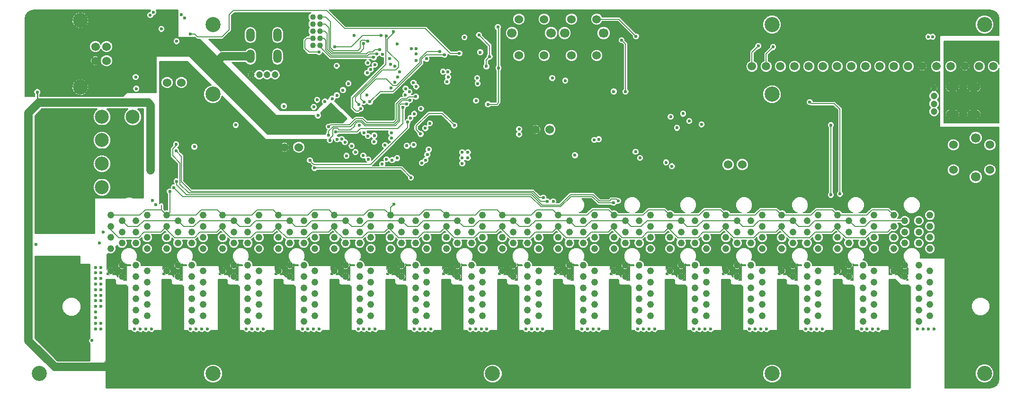
<source format=gbr>
G04 #@! TF.FileFunction,Copper,L2,Inr,Signal*
%FSLAX46Y46*%
G04 Gerber Fmt 4.6, Leading zero omitted, Abs format (unit mm)*
G04 Created by KiCad (PCBNEW 4.0.6-e0-6349~53~ubuntu14.04.1) date Sun Apr  9 22:52:00 2017*
%MOMM*%
%LPD*%
G01*
G04 APERTURE LIST*
%ADD10C,0.100000*%
%ADD11C,1.200000*%
%ADD12O,1.500000X2.400000*%
%ADD13C,1.016000*%
%ADD14C,1.524000*%
%ADD15C,2.700020*%
%ADD16C,2.500000*%
%ADD17O,2.400000X1.500000*%
%ADD18C,1.230000*%
%ADD19C,1.500000*%
%ADD20C,2.700000*%
%ADD21C,1.700000*%
%ADD22C,0.600000*%
%ADD23C,1.500000*%
%ADD24C,0.250000*%
%ADD25C,0.200000*%
%ADD26C,0.150000*%
%ADD27C,1.300000*%
%ADD28C,0.254000*%
G04 APERTURE END LIST*
D10*
D11*
X91900000Y-85500000D03*
X93300000Y-85500000D03*
X94700000Y-85500000D03*
X96100000Y-85500000D03*
D12*
X91730000Y-78390000D03*
X91730000Y-82230000D03*
X96570000Y-78390000D03*
X96570000Y-82230000D03*
D13*
X102865000Y-75160000D03*
X104135000Y-75160000D03*
X102865000Y-76430000D03*
X104135000Y-76430000D03*
X102865000Y-77700000D03*
X104135000Y-77700000D03*
X102865000Y-78970000D03*
X104135000Y-78970000D03*
X102865000Y-80240000D03*
X104135000Y-80240000D03*
D14*
X66000000Y-80460000D03*
X66000000Y-83000000D03*
X64001020Y-83000000D03*
X64001020Y-80460000D03*
D15*
X61301000Y-75730520D03*
X61301000Y-87729480D03*
D16*
X65150000Y-105600000D03*
X70650000Y-105600000D03*
X65150000Y-101400000D03*
X70650000Y-101400000D03*
X65150000Y-97200000D03*
X70650000Y-97200000D03*
X65150000Y-93000000D03*
X70650000Y-93000000D03*
D14*
X76830000Y-86900000D03*
X79370000Y-86900000D03*
X177130000Y-101600000D03*
X179670000Y-101600000D03*
D11*
X214000000Y-87900000D03*
X214000000Y-89300000D03*
X214000000Y-90700000D03*
X214000000Y-92100000D03*
D17*
X221110000Y-87730000D03*
X217270000Y-87730000D03*
X221110000Y-92570000D03*
X217270000Y-92570000D03*
D18*
X148750000Y-129650000D03*
X146750000Y-128650000D03*
X148750000Y-127650000D03*
X146750000Y-126650000D03*
X148750000Y-125650000D03*
X146750000Y-124650000D03*
X148750000Y-123650000D03*
X146750000Y-122650000D03*
X148750000Y-121650000D03*
X146750000Y-120650000D03*
X148750000Y-119650000D03*
X146750000Y-116650000D03*
X148750000Y-115650000D03*
X146750000Y-114650000D03*
X148750000Y-113650000D03*
X146750000Y-112650000D03*
X148750000Y-111650000D03*
X146750000Y-110650000D03*
X151250000Y-129650000D03*
X153250000Y-128650000D03*
X151250000Y-127650000D03*
X153250000Y-126650000D03*
X151250000Y-125650000D03*
X153250000Y-124650000D03*
X151250000Y-123650000D03*
X153250000Y-122650000D03*
X151250000Y-121650000D03*
X153250000Y-120650000D03*
X151250000Y-119650000D03*
X153250000Y-116650000D03*
X151250000Y-115650000D03*
X153250000Y-114650000D03*
X151250000Y-113650000D03*
X153250000Y-112650000D03*
X151250000Y-111650000D03*
X153250000Y-110650000D03*
X138750000Y-129650000D03*
X136750000Y-128650000D03*
X138750000Y-127650000D03*
X136750000Y-126650000D03*
X138750000Y-125650000D03*
X136750000Y-124650000D03*
X138750000Y-123650000D03*
X136750000Y-122650000D03*
X138750000Y-121650000D03*
X136750000Y-120650000D03*
X138750000Y-119650000D03*
X136750000Y-116650000D03*
X138750000Y-115650000D03*
X136750000Y-114650000D03*
X138750000Y-113650000D03*
X136750000Y-112650000D03*
X138750000Y-111650000D03*
X136750000Y-110650000D03*
X141250000Y-129650000D03*
X143250000Y-128650000D03*
X141250000Y-127650000D03*
X143250000Y-126650000D03*
X141250000Y-125650000D03*
X143250000Y-124650000D03*
X141250000Y-123650000D03*
X143250000Y-122650000D03*
X141250000Y-121650000D03*
X143250000Y-120650000D03*
X141250000Y-119650000D03*
X143250000Y-116650000D03*
X141250000Y-115650000D03*
X143250000Y-114650000D03*
X141250000Y-113650000D03*
X143250000Y-112650000D03*
X141250000Y-111650000D03*
X143250000Y-110650000D03*
X128750000Y-129650000D03*
X126750000Y-128650000D03*
X128750000Y-127650000D03*
X126750000Y-126650000D03*
X128750000Y-125650000D03*
X126750000Y-124650000D03*
X128750000Y-123650000D03*
X126750000Y-122650000D03*
X128750000Y-121650000D03*
X126750000Y-120650000D03*
X128750000Y-119650000D03*
X126750000Y-116650000D03*
X128750000Y-115650000D03*
X126750000Y-114650000D03*
X128750000Y-113650000D03*
X126750000Y-112650000D03*
X128750000Y-111650000D03*
X126750000Y-110650000D03*
X131250000Y-129650000D03*
X133250000Y-128650000D03*
X131250000Y-127650000D03*
X133250000Y-126650000D03*
X131250000Y-125650000D03*
X133250000Y-124650000D03*
X131250000Y-123650000D03*
X133250000Y-122650000D03*
X131250000Y-121650000D03*
X133250000Y-120650000D03*
X131250000Y-119650000D03*
X133250000Y-116650000D03*
X131250000Y-115650000D03*
X133250000Y-114650000D03*
X131250000Y-113650000D03*
X133250000Y-112650000D03*
X131250000Y-111650000D03*
X133250000Y-110650000D03*
X118750000Y-129650000D03*
X116750000Y-128650000D03*
X118750000Y-127650000D03*
X116750000Y-126650000D03*
X118750000Y-125650000D03*
X116750000Y-124650000D03*
X118750000Y-123650000D03*
X116750000Y-122650000D03*
X118750000Y-121650000D03*
X116750000Y-120650000D03*
X118750000Y-119650000D03*
X116750000Y-116650000D03*
X118750000Y-115650000D03*
X116750000Y-114650000D03*
X118750000Y-113650000D03*
X116750000Y-112650000D03*
X118750000Y-111650000D03*
X116750000Y-110650000D03*
X121250000Y-129650000D03*
X123250000Y-128650000D03*
X121250000Y-127650000D03*
X123250000Y-126650000D03*
X121250000Y-125650000D03*
X123250000Y-124650000D03*
X121250000Y-123650000D03*
X123250000Y-122650000D03*
X121250000Y-121650000D03*
X123250000Y-120650000D03*
X121250000Y-119650000D03*
X123250000Y-116650000D03*
X121250000Y-115650000D03*
X123250000Y-114650000D03*
X121250000Y-113650000D03*
X123250000Y-112650000D03*
X121250000Y-111650000D03*
X123250000Y-110650000D03*
X108750000Y-129650000D03*
X106750000Y-128650000D03*
X108750000Y-127650000D03*
X106750000Y-126650000D03*
X108750000Y-125650000D03*
X106750000Y-124650000D03*
X108750000Y-123650000D03*
X106750000Y-122650000D03*
X108750000Y-121650000D03*
X106750000Y-120650000D03*
X108750000Y-119650000D03*
X106750000Y-116650000D03*
X108750000Y-115650000D03*
X106750000Y-114650000D03*
X108750000Y-113650000D03*
X106750000Y-112650000D03*
X108750000Y-111650000D03*
X106750000Y-110650000D03*
X111250000Y-129650000D03*
X113250000Y-128650000D03*
X111250000Y-127650000D03*
X113250000Y-126650000D03*
X111250000Y-125650000D03*
X113250000Y-124650000D03*
X111250000Y-123650000D03*
X113250000Y-122650000D03*
X111250000Y-121650000D03*
X113250000Y-120650000D03*
X111250000Y-119650000D03*
X113250000Y-116650000D03*
X111250000Y-115650000D03*
X113250000Y-114650000D03*
X111250000Y-113650000D03*
X113250000Y-112650000D03*
X111250000Y-111650000D03*
X113250000Y-110650000D03*
X98750000Y-129650000D03*
X96750000Y-128650000D03*
X98750000Y-127650000D03*
X96750000Y-126650000D03*
X98750000Y-125650000D03*
X96750000Y-124650000D03*
X98750000Y-123650000D03*
X96750000Y-122650000D03*
X98750000Y-121650000D03*
X96750000Y-120650000D03*
X98750000Y-119650000D03*
X96750000Y-116650000D03*
X98750000Y-115650000D03*
X96750000Y-114650000D03*
X98750000Y-113650000D03*
X96750000Y-112650000D03*
X98750000Y-111650000D03*
X96750000Y-110650000D03*
X101250000Y-129650000D03*
X103250000Y-128650000D03*
X101250000Y-127650000D03*
X103250000Y-126650000D03*
X101250000Y-125650000D03*
X103250000Y-124650000D03*
X101250000Y-123650000D03*
X103250000Y-122650000D03*
X101250000Y-121650000D03*
X103250000Y-120650000D03*
X101250000Y-119650000D03*
X103250000Y-116650000D03*
X101250000Y-115650000D03*
X103250000Y-114650000D03*
X101250000Y-113650000D03*
X103250000Y-112650000D03*
X101250000Y-111650000D03*
X103250000Y-110650000D03*
X88750000Y-129650000D03*
X86750000Y-128650000D03*
X88750000Y-127650000D03*
X86750000Y-126650000D03*
X88750000Y-125650000D03*
X86750000Y-124650000D03*
X88750000Y-123650000D03*
X86750000Y-122650000D03*
X88750000Y-121650000D03*
X86750000Y-120650000D03*
X88750000Y-119650000D03*
X86750000Y-116650000D03*
X88750000Y-115650000D03*
X86750000Y-114650000D03*
X88750000Y-113650000D03*
X86750000Y-112650000D03*
X88750000Y-111650000D03*
X86750000Y-110650000D03*
X91250000Y-129650000D03*
X93250000Y-128650000D03*
X91250000Y-127650000D03*
X93250000Y-126650000D03*
X91250000Y-125650000D03*
X93250000Y-124650000D03*
X91250000Y-123650000D03*
X93250000Y-122650000D03*
X91250000Y-121650000D03*
X93250000Y-120650000D03*
X91250000Y-119650000D03*
X93250000Y-116650000D03*
X91250000Y-115650000D03*
X93250000Y-114650000D03*
X91250000Y-113650000D03*
X93250000Y-112650000D03*
X91250000Y-111650000D03*
X93250000Y-110650000D03*
X78750000Y-129650000D03*
X76750000Y-128650000D03*
X78750000Y-127650000D03*
X76750000Y-126650000D03*
X78750000Y-125650000D03*
X76750000Y-124650000D03*
X78750000Y-123650000D03*
X76750000Y-122650000D03*
X78750000Y-121650000D03*
X76750000Y-120650000D03*
X78750000Y-119650000D03*
X76750000Y-116650000D03*
X78750000Y-115650000D03*
X76750000Y-114650000D03*
X78750000Y-113650000D03*
X76750000Y-112650000D03*
X78750000Y-111650000D03*
X76750000Y-110650000D03*
X81250000Y-129650000D03*
X83250000Y-128650000D03*
X81250000Y-127650000D03*
X83250000Y-126650000D03*
X81250000Y-125650000D03*
X83250000Y-124650000D03*
X81250000Y-123650000D03*
X83250000Y-122650000D03*
X81250000Y-121650000D03*
X83250000Y-120650000D03*
X81250000Y-119650000D03*
X83250000Y-116650000D03*
X81250000Y-115650000D03*
X83250000Y-114650000D03*
X81250000Y-113650000D03*
X83250000Y-112650000D03*
X81250000Y-111650000D03*
X83250000Y-110650000D03*
X68750000Y-129650000D03*
X66750000Y-128650000D03*
X68750000Y-127650000D03*
X66750000Y-126650000D03*
X68750000Y-125650000D03*
X66750000Y-124650000D03*
X68750000Y-123650000D03*
X66750000Y-122650000D03*
X68750000Y-121650000D03*
X66750000Y-120650000D03*
X68750000Y-119650000D03*
X66750000Y-116650000D03*
X68750000Y-115650000D03*
X66750000Y-114650000D03*
X68750000Y-113650000D03*
X66750000Y-112650000D03*
X68750000Y-111650000D03*
X66750000Y-110650000D03*
X71250000Y-129650000D03*
X73250000Y-128650000D03*
X71250000Y-127650000D03*
X73250000Y-126650000D03*
X71250000Y-125650000D03*
X73250000Y-124650000D03*
X71250000Y-123650000D03*
X73250000Y-122650000D03*
X71250000Y-121650000D03*
X73250000Y-120650000D03*
X71250000Y-119650000D03*
X73250000Y-116650000D03*
X71250000Y-115650000D03*
X73250000Y-114650000D03*
X71250000Y-113650000D03*
X73250000Y-112650000D03*
X71250000Y-111650000D03*
X73250000Y-110650000D03*
X208750000Y-129650000D03*
X206750000Y-128650000D03*
X208750000Y-127650000D03*
X206750000Y-126650000D03*
X208750000Y-125650000D03*
X206750000Y-124650000D03*
X208750000Y-123650000D03*
X206750000Y-122650000D03*
X208750000Y-121650000D03*
X206750000Y-120650000D03*
X208750000Y-119650000D03*
X206750000Y-116650000D03*
X208750000Y-115650000D03*
X206750000Y-114650000D03*
X208750000Y-113650000D03*
X206750000Y-112650000D03*
X208750000Y-111650000D03*
X206750000Y-110650000D03*
X211250000Y-129650000D03*
X213250000Y-128650000D03*
X211250000Y-127650000D03*
X213250000Y-126650000D03*
X211250000Y-125650000D03*
X213250000Y-124650000D03*
X211250000Y-123650000D03*
X213250000Y-122650000D03*
X211250000Y-121650000D03*
X213250000Y-120650000D03*
X211250000Y-119650000D03*
X213250000Y-116650000D03*
X211250000Y-115650000D03*
X213250000Y-114650000D03*
X211250000Y-113650000D03*
X213250000Y-112650000D03*
X211250000Y-111650000D03*
X213250000Y-110650000D03*
X198750000Y-129650000D03*
X196750000Y-128650000D03*
X198750000Y-127650000D03*
X196750000Y-126650000D03*
X198750000Y-125650000D03*
X196750000Y-124650000D03*
X198750000Y-123650000D03*
X196750000Y-122650000D03*
X198750000Y-121650000D03*
X196750000Y-120650000D03*
X198750000Y-119650000D03*
X196750000Y-116650000D03*
X198750000Y-115650000D03*
X196750000Y-114650000D03*
X198750000Y-113650000D03*
X196750000Y-112650000D03*
X198750000Y-111650000D03*
X196750000Y-110650000D03*
X201250000Y-129650000D03*
X203250000Y-128650000D03*
X201250000Y-127650000D03*
X203250000Y-126650000D03*
X201250000Y-125650000D03*
X203250000Y-124650000D03*
X201250000Y-123650000D03*
X203250000Y-122650000D03*
X201250000Y-121650000D03*
X203250000Y-120650000D03*
X201250000Y-119650000D03*
X203250000Y-116650000D03*
X201250000Y-115650000D03*
X203250000Y-114650000D03*
X201250000Y-113650000D03*
X203250000Y-112650000D03*
X201250000Y-111650000D03*
X203250000Y-110650000D03*
X188750000Y-129650000D03*
X186750000Y-128650000D03*
X188750000Y-127650000D03*
X186750000Y-126650000D03*
X188750000Y-125650000D03*
X186750000Y-124650000D03*
X188750000Y-123650000D03*
X186750000Y-122650000D03*
X188750000Y-121650000D03*
X186750000Y-120650000D03*
X188750000Y-119650000D03*
X186750000Y-116650000D03*
X188750000Y-115650000D03*
X186750000Y-114650000D03*
X188750000Y-113650000D03*
X186750000Y-112650000D03*
X188750000Y-111650000D03*
X186750000Y-110650000D03*
X191250000Y-129650000D03*
X193250000Y-128650000D03*
X191250000Y-127650000D03*
X193250000Y-126650000D03*
X191250000Y-125650000D03*
X193250000Y-124650000D03*
X191250000Y-123650000D03*
X193250000Y-122650000D03*
X191250000Y-121650000D03*
X193250000Y-120650000D03*
X191250000Y-119650000D03*
X193250000Y-116650000D03*
X191250000Y-115650000D03*
X193250000Y-114650000D03*
X191250000Y-113650000D03*
X193250000Y-112650000D03*
X191250000Y-111650000D03*
X193250000Y-110650000D03*
X178750000Y-129650000D03*
X176750000Y-128650000D03*
X178750000Y-127650000D03*
X176750000Y-126650000D03*
X178750000Y-125650000D03*
X176750000Y-124650000D03*
X178750000Y-123650000D03*
X176750000Y-122650000D03*
X178750000Y-121650000D03*
X176750000Y-120650000D03*
X178750000Y-119650000D03*
X176750000Y-116650000D03*
X178750000Y-115650000D03*
X176750000Y-114650000D03*
X178750000Y-113650000D03*
X176750000Y-112650000D03*
X178750000Y-111650000D03*
X176750000Y-110650000D03*
X181250000Y-129650000D03*
X183250000Y-128650000D03*
X181250000Y-127650000D03*
X183250000Y-126650000D03*
X181250000Y-125650000D03*
X183250000Y-124650000D03*
X181250000Y-123650000D03*
X183250000Y-122650000D03*
X181250000Y-121650000D03*
X183250000Y-120650000D03*
X181250000Y-119650000D03*
X183250000Y-116650000D03*
X181250000Y-115650000D03*
X183250000Y-114650000D03*
X181250000Y-113650000D03*
X183250000Y-112650000D03*
X181250000Y-111650000D03*
X183250000Y-110650000D03*
X168750000Y-129650000D03*
X166750000Y-128650000D03*
X168750000Y-127650000D03*
X166750000Y-126650000D03*
X168750000Y-125650000D03*
X166750000Y-124650000D03*
X168750000Y-123650000D03*
X166750000Y-122650000D03*
X168750000Y-121650000D03*
X166750000Y-120650000D03*
X168750000Y-119650000D03*
X166750000Y-116650000D03*
X168750000Y-115650000D03*
X166750000Y-114650000D03*
X168750000Y-113650000D03*
X166750000Y-112650000D03*
X168750000Y-111650000D03*
X166750000Y-110650000D03*
X171250000Y-129650000D03*
X173250000Y-128650000D03*
X171250000Y-127650000D03*
X173250000Y-126650000D03*
X171250000Y-125650000D03*
X173250000Y-124650000D03*
X171250000Y-123650000D03*
X173250000Y-122650000D03*
X171250000Y-121650000D03*
X173250000Y-120650000D03*
X171250000Y-119650000D03*
X173250000Y-116650000D03*
X171250000Y-115650000D03*
X173250000Y-114650000D03*
X171250000Y-113650000D03*
X173250000Y-112650000D03*
X171250000Y-111650000D03*
X173250000Y-110650000D03*
X158750000Y-129650000D03*
X156750000Y-128650000D03*
X158750000Y-127650000D03*
X156750000Y-126650000D03*
X158750000Y-125650000D03*
X156750000Y-124650000D03*
X158750000Y-123650000D03*
X156750000Y-122650000D03*
X158750000Y-121650000D03*
X156750000Y-120650000D03*
X158750000Y-119650000D03*
X156750000Y-116650000D03*
X158750000Y-115650000D03*
X156750000Y-114650000D03*
X158750000Y-113650000D03*
X156750000Y-112650000D03*
X158750000Y-111650000D03*
X156750000Y-110650000D03*
X161250000Y-129650000D03*
X163250000Y-128650000D03*
X161250000Y-127650000D03*
X163250000Y-126650000D03*
X161250000Y-125650000D03*
X163250000Y-124650000D03*
X161250000Y-123650000D03*
X163250000Y-122650000D03*
X161250000Y-121650000D03*
X163250000Y-120650000D03*
X161250000Y-119650000D03*
X163250000Y-116650000D03*
X161250000Y-115650000D03*
X163250000Y-114650000D03*
X161250000Y-113650000D03*
X163250000Y-112650000D03*
X161250000Y-111650000D03*
X163250000Y-110650000D03*
D19*
X219510000Y-84000000D03*
X216970000Y-84000000D03*
X214430000Y-84000000D03*
X211890000Y-84000000D03*
X209350000Y-84000000D03*
X206810000Y-84000000D03*
X204270000Y-84000000D03*
X201730000Y-84000000D03*
X199190000Y-84000000D03*
X196650000Y-84000000D03*
X194110000Y-84000000D03*
X191570000Y-84000000D03*
X189030000Y-84000000D03*
X186490000Y-84000000D03*
X183950000Y-84000000D03*
X181410000Y-84000000D03*
X222050000Y-84000000D03*
X224590000Y-84000000D03*
D14*
X97830000Y-98500000D03*
X100370000Y-98500000D03*
X142730000Y-95300000D03*
X145270000Y-95300000D03*
D20*
X223000000Y-139000000D03*
X54000000Y-139000000D03*
X85000000Y-76500000D03*
X223000000Y-76500000D03*
D14*
X149150000Y-82050000D03*
X149150000Y-75550000D03*
X153650000Y-82050000D03*
X153650000Y-75550000D03*
D21*
X154900000Y-78050000D03*
X147900000Y-78050000D03*
D14*
X139750000Y-82050000D03*
X139750000Y-75550000D03*
X144250000Y-82050000D03*
X144250000Y-75550000D03*
D21*
X145500000Y-78050000D03*
X138500000Y-78050000D03*
D14*
X217450000Y-98050000D03*
X223950000Y-98050000D03*
X217450000Y-102550000D03*
X223950000Y-102550000D03*
D21*
X221450000Y-103800000D03*
X221450000Y-96800000D03*
D20*
X85000000Y-89000000D03*
X185000000Y-76500000D03*
X185000000Y-89000000D03*
X135000000Y-139000000D03*
X85000000Y-139000000D03*
X185000000Y-139000000D03*
D22*
X148025000Y-86550000D03*
X169100000Y-92475000D03*
X75800000Y-77300000D03*
X132825000Y-81475000D03*
X161400000Y-100400000D03*
X166050000Y-101200000D03*
X145875000Y-108200000D03*
X149750000Y-99925000D03*
X130600000Y-100400000D03*
X130600000Y-99400000D03*
X129600000Y-99400000D03*
X129600000Y-100400000D03*
X129600000Y-101400000D03*
X97700000Y-91125000D03*
X116575000Y-82600000D03*
X107150000Y-83900000D03*
X123225000Y-82650000D03*
X110300000Y-78500000D03*
X103800000Y-92800000D03*
X120875000Y-86925000D03*
X122225000Y-91575000D03*
X115800000Y-98125000D03*
X112025000Y-95875000D03*
X64000000Y-131000000D03*
X64000000Y-130000000D03*
X64000000Y-129000000D03*
X64000000Y-128000000D03*
X64000000Y-127000000D03*
X64000000Y-126000000D03*
X64000000Y-125000000D03*
X64000000Y-124000000D03*
X64000000Y-123000000D03*
X65000000Y-131000000D03*
X65000000Y-130000000D03*
X65000000Y-127000000D03*
X65000000Y-126000000D03*
X65000000Y-125000000D03*
X65000000Y-124000000D03*
X65000000Y-123000000D03*
X65000000Y-122000000D03*
X65000000Y-121000000D03*
X65000000Y-120000000D03*
X64000000Y-120000000D03*
X64000000Y-121000000D03*
X64000000Y-122000000D03*
X71000000Y-131000000D03*
X72000000Y-131000000D03*
X73000000Y-131000000D03*
X74000000Y-131000000D03*
X81000000Y-131000000D03*
X82000000Y-131000000D03*
X83000000Y-131000000D03*
X84000000Y-131000000D03*
X91000000Y-131000000D03*
X92000000Y-131000000D03*
X93000000Y-131000000D03*
X94000000Y-131000000D03*
X101000000Y-131000000D03*
X102000000Y-131000000D03*
X103000000Y-131000000D03*
X104000000Y-131000000D03*
X111000000Y-131000000D03*
X112000000Y-131000000D03*
X113000000Y-131000000D03*
X114000000Y-131000000D03*
X121000000Y-131000000D03*
X122000000Y-131000000D03*
X123000000Y-131000000D03*
X124000000Y-131000000D03*
X131000000Y-131000000D03*
X132000000Y-131000000D03*
X133000000Y-131000000D03*
X134000000Y-131000000D03*
X141000000Y-131000000D03*
X142000000Y-131000000D03*
X143000000Y-131000000D03*
X144000000Y-131000000D03*
X151000000Y-131000000D03*
X152000000Y-131000000D03*
X153000000Y-131000000D03*
X154000000Y-131000000D03*
X161000000Y-131000000D03*
X162000000Y-131000000D03*
X163000000Y-131000000D03*
X164000000Y-131000000D03*
X171000000Y-131000000D03*
X172000000Y-131000000D03*
X173000000Y-131000000D03*
X174000000Y-131000000D03*
X181000000Y-131000000D03*
X182000000Y-131000000D03*
X183000000Y-131000000D03*
X184000000Y-131000000D03*
X191000000Y-131000000D03*
X192000000Y-131000000D03*
X193000000Y-131000000D03*
X194000000Y-131000000D03*
X201000000Y-131000000D03*
X202000000Y-131000000D03*
X203000000Y-131000000D03*
X204000000Y-131000000D03*
X211000000Y-131000000D03*
X212000000Y-131000000D03*
X213000000Y-131000000D03*
X214000000Y-131000000D03*
X77500000Y-95000000D03*
X78500000Y-94000000D03*
X76500000Y-95000000D03*
X76500000Y-94000000D03*
X77500000Y-94000000D03*
X131550000Y-101400000D03*
X132375000Y-101050000D03*
X130625000Y-101400000D03*
X75925000Y-84600000D03*
X91700000Y-104000000D03*
X53600000Y-88600000D03*
X132600000Y-78400000D03*
X134500000Y-82250000D03*
X133925000Y-84000000D03*
X77000000Y-138000000D03*
X79000000Y-138000000D03*
X78000000Y-136000000D03*
X76000000Y-136000000D03*
X74000000Y-136000000D03*
X72000000Y-136000000D03*
X70000000Y-136000000D03*
X71000000Y-138000000D03*
X73000000Y-138000000D03*
X75000000Y-138000000D03*
X79000000Y-134000000D03*
X77000000Y-134000000D03*
X75000000Y-134000000D03*
X73000000Y-134000000D03*
X71000000Y-134000000D03*
X69000000Y-134000000D03*
X68000000Y-136000000D03*
X69000000Y-138000000D03*
X73900000Y-102600000D03*
X73900000Y-101000000D03*
X195525000Y-107025000D03*
X195525000Y-94525000D03*
X103650000Y-90000000D03*
X106375000Y-89775000D03*
X74200000Y-108050000D03*
X191750000Y-90400000D03*
X197150000Y-106850000D03*
X105050000Y-90300000D03*
X74750000Y-108800000D03*
X160675000Y-78625000D03*
X77300000Y-106400000D03*
X117350000Y-108700000D03*
X117975000Y-100425000D03*
X109250000Y-87075000D03*
X73812227Y-74825771D03*
X74363769Y-74274229D03*
X78500000Y-79500000D03*
X119825000Y-94000000D03*
X102350000Y-100825000D03*
X115300000Y-101525000D03*
X116050000Y-100650000D03*
X117075000Y-100800000D03*
X116925000Y-96875000D03*
X116925000Y-95900000D03*
X119700000Y-98225000D03*
X120900000Y-98050000D03*
X113875000Y-96375000D03*
X113850000Y-97500000D03*
X112800000Y-100675000D03*
X111900000Y-99975000D03*
X111175000Y-94525000D03*
X108625000Y-97575000D03*
X108025000Y-97000000D03*
X107200000Y-97075000D03*
X110500000Y-99350000D03*
X112750000Y-96500000D03*
X109825000Y-98250000D03*
X108900000Y-100025000D03*
X113200000Y-84575000D03*
X112600000Y-85175000D03*
X108275000Y-88250000D03*
X107175000Y-89175000D03*
X112700000Y-83375000D03*
X113950000Y-83700000D03*
X115375000Y-81825000D03*
X117950000Y-79975000D03*
X122375000Y-101300000D03*
X123050000Y-100800000D03*
X123600000Y-98900000D03*
X123350000Y-99825000D03*
X120350000Y-93250000D03*
X123000000Y-95075000D03*
X121025000Y-92500000D03*
X123800000Y-94200000D03*
X116000000Y-78550000D03*
X111425000Y-91575000D03*
X117325000Y-77800000D03*
X111100000Y-90825000D03*
X125550000Y-81325000D03*
X112025000Y-90400000D03*
X126450000Y-81925000D03*
X113100000Y-90350000D03*
X107000000Y-95725000D03*
X118975000Y-91325000D03*
X105925000Y-97250000D03*
X119625000Y-90700000D03*
X120250000Y-90075000D03*
X105700000Y-96325000D03*
X105725000Y-94800000D03*
X121300000Y-89425000D03*
X119425000Y-89100000D03*
X120150000Y-88550000D03*
X119475000Y-88000000D03*
X121375000Y-87625000D03*
X128175000Y-94575000D03*
X122150000Y-96100000D03*
X112525000Y-89125000D03*
X116825000Y-83625000D03*
X117550000Y-83950000D03*
X116900000Y-87900000D03*
X117525000Y-86850000D03*
X118075000Y-85950000D03*
X118425000Y-85000000D03*
X121350000Y-82975000D03*
X121350000Y-81775000D03*
X121375000Y-80800000D03*
X120500000Y-80825000D03*
X81700000Y-98400000D03*
X89100000Y-94500000D03*
X166875000Y-93025000D03*
X126175000Y-84950000D03*
X126900000Y-86775000D03*
X168000000Y-95000000D03*
X170200000Y-93800000D03*
X127050000Y-85000000D03*
X172400000Y-94400000D03*
X127075000Y-85900000D03*
X182550000Y-80350000D03*
X112700000Y-79500000D03*
X185200000Y-80525000D03*
X111950000Y-79875000D03*
X114800000Y-81000000D03*
X104000000Y-81450000D03*
X106775000Y-80525000D03*
X115100000Y-78475000D03*
X114325000Y-81750000D03*
X113775000Y-82400000D03*
X55250000Y-109750000D03*
X56500000Y-109750000D03*
X57750000Y-109750000D03*
X59000000Y-109750000D03*
X60250000Y-109750000D03*
X61500000Y-109750000D03*
X61500000Y-108500000D03*
X55250000Y-108500000D03*
X57750000Y-108500000D03*
X56500000Y-108500000D03*
X59000000Y-108500000D03*
X60250000Y-108500000D03*
X65375000Y-113700000D03*
X78500000Y-104600000D03*
X157475000Y-108100000D03*
X64675000Y-115675000D03*
X78000000Y-105700000D03*
X156675000Y-108425000D03*
X130000000Y-78800000D03*
X61000000Y-131500000D03*
X62000000Y-131500000D03*
X62000000Y-132500000D03*
X61000000Y-132500000D03*
X60000000Y-132500000D03*
X60000000Y-131500000D03*
X59000000Y-131500000D03*
X58000000Y-131500000D03*
X58000000Y-132500000D03*
X59000000Y-132500000D03*
X59000000Y-133500000D03*
X58000000Y-133500000D03*
X57000000Y-133500000D03*
X58000000Y-134500000D03*
X59000000Y-134500000D03*
X59000000Y-135500000D03*
X58000000Y-135500000D03*
X59000000Y-136500000D03*
X62000000Y-123500000D03*
X60500000Y-123500000D03*
X59000000Y-123500000D03*
X57500000Y-123500000D03*
X56000000Y-123500000D03*
X54500000Y-123500000D03*
X54500000Y-122000000D03*
X56000000Y-122000000D03*
X57500000Y-122000000D03*
X59000000Y-122000000D03*
X60500000Y-122000000D03*
X62000000Y-122000000D03*
X53400000Y-115900000D03*
X135975000Y-76975000D03*
X63400000Y-133100000D03*
X134200000Y-90800000D03*
X136100000Y-84300000D03*
X132075000Y-90150000D03*
X132275000Y-86100000D03*
X71200000Y-85900000D03*
X80950000Y-78200000D03*
X132350000Y-87075000D03*
X129100000Y-81675000D03*
X158100000Y-79325000D03*
X158800000Y-88525000D03*
X156700000Y-88500000D03*
X145700000Y-86100000D03*
X153200000Y-97175000D03*
X139775000Y-96175000D03*
X78425000Y-97975000D03*
X144825000Y-108200000D03*
X154025000Y-97050000D03*
X139775000Y-95250000D03*
X78425000Y-99125000D03*
X144100000Y-107500000D03*
X120425000Y-103925000D03*
X103175000Y-102200000D03*
X103050000Y-91275000D03*
X71300000Y-88000000D03*
X167100000Y-101900000D03*
X160600000Y-99300000D03*
X79399229Y-74774229D03*
X213740000Y-78700000D03*
X79950771Y-75325771D03*
X212960000Y-78700000D03*
D23*
X91730000Y-82230000D02*
X86695000Y-82230000D01*
X86695000Y-82230000D02*
X85550000Y-83375000D01*
D24*
X53600000Y-88600000D02*
X53600000Y-90200000D01*
X53600000Y-90200000D02*
X53900000Y-90500000D01*
D23*
X57775000Y-137850000D02*
X56750000Y-137850000D01*
X56750000Y-137850000D02*
X52050000Y-133150000D01*
X52050000Y-133150000D02*
X52050000Y-132650000D01*
X52800000Y-91600000D02*
X53900000Y-90500000D01*
X52800000Y-91600000D02*
X52050000Y-92350000D01*
X52050000Y-92350000D02*
X52050000Y-130500000D01*
X52050000Y-132650000D02*
X52050000Y-130500000D01*
X53900000Y-90500000D02*
X54775000Y-90500000D01*
X55400000Y-90500000D02*
X73400000Y-90500000D01*
X54775000Y-90500000D02*
X55400000Y-90500000D01*
D25*
X134500000Y-82250000D02*
X134500000Y-80300000D01*
X134500000Y-80300000D02*
X132600000Y-78400000D01*
X133925000Y-84000000D02*
X133925000Y-82825000D01*
X133925000Y-82825000D02*
X134500000Y-82250000D01*
D26*
X69000000Y-138000000D02*
X68700000Y-138300000D01*
X134500000Y-82250000D02*
X134475000Y-82275000D01*
D25*
X133925000Y-84000000D02*
X133975000Y-83950000D01*
D23*
X58000000Y-137850000D02*
X57775000Y-137850000D01*
X57775000Y-137850000D02*
X57875000Y-137850000D01*
X57875000Y-137850000D02*
X65800000Y-137850000D01*
X68000000Y-135650000D02*
X68000000Y-136000000D01*
X65800000Y-137850000D02*
X68000000Y-135650000D01*
X79000000Y-134000000D02*
X77000000Y-134000000D01*
X77000000Y-134000000D02*
X75000000Y-134000000D01*
X75000000Y-134000000D02*
X73000000Y-134000000D01*
X73000000Y-134000000D02*
X71000000Y-134000000D01*
X71000000Y-134000000D02*
X69000000Y-134000000D01*
X69000000Y-134000000D02*
X68000000Y-135000000D01*
X68000000Y-135000000D02*
X68000000Y-136000000D01*
D26*
X77000000Y-138000000D02*
X79000000Y-138000000D01*
X78000000Y-136000000D02*
X76000000Y-136000000D01*
X74000000Y-136000000D02*
X72000000Y-136000000D01*
X70000000Y-136000000D02*
X68000000Y-136000000D01*
X69000000Y-138000000D02*
X71000000Y-138000000D01*
X77000000Y-134000000D02*
X79000000Y-134000000D01*
X73000000Y-134000000D02*
X75000000Y-134000000D01*
X69000000Y-134000000D02*
X71000000Y-134000000D01*
D23*
X73900000Y-102600000D02*
X73900000Y-101000000D01*
X73400000Y-90500000D02*
X73900000Y-91000000D01*
X73900000Y-91000000D02*
X73900000Y-101000000D01*
X73400000Y-90500000D02*
X73300000Y-90500000D01*
D26*
X195525000Y-94525000D02*
X195525000Y-107025000D01*
X66750000Y-112650000D02*
X66750000Y-113250000D01*
X66750000Y-113250000D02*
X68200000Y-114700000D01*
X75700000Y-113700000D02*
X76750000Y-112650000D01*
X72700000Y-113700000D02*
X75700000Y-113700000D01*
X71700000Y-114700000D02*
X72700000Y-113700000D01*
X68200000Y-114700000D02*
X71700000Y-114700000D01*
X76750000Y-112650000D02*
X76750000Y-113250000D01*
X76750000Y-113250000D02*
X78200000Y-114700000D01*
X85700000Y-113700000D02*
X86750000Y-112650000D01*
X82700000Y-113700000D02*
X85700000Y-113700000D01*
X81700000Y-114700000D02*
X82700000Y-113700000D01*
X78200000Y-114700000D02*
X81700000Y-114700000D01*
X86750000Y-112650000D02*
X86750000Y-113250000D01*
X86750000Y-113250000D02*
X88200000Y-114700000D01*
X95700000Y-113700000D02*
X96750000Y-112650000D01*
X92700000Y-113700000D02*
X95700000Y-113700000D01*
X91700000Y-114700000D02*
X92700000Y-113700000D01*
X88200000Y-114700000D02*
X91700000Y-114700000D01*
X96750000Y-112650000D02*
X96750000Y-113250000D01*
X96750000Y-113250000D02*
X98200000Y-114700000D01*
X105700000Y-113700000D02*
X106750000Y-112650000D01*
X102700000Y-113700000D02*
X105700000Y-113700000D01*
X101700000Y-114700000D02*
X102700000Y-113700000D01*
X98200000Y-114700000D02*
X101700000Y-114700000D01*
X106750000Y-112650000D02*
X106750000Y-113250000D01*
X106750000Y-113250000D02*
X108200000Y-114700000D01*
X115700000Y-113700000D02*
X116750000Y-112650000D01*
X112700000Y-113700000D02*
X115700000Y-113700000D01*
X111700000Y-114700000D02*
X112700000Y-113700000D01*
X108200000Y-114700000D02*
X111700000Y-114700000D01*
X116750000Y-112650000D02*
X116750000Y-113250000D01*
X116750000Y-113250000D02*
X118200000Y-114700000D01*
X125700000Y-113700000D02*
X126750000Y-112650000D01*
X122700000Y-113700000D02*
X125700000Y-113700000D01*
X121700000Y-114700000D02*
X122700000Y-113700000D01*
X118200000Y-114700000D02*
X121700000Y-114700000D01*
X126750000Y-112650000D02*
X126750000Y-113250000D01*
X126750000Y-113250000D02*
X128200000Y-114700000D01*
X135700000Y-113700000D02*
X136750000Y-112650000D01*
X132700000Y-113700000D02*
X135700000Y-113700000D01*
X131700000Y-114700000D02*
X132700000Y-113700000D01*
X128200000Y-114700000D02*
X131700000Y-114700000D01*
X136750000Y-112650000D02*
X136750000Y-113250000D01*
X136750000Y-113250000D02*
X138200000Y-114700000D01*
X145700000Y-113700000D02*
X146750000Y-112650000D01*
X142700000Y-113700000D02*
X145700000Y-113700000D01*
X141700000Y-114700000D02*
X142700000Y-113700000D01*
X138200000Y-114700000D02*
X141700000Y-114700000D01*
X146750000Y-112650000D02*
X146750000Y-113250000D01*
X146750000Y-113250000D02*
X148200000Y-114700000D01*
X155700000Y-113700000D02*
X156750000Y-112650000D01*
X152700000Y-113700000D02*
X155700000Y-113700000D01*
X151700000Y-114700000D02*
X152700000Y-113700000D01*
X148200000Y-114700000D02*
X151700000Y-114700000D01*
X156750000Y-112650000D02*
X156750000Y-113250000D01*
X156750000Y-113250000D02*
X158200000Y-114700000D01*
X165700000Y-113700000D02*
X166750000Y-112650000D01*
X162700000Y-113700000D02*
X165700000Y-113700000D01*
X161700000Y-114700000D02*
X162700000Y-113700000D01*
X158200000Y-114700000D02*
X161700000Y-114700000D01*
X166750000Y-112650000D02*
X166750000Y-113250000D01*
X166750000Y-113250000D02*
X168200000Y-114700000D01*
X175700000Y-113700000D02*
X176750000Y-112650000D01*
X172700000Y-113700000D02*
X175700000Y-113700000D01*
X171700000Y-114700000D02*
X172700000Y-113700000D01*
X168200000Y-114700000D02*
X171700000Y-114700000D01*
X176750000Y-112650000D02*
X176750000Y-113250000D01*
X176750000Y-113250000D02*
X178200000Y-114700000D01*
X185700000Y-113700000D02*
X186750000Y-112650000D01*
X182700000Y-113700000D02*
X185700000Y-113700000D01*
X181700000Y-114700000D02*
X182700000Y-113700000D01*
X178200000Y-114700000D02*
X181700000Y-114700000D01*
X186750000Y-112650000D02*
X186750000Y-113250000D01*
X186750000Y-113250000D02*
X188200000Y-114700000D01*
X195700000Y-113700000D02*
X196750000Y-112650000D01*
X192700000Y-113700000D02*
X195700000Y-113700000D01*
X191700000Y-114700000D02*
X192700000Y-113700000D01*
X188200000Y-114700000D02*
X191700000Y-114700000D01*
X196750000Y-112650000D02*
X196750000Y-113250000D01*
X196750000Y-113250000D02*
X198200000Y-114700000D01*
X205700000Y-113700000D02*
X206750000Y-112650000D01*
X202700000Y-113700000D02*
X205700000Y-113700000D01*
X201700000Y-114700000D02*
X202700000Y-113700000D01*
X198200000Y-114700000D02*
X201700000Y-114700000D01*
X192025000Y-90675000D02*
X191750000Y-90400000D01*
X194550000Y-90675000D02*
X192025000Y-90675000D01*
X197150000Y-106850000D02*
X197150000Y-91700000D01*
X197150000Y-91700000D02*
X196125000Y-90675000D01*
X194500000Y-90675000D02*
X194550000Y-90675000D01*
X194550000Y-90675000D02*
X196125000Y-90675000D01*
X68750000Y-111650000D02*
X69800000Y-112700000D01*
X72650000Y-111650000D02*
X78750000Y-111650000D01*
X71600000Y-112700000D02*
X72650000Y-111650000D01*
X69800000Y-112700000D02*
X71600000Y-112700000D01*
X78750000Y-111650000D02*
X79800000Y-112700000D01*
X82650000Y-111650000D02*
X88750000Y-111650000D01*
X81600000Y-112700000D02*
X82650000Y-111650000D01*
X79800000Y-112700000D02*
X81600000Y-112700000D01*
X88750000Y-111650000D02*
X89800000Y-112700000D01*
X92650000Y-111650000D02*
X98750000Y-111650000D01*
X91600000Y-112700000D02*
X92650000Y-111650000D01*
X89800000Y-112700000D02*
X91600000Y-112700000D01*
X98750000Y-111650000D02*
X99800000Y-112700000D01*
X102650000Y-111650000D02*
X108750000Y-111650000D01*
X101600000Y-112700000D02*
X102650000Y-111650000D01*
X99800000Y-112700000D02*
X101600000Y-112700000D01*
X108750000Y-111650000D02*
X109800000Y-112700000D01*
X112650000Y-111650000D02*
X118750000Y-111650000D01*
X111600000Y-112700000D02*
X112650000Y-111650000D01*
X109800000Y-112700000D02*
X111600000Y-112700000D01*
X118750000Y-111650000D02*
X119800000Y-112700000D01*
X122650000Y-111650000D02*
X128750000Y-111650000D01*
X121600000Y-112700000D02*
X122650000Y-111650000D01*
X119800000Y-112700000D02*
X121600000Y-112700000D01*
X128750000Y-111650000D02*
X129800000Y-112700000D01*
X132650000Y-111650000D02*
X138750000Y-111650000D01*
X131600000Y-112700000D02*
X132650000Y-111650000D01*
X129800000Y-112700000D02*
X131600000Y-112700000D01*
X138750000Y-111650000D02*
X139800000Y-112700000D01*
X142650000Y-111650000D02*
X148750000Y-111650000D01*
X141600000Y-112700000D02*
X142650000Y-111650000D01*
X139800000Y-112700000D02*
X141600000Y-112700000D01*
X148750000Y-111650000D02*
X149800000Y-112700000D01*
X152650000Y-111650000D02*
X158750000Y-111650000D01*
X151600000Y-112700000D02*
X152650000Y-111650000D01*
X149800000Y-112700000D02*
X151600000Y-112700000D01*
X158750000Y-111650000D02*
X159800000Y-112700000D01*
X162650000Y-111650000D02*
X168750000Y-111650000D01*
X161600000Y-112700000D02*
X162650000Y-111650000D01*
X159800000Y-112700000D02*
X161600000Y-112700000D01*
X168750000Y-111650000D02*
X169800000Y-112700000D01*
X172650000Y-111650000D02*
X178750000Y-111650000D01*
X171600000Y-112700000D02*
X172650000Y-111650000D01*
X169800000Y-112700000D02*
X171600000Y-112700000D01*
X178750000Y-111650000D02*
X179800000Y-112700000D01*
X182650000Y-111650000D02*
X188750000Y-111650000D01*
X181600000Y-112700000D02*
X182650000Y-111650000D01*
X179800000Y-112700000D02*
X181600000Y-112700000D01*
X188750000Y-111650000D02*
X189800000Y-112700000D01*
X192650000Y-111650000D02*
X198750000Y-111650000D01*
X191600000Y-112700000D02*
X192650000Y-111650000D01*
X189800000Y-112700000D02*
X191600000Y-112700000D01*
X198750000Y-111650000D02*
X199800000Y-112700000D01*
X202650000Y-111650000D02*
X208750000Y-111650000D01*
X201600000Y-112700000D02*
X202650000Y-111650000D01*
X199800000Y-112700000D02*
X201600000Y-112700000D01*
X157600000Y-75550000D02*
X153650000Y-75550000D01*
X160675000Y-78625000D02*
X157600000Y-75550000D01*
X77300000Y-110100000D02*
X77300000Y-106400000D01*
X77300000Y-110100000D02*
X76750000Y-110650000D01*
X75800000Y-108825000D02*
X75800000Y-109700000D01*
X116750000Y-110650000D02*
X116750000Y-109300000D01*
X116750000Y-109300000D02*
X117350000Y-108700000D01*
X66750000Y-110650000D02*
X71950000Y-110650000D01*
X71950000Y-110650000D02*
X72900000Y-109700000D01*
X72900000Y-109700000D02*
X75800000Y-109700000D01*
X75800000Y-109700000D02*
X76750000Y-110650000D01*
X76750000Y-110650000D02*
X81950000Y-110650000D01*
X81950000Y-110650000D02*
X82900000Y-109700000D01*
X82900000Y-109700000D02*
X85800000Y-109700000D01*
X85800000Y-109700000D02*
X86750000Y-110650000D01*
X86750000Y-110650000D02*
X91950000Y-110650000D01*
X95800000Y-109700000D02*
X96750000Y-110650000D01*
X92900000Y-109700000D02*
X95800000Y-109700000D01*
X91950000Y-110650000D02*
X92900000Y-109700000D01*
X96750000Y-110650000D02*
X101950000Y-110650000D01*
X105800000Y-109700000D02*
X106750000Y-110650000D01*
X102900000Y-109700000D02*
X105800000Y-109700000D01*
X101950000Y-110650000D02*
X102900000Y-109700000D01*
X106750000Y-110650000D02*
X111950000Y-110650000D01*
X115800000Y-109700000D02*
X116750000Y-110650000D01*
X112900000Y-109700000D02*
X115800000Y-109700000D01*
X111950000Y-110650000D02*
X112900000Y-109700000D01*
X116750000Y-110650000D02*
X121950000Y-110650000D01*
X125800000Y-109700000D02*
X126750000Y-110650000D01*
X122900000Y-109700000D02*
X125800000Y-109700000D01*
X121950000Y-110650000D02*
X122900000Y-109700000D01*
X126750000Y-110650000D02*
X131950000Y-110650000D01*
X135800000Y-109700000D02*
X136750000Y-110650000D01*
X132900000Y-109700000D02*
X135800000Y-109700000D01*
X131950000Y-110650000D02*
X132900000Y-109700000D01*
X136750000Y-110650000D02*
X141950000Y-110650000D01*
X141950000Y-110650000D02*
X142900000Y-109700000D01*
X142900000Y-109700000D02*
X145800000Y-109700000D01*
X145800000Y-109700000D02*
X146750000Y-110650000D01*
X146750000Y-110650000D02*
X151950000Y-110650000D01*
X151950000Y-110650000D02*
X152900000Y-109700000D01*
X152900000Y-109700000D02*
X155800000Y-109700000D01*
X155800000Y-109700000D02*
X156750000Y-110650000D01*
X156750000Y-110650000D02*
X161950000Y-110650000D01*
X165800000Y-109700000D02*
X166750000Y-110650000D01*
X162900000Y-109700000D02*
X165800000Y-109700000D01*
X161950000Y-110650000D02*
X162900000Y-109700000D01*
X166750000Y-110650000D02*
X171950000Y-110650000D01*
X175800000Y-109700000D02*
X176750000Y-110650000D01*
X172900000Y-109700000D02*
X175800000Y-109700000D01*
X171950000Y-110650000D02*
X172900000Y-109700000D01*
X176750000Y-110650000D02*
X181950000Y-110650000D01*
X185800000Y-109700000D02*
X186750000Y-110650000D01*
X182900000Y-109700000D02*
X185800000Y-109700000D01*
X181950000Y-110650000D02*
X182900000Y-109700000D01*
X186750000Y-110650000D02*
X191950000Y-110650000D01*
X195800000Y-109700000D02*
X196750000Y-110650000D01*
X192900000Y-109700000D02*
X195800000Y-109700000D01*
X191950000Y-110650000D02*
X192900000Y-109700000D01*
X196750000Y-110650000D02*
X201950000Y-110650000D01*
X205800000Y-109700000D02*
X206750000Y-110650000D01*
X202900000Y-109700000D02*
X205800000Y-109700000D01*
X201950000Y-110650000D02*
X202900000Y-109700000D01*
X113225000Y-101575000D02*
X103050000Y-101575000D01*
X113225000Y-101575000D02*
X119825000Y-94975000D01*
X119825000Y-94975000D02*
X119825000Y-94000000D01*
X103050000Y-101575000D02*
X102850000Y-101375000D01*
X102350000Y-100875000D02*
X102350000Y-100825000D01*
X102850000Y-101375000D02*
X102350000Y-100875000D01*
X115925000Y-83650000D02*
X109975000Y-89600000D01*
X109975000Y-89600000D02*
X109975000Y-91400000D01*
X109975000Y-91400000D02*
X110575000Y-92000000D01*
X110575000Y-92000000D02*
X111000000Y-92000000D01*
X111000000Y-92000000D02*
X111425000Y-91575000D01*
X115925000Y-78625000D02*
X115925000Y-83650000D01*
X116000000Y-78550000D02*
X115925000Y-78625000D01*
X117325000Y-77800000D02*
X117325000Y-78050002D01*
X110500000Y-90225000D02*
X111100000Y-90825000D01*
X110500000Y-89499266D02*
X110500000Y-90225000D01*
X115374266Y-84625000D02*
X110500000Y-89499266D01*
X117750000Y-84625000D02*
X115374266Y-84625000D01*
X118200000Y-84175000D02*
X117750000Y-84625000D01*
X118200000Y-83200000D02*
X118200000Y-84175000D01*
X116225002Y-81225002D02*
X118200000Y-83200000D01*
X116225002Y-79150000D02*
X116225002Y-81225002D01*
X117325000Y-78050002D02*
X116225002Y-79150000D01*
X125550000Y-81325000D02*
X123300000Y-81325000D01*
X111450000Y-89825000D02*
X112025000Y-90400000D01*
X111450000Y-88973532D02*
X111450000Y-89825000D01*
X114186766Y-86236766D02*
X111450000Y-88973532D01*
X116011766Y-86236766D02*
X114186766Y-86236766D01*
X117225000Y-87450000D02*
X116011766Y-86236766D01*
X117875000Y-87450000D02*
X117225000Y-87450000D01*
X122025000Y-83300000D02*
X117875000Y-87450000D01*
X122025000Y-82600000D02*
X122025000Y-83300000D01*
X123300000Y-81325000D02*
X122025000Y-82600000D01*
X123124266Y-81925000D02*
X122325002Y-82724264D01*
X122325002Y-82724264D02*
X122325002Y-83424264D01*
X122325002Y-83424264D02*
X117199266Y-88550000D01*
X117199266Y-88550000D02*
X114900000Y-88550000D01*
X114900000Y-88550000D02*
X113100000Y-90350000D01*
X126450000Y-81925000D02*
X123124266Y-81925000D01*
X107000000Y-95725000D02*
X110800000Y-95725000D01*
X118975000Y-94250000D02*
X118975000Y-91325000D01*
X118075000Y-95150000D02*
X118975000Y-94250000D01*
X111375000Y-95150000D02*
X118075000Y-95150000D01*
X110800000Y-95725000D02*
X111375000Y-95150000D01*
X105925000Y-97250000D02*
X105925000Y-96925000D01*
X118675000Y-90700000D02*
X119625000Y-90700000D01*
X118425000Y-90950000D02*
X118675000Y-90700000D01*
X118425000Y-93825000D02*
X118425000Y-90950000D01*
X117600000Y-94650000D02*
X118425000Y-93825000D01*
X112200000Y-94650000D02*
X117600000Y-94650000D01*
X111525000Y-93975000D02*
X112200000Y-94650000D01*
X110800000Y-93975000D02*
X111525000Y-93975000D01*
X110325000Y-94450000D02*
X110800000Y-93975000D01*
X110325000Y-94700000D02*
X110325000Y-94450000D01*
X109625000Y-95400000D02*
X110325000Y-94700000D01*
X107575002Y-95400000D02*
X109625000Y-95400000D01*
X107275002Y-95100000D02*
X107575002Y-95400000D01*
X106625000Y-95100000D02*
X107275002Y-95100000D01*
X106425000Y-95300000D02*
X106625000Y-95100000D01*
X106425000Y-96425000D02*
X106425000Y-95300000D01*
X105925000Y-96925000D02*
X106425000Y-96425000D01*
X106500736Y-94799998D02*
X106500002Y-94799998D01*
X106500736Y-94799998D02*
X109550736Y-94799998D01*
X109550736Y-94799998D02*
X110675736Y-93674998D01*
X110675736Y-93674998D02*
X111649264Y-93674998D01*
X111649264Y-93674998D02*
X112324264Y-94349998D01*
X112324264Y-94349998D02*
X117475736Y-94349998D01*
X117475736Y-94349998D02*
X118124998Y-93700736D01*
X118124998Y-93700736D02*
X118124998Y-90825736D01*
X118124998Y-90825736D02*
X118875734Y-90075000D01*
X118875734Y-90075000D02*
X120250000Y-90075000D01*
X105700000Y-95600000D02*
X105700000Y-96325000D01*
X106500002Y-94799998D02*
X105700000Y-95600000D01*
X105725000Y-94800000D02*
X106025004Y-94499996D01*
X121275000Y-89450000D02*
X121300000Y-89425000D01*
X120000000Y-89450000D02*
X121275000Y-89450000D01*
X119675002Y-89774998D02*
X120000000Y-89450000D01*
X118751470Y-89774998D02*
X119675002Y-89774998D01*
X117824996Y-90701472D02*
X118751470Y-89774998D01*
X117824996Y-93576472D02*
X117824996Y-90701472D01*
X117351472Y-94049996D02*
X117824996Y-93576472D01*
X112448528Y-94049996D02*
X117351472Y-94049996D01*
X111773528Y-93374996D02*
X112448528Y-94049996D01*
X110551472Y-93374996D02*
X111773528Y-93374996D01*
X109426472Y-94499996D02*
X110551472Y-93374996D01*
X106025004Y-94499996D02*
X109426472Y-94499996D01*
X128175000Y-94575000D02*
X126025000Y-92425000D01*
X121350000Y-95300000D02*
X122150000Y-96100000D01*
X121350000Y-94675000D02*
X121350000Y-95300000D01*
X123600000Y-92425000D02*
X121350000Y-94675000D01*
X126025000Y-92425000D02*
X123600000Y-92425000D01*
X89100000Y-94525000D02*
X89100000Y-94500000D01*
X181410000Y-81490000D02*
X182550000Y-80350000D01*
X181410000Y-84000000D02*
X181410000Y-81490000D01*
X112700000Y-79500000D02*
X112425000Y-79500000D01*
X105160000Y-75160000D02*
X104135000Y-75160000D01*
X106050006Y-76050006D02*
X105160000Y-75160000D01*
X106050006Y-80702942D02*
X106050006Y-76050006D01*
X106547056Y-81199992D02*
X106050006Y-80702942D01*
X110900000Y-81199992D02*
X106547056Y-81199992D01*
X111350364Y-80749628D02*
X110900000Y-81199992D01*
X111350364Y-79549636D02*
X111350364Y-80749628D01*
X111625000Y-79275000D02*
X111350364Y-79549636D01*
X112200000Y-79275000D02*
X111625000Y-79275000D01*
X112425000Y-79500000D02*
X112200000Y-79275000D01*
X183950000Y-81775000D02*
X183950000Y-84000000D01*
X183950000Y-81775000D02*
X185200000Y-80525000D01*
X111950000Y-79875000D02*
X111950000Y-80874994D01*
X105080000Y-76430000D02*
X104135000Y-76430000D01*
X105750004Y-77100004D02*
X105080000Y-76430000D01*
X105750004Y-80827206D02*
X105750004Y-77100004D01*
X106422792Y-81499994D02*
X105750004Y-80827206D01*
X111325000Y-81499994D02*
X106422792Y-81499994D01*
X111950000Y-80874994D02*
X111325000Y-81499994D01*
X114800000Y-81000000D02*
X113975000Y-81000000D01*
X105025000Y-77700000D02*
X104135000Y-77700000D01*
X105450002Y-78125002D02*
X105025000Y-77700000D01*
X105450002Y-80951470D02*
X105450002Y-78125002D01*
X106298528Y-81799996D02*
X105450002Y-80951470D01*
X112475738Y-81799996D02*
X106298528Y-81799996D01*
X112825736Y-81449998D02*
X112475738Y-81799996D01*
X113525002Y-81449998D02*
X112825736Y-81449998D01*
X113975000Y-81000000D02*
X113525002Y-81449998D01*
X102200000Y-81450000D02*
X101500000Y-80750000D01*
X101500000Y-80750000D02*
X101500000Y-79350000D01*
X101500000Y-79350000D02*
X101880000Y-78970000D01*
X101880000Y-78970000D02*
X102865000Y-78970000D01*
X109725000Y-80525000D02*
X106775000Y-80525000D01*
X111775000Y-78475000D02*
X109725000Y-80525000D01*
X115100000Y-78475000D02*
X111775000Y-78475000D01*
X104000000Y-81450000D02*
X102200000Y-81450000D01*
X114325000Y-81750000D02*
X112950000Y-81750000D01*
X104820000Y-78970000D02*
X104135000Y-78970000D01*
X105150000Y-79300000D02*
X104820000Y-78970000D01*
X105150000Y-81075734D02*
X105150000Y-79300000D01*
X106174264Y-82099998D02*
X105150000Y-81075734D01*
X110350000Y-82099998D02*
X106174264Y-82099998D01*
X112600002Y-82099998D02*
X110350000Y-82099998D01*
X112950000Y-81750000D02*
X112600002Y-82099998D01*
X113775000Y-82400000D02*
X106050000Y-82400000D01*
X106050000Y-82400000D02*
X104135000Y-80485000D01*
X104135000Y-80485000D02*
X104135000Y-80240000D01*
D27*
X70650000Y-97200000D02*
X68550000Y-95100000D01*
X59000000Y-99500000D02*
X59000000Y-108500000D01*
X63400000Y-95100000D02*
X59000000Y-99500000D01*
X68550000Y-95100000D02*
X63400000Y-95100000D01*
X70650000Y-101400000D02*
X68550000Y-99300000D01*
X61750000Y-102400000D02*
X60650000Y-103500000D01*
X61750000Y-99300000D02*
X61750000Y-102400000D01*
X68550000Y-99300000D02*
X61750000Y-99300000D01*
X70650000Y-105600000D02*
X68550000Y-103500000D01*
X68550000Y-103500000D02*
X60650000Y-103500000D01*
X60650000Y-108100000D02*
X60250000Y-108500000D01*
X60650000Y-103500000D02*
X60650000Y-108100000D01*
D26*
X55250000Y-109750000D02*
X56500000Y-109750000D01*
X57750000Y-109750000D02*
X59000000Y-109750000D01*
X60250000Y-109750000D02*
X61500000Y-109750000D01*
X61500000Y-108500000D02*
X60250000Y-108500000D01*
X59000000Y-108500000D02*
X57750000Y-108500000D01*
X56500000Y-108500000D02*
X55250000Y-108500000D01*
X78500000Y-104600000D02*
X78500000Y-105200000D01*
X80299998Y-106999998D02*
X80300000Y-106999998D01*
X78500000Y-105200000D02*
X80299998Y-106999998D01*
X80300000Y-106999998D02*
X141999264Y-106999998D01*
X141999264Y-106999998D02*
X143849264Y-108849998D01*
X143849264Y-108849998D02*
X147075736Y-108849998D01*
X147075736Y-108849998D02*
X148925736Y-106999998D01*
X148925736Y-106999998D02*
X152999264Y-106999998D01*
X152999264Y-106999998D02*
X154124264Y-108124998D01*
X154124264Y-108124998D02*
X155950002Y-108124998D01*
X155950002Y-108124998D02*
X156275000Y-107800000D01*
X156275000Y-107800000D02*
X157175000Y-107800000D01*
X157175000Y-107800000D02*
X157475000Y-108100000D01*
X149050000Y-107300000D02*
X152875000Y-107300000D01*
X79600000Y-107300000D02*
X141875000Y-107300000D01*
X141875000Y-107300000D02*
X143725000Y-109150000D01*
X143725000Y-109150000D02*
X147200000Y-109150000D01*
X147200000Y-109150000D02*
X149050000Y-107300000D01*
X154000000Y-108425000D02*
X156675000Y-108425000D01*
X152875000Y-107300000D02*
X154000000Y-108425000D01*
X79600000Y-107300000D02*
X78000000Y-105700000D01*
X62000000Y-131500000D02*
X61000000Y-131500000D01*
X61000000Y-132500000D02*
X62000000Y-132500000D01*
X60000000Y-131500000D02*
X60000000Y-132500000D01*
X58000000Y-131500000D02*
X59000000Y-131500000D01*
X59000000Y-132500000D02*
X58000000Y-132500000D01*
X58000000Y-133500000D02*
X59000000Y-133500000D01*
X58000000Y-134500000D02*
X57000000Y-133500000D01*
X59000000Y-135500000D02*
X59000000Y-134500000D01*
X59000000Y-136500000D02*
X58000000Y-135500000D01*
X60500000Y-123500000D02*
X62000000Y-123500000D01*
X57500000Y-123500000D02*
X59000000Y-123500000D01*
X54500000Y-123500000D02*
X56000000Y-123500000D01*
X56000000Y-122000000D02*
X54500000Y-122000000D01*
X59000000Y-122000000D02*
X57500000Y-122000000D01*
X62000000Y-122000000D02*
X60500000Y-122000000D01*
X136100000Y-77100000D02*
X136100000Y-84300000D01*
X135975000Y-76975000D02*
X136100000Y-77100000D01*
X136100000Y-84300000D02*
X136100000Y-90500000D01*
X135800000Y-90800000D02*
X134200000Y-90800000D01*
X136100000Y-90500000D02*
X135800000Y-90800000D01*
X111525000Y-77225000D02*
X108575000Y-77225000D01*
X129100000Y-81675000D02*
X127450000Y-81675000D01*
X127450000Y-81675000D02*
X123000000Y-77225000D01*
X123000000Y-77225000D02*
X111525000Y-77225000D01*
X105350000Y-74000000D02*
X99625000Y-74000000D01*
X108575000Y-77225000D02*
X105350000Y-74000000D01*
X88675000Y-74000000D02*
X99625000Y-74000000D01*
X81750000Y-78200000D02*
X82275000Y-78725000D01*
X82275000Y-78725000D02*
X86650000Y-78725000D01*
X86650000Y-78725000D02*
X87900000Y-77475000D01*
X87900000Y-77475000D02*
X87900000Y-74775000D01*
X87900000Y-74775000D02*
X88675000Y-74000000D01*
X80950000Y-78200000D02*
X81750000Y-78200000D01*
X158100000Y-79325000D02*
X158800000Y-80025000D01*
X158800000Y-80025000D02*
X158800000Y-88525000D01*
X78425000Y-97975000D02*
X78425000Y-98175000D01*
X79099998Y-105099998D02*
X80699996Y-106699996D01*
X79099998Y-101299998D02*
X79099998Y-105099998D01*
X77800000Y-100000000D02*
X79099998Y-101299998D01*
X77800000Y-98800000D02*
X77800000Y-100000000D01*
X78425000Y-98175000D02*
X77800000Y-98800000D01*
X143623532Y-108200000D02*
X144825000Y-108200000D01*
X142123528Y-106699996D02*
X143623532Y-108200000D01*
X80699996Y-106699996D02*
X142123528Y-106699996D01*
X79500000Y-104800000D02*
X79400000Y-104700000D01*
X143347798Y-107500000D02*
X144100000Y-107500000D01*
X142247792Y-106399994D02*
X143347798Y-107500000D01*
X81099994Y-106399994D02*
X142247792Y-106399994D01*
X79500000Y-104800000D02*
X81099994Y-106399994D01*
X78425000Y-99125000D02*
X79400000Y-100100000D01*
X79400000Y-104700000D02*
X79400000Y-100100000D01*
X103175000Y-102200000D02*
X118700000Y-102200000D01*
X118700000Y-102200000D02*
X120425000Y-103925000D01*
D25*
G36*
X73838465Y-73922568D02*
X73743876Y-74150362D01*
X73743828Y-74205710D01*
X73689442Y-74205663D01*
X73461484Y-74299854D01*
X73286923Y-74474110D01*
X73192334Y-74701904D01*
X73192119Y-74948556D01*
X73286310Y-75176514D01*
X73460566Y-75351075D01*
X73688360Y-75445664D01*
X73935012Y-75445879D01*
X74162970Y-75351688D01*
X74337531Y-75177432D01*
X74432120Y-74949638D01*
X74432168Y-74894290D01*
X74486554Y-74894337D01*
X74714512Y-74800146D01*
X74889073Y-74625890D01*
X74983662Y-74398096D01*
X74983877Y-74151444D01*
X74889686Y-73923486D01*
X74861250Y-73895000D01*
X78800000Y-73895000D01*
X78800000Y-74600598D01*
X78779336Y-74650362D01*
X78779121Y-74897014D01*
X78800000Y-74947545D01*
X78800000Y-78700000D01*
X78807879Y-78738906D01*
X78830273Y-78771681D01*
X78863654Y-78793161D01*
X78900000Y-78800000D01*
X80778226Y-78800000D01*
X80826133Y-78819893D01*
X81072785Y-78820108D01*
X81121450Y-78800000D01*
X81791386Y-78800000D01*
X81995693Y-79004307D01*
X82123840Y-79089932D01*
X82275000Y-79120000D01*
X82678578Y-79120000D01*
X96329289Y-92770711D01*
X96362371Y-92792650D01*
X96400000Y-92800000D01*
X103179999Y-92800000D01*
X103179892Y-92922785D01*
X103274083Y-93150743D01*
X103448339Y-93325304D01*
X103676133Y-93419893D01*
X103922785Y-93420108D01*
X104150743Y-93325917D01*
X104325304Y-93151661D01*
X104419893Y-92923867D01*
X104420108Y-92677215D01*
X104325917Y-92449257D01*
X104259099Y-92382323D01*
X106100000Y-90541422D01*
X108958578Y-93400000D01*
X108253582Y-94104996D01*
X106025004Y-94104996D01*
X105873844Y-94135064D01*
X105806488Y-94180070D01*
X105602215Y-94179892D01*
X105374257Y-94274083D01*
X105199696Y-94448339D01*
X105105107Y-94676133D01*
X105104892Y-94922785D01*
X105199083Y-95150743D01*
X105373339Y-95325304D01*
X105407996Y-95339695D01*
X105335068Y-95448840D01*
X105305000Y-95600000D01*
X105305000Y-95843263D01*
X105174696Y-95973339D01*
X105080577Y-96200000D01*
X94741422Y-96200000D01*
X80770711Y-82229289D01*
X80737629Y-82207350D01*
X80700000Y-82200000D01*
X75000000Y-82200000D01*
X74961094Y-82207879D01*
X74928319Y-82230273D01*
X74906839Y-82263654D01*
X74900000Y-82300000D01*
X74900000Y-88700000D01*
X69700000Y-88700000D01*
X69661094Y-88707879D01*
X69629289Y-88729289D01*
X68958578Y-89400000D01*
X54045000Y-89400000D01*
X54045000Y-89031825D01*
X54125304Y-88951661D01*
X54198773Y-88774727D01*
X60291109Y-88774727D01*
X60452358Y-88940069D01*
X60980229Y-89172679D01*
X61556935Y-89185576D01*
X62094677Y-88976796D01*
X62149642Y-88940069D01*
X62310891Y-88774727D01*
X61301000Y-87764835D01*
X60291109Y-88774727D01*
X54198773Y-88774727D01*
X54219893Y-88723867D01*
X54220108Y-88477215D01*
X54125917Y-88249257D01*
X53951661Y-88074696D01*
X53736650Y-87985415D01*
X59844904Y-87985415D01*
X60053684Y-88523157D01*
X60090411Y-88578122D01*
X60255753Y-88739371D01*
X61265645Y-87729480D01*
X61336355Y-87729480D01*
X62346247Y-88739371D01*
X62511589Y-88578122D01*
X62712236Y-88122785D01*
X70679892Y-88122785D01*
X70774083Y-88350743D01*
X70948339Y-88525304D01*
X71176133Y-88619893D01*
X71422785Y-88620108D01*
X71650743Y-88525917D01*
X71825304Y-88351661D01*
X71919893Y-88123867D01*
X71920108Y-87877215D01*
X71825917Y-87649257D01*
X71651661Y-87474696D01*
X71423867Y-87380107D01*
X71177215Y-87379892D01*
X70949257Y-87474083D01*
X70774696Y-87648339D01*
X70680107Y-87876133D01*
X70679892Y-88122785D01*
X62712236Y-88122785D01*
X62744199Y-88050251D01*
X62757096Y-87473545D01*
X62548316Y-86935803D01*
X62511589Y-86880838D01*
X62346247Y-86719589D01*
X61336355Y-87729480D01*
X61265645Y-87729480D01*
X60255753Y-86719589D01*
X60090411Y-86880838D01*
X59857801Y-87408709D01*
X59844904Y-87985415D01*
X53736650Y-87985415D01*
X53723867Y-87980107D01*
X53477215Y-87979892D01*
X53249257Y-88074083D01*
X53074696Y-88248339D01*
X52980107Y-88476133D01*
X52979892Y-88722785D01*
X53074083Y-88950743D01*
X53155000Y-89031802D01*
X53155000Y-89400000D01*
X51395000Y-89400000D01*
X51395000Y-86684233D01*
X60291109Y-86684233D01*
X61301000Y-87694125D01*
X62310891Y-86684233D01*
X62149642Y-86518891D01*
X61621771Y-86286281D01*
X61045065Y-86273384D01*
X60507323Y-86482164D01*
X60452358Y-86518891D01*
X60291109Y-86684233D01*
X51395000Y-86684233D01*
X51395000Y-86022785D01*
X70579892Y-86022785D01*
X70674083Y-86250743D01*
X70848339Y-86425304D01*
X71076133Y-86519893D01*
X71322785Y-86520108D01*
X71550743Y-86425917D01*
X71725304Y-86251661D01*
X71819893Y-86023867D01*
X71820108Y-85777215D01*
X71725917Y-85549257D01*
X71551661Y-85374696D01*
X71323867Y-85280107D01*
X71077215Y-85279892D01*
X70849257Y-85374083D01*
X70674696Y-85548339D01*
X70580107Y-85776133D01*
X70579892Y-86022785D01*
X51395000Y-86022785D01*
X51395000Y-83621209D01*
X63415166Y-83621209D01*
X63504857Y-83725442D01*
X63820240Y-83860094D01*
X64163145Y-83863804D01*
X64481368Y-83736008D01*
X64497183Y-83725442D01*
X64586874Y-83621209D01*
X64001020Y-83035355D01*
X63415166Y-83621209D01*
X51395000Y-83621209D01*
X51395000Y-83162125D01*
X63137216Y-83162125D01*
X63265012Y-83480348D01*
X63275578Y-83496163D01*
X63379811Y-83585854D01*
X63965665Y-83000000D01*
X64036375Y-83000000D01*
X64622229Y-83585854D01*
X64726462Y-83496163D01*
X64846811Y-83214279D01*
X64917812Y-83214279D01*
X65082190Y-83612103D01*
X65386296Y-83916740D01*
X65783833Y-84081812D01*
X66214279Y-84082188D01*
X66612103Y-83917810D01*
X66916740Y-83613704D01*
X67081812Y-83216167D01*
X67082188Y-82785721D01*
X66917810Y-82387897D01*
X66613704Y-82083260D01*
X66216167Y-81918188D01*
X65785721Y-81917812D01*
X65387897Y-82082190D01*
X65083260Y-82386296D01*
X64918188Y-82783833D01*
X64917812Y-83214279D01*
X64846811Y-83214279D01*
X64861114Y-83180780D01*
X64864824Y-82837875D01*
X64737028Y-82519652D01*
X64726462Y-82503837D01*
X64622229Y-82414146D01*
X64036375Y-83000000D01*
X63965665Y-83000000D01*
X63379811Y-82414146D01*
X63275578Y-82503837D01*
X63140926Y-82819220D01*
X63137216Y-83162125D01*
X51395000Y-83162125D01*
X51395000Y-82378791D01*
X63415166Y-82378791D01*
X64001020Y-82964645D01*
X64586874Y-82378791D01*
X64497183Y-82274558D01*
X64181800Y-82139906D01*
X63838895Y-82136196D01*
X63520672Y-82263992D01*
X63504857Y-82274558D01*
X63415166Y-82378791D01*
X51395000Y-82378791D01*
X51395000Y-80674279D01*
X62918832Y-80674279D01*
X63083210Y-81072103D01*
X63387316Y-81376740D01*
X63784853Y-81541812D01*
X64215299Y-81542188D01*
X64613123Y-81377810D01*
X64917760Y-81073704D01*
X65000509Y-80874421D01*
X65082190Y-81072103D01*
X65386296Y-81376740D01*
X65783833Y-81541812D01*
X66214279Y-81542188D01*
X66612103Y-81377810D01*
X66916740Y-81073704D01*
X67081812Y-80676167D01*
X67082188Y-80245721D01*
X66917810Y-79847897D01*
X66693091Y-79622785D01*
X77879892Y-79622785D01*
X77974083Y-79850743D01*
X78148339Y-80025304D01*
X78376133Y-80119893D01*
X78622785Y-80120108D01*
X78850743Y-80025917D01*
X79025304Y-79851661D01*
X79119893Y-79623867D01*
X79120108Y-79377215D01*
X79025917Y-79149257D01*
X78851661Y-78974696D01*
X78623867Y-78880107D01*
X78377215Y-78879892D01*
X78149257Y-78974083D01*
X77974696Y-79148339D01*
X77880107Y-79376133D01*
X77879892Y-79622785D01*
X66693091Y-79622785D01*
X66613704Y-79543260D01*
X66216167Y-79378188D01*
X65785721Y-79377812D01*
X65387897Y-79542190D01*
X65083260Y-79846296D01*
X65000511Y-80045579D01*
X64918830Y-79847897D01*
X64614724Y-79543260D01*
X64217187Y-79378188D01*
X63786741Y-79377812D01*
X63388917Y-79542190D01*
X63084280Y-79846296D01*
X62919208Y-80243833D01*
X62918832Y-80674279D01*
X51395000Y-80674279D01*
X51395000Y-77422785D01*
X75179892Y-77422785D01*
X75274083Y-77650743D01*
X75448339Y-77825304D01*
X75676133Y-77919893D01*
X75922785Y-77920108D01*
X76150743Y-77825917D01*
X76325304Y-77651661D01*
X76419893Y-77423867D01*
X76420108Y-77177215D01*
X76325917Y-76949257D01*
X76151661Y-76774696D01*
X75923867Y-76680107D01*
X75677215Y-76679892D01*
X75449257Y-76774083D01*
X75274696Y-76948339D01*
X75180107Y-77176133D01*
X75179892Y-77422785D01*
X51395000Y-77422785D01*
X51395000Y-76775767D01*
X60291109Y-76775767D01*
X60452358Y-76941109D01*
X60980229Y-77173719D01*
X61556935Y-77186616D01*
X62094677Y-76977836D01*
X62149642Y-76941109D01*
X62310891Y-76775767D01*
X61301000Y-75765875D01*
X60291109Y-76775767D01*
X51395000Y-76775767D01*
X51395000Y-75986455D01*
X59844904Y-75986455D01*
X60053684Y-76524197D01*
X60090411Y-76579162D01*
X60255753Y-76740411D01*
X61265645Y-75730520D01*
X61336355Y-75730520D01*
X62346247Y-76740411D01*
X62511589Y-76579162D01*
X62744199Y-76051291D01*
X62757096Y-75474585D01*
X62548316Y-74936843D01*
X62511589Y-74881878D01*
X62346247Y-74720629D01*
X61336355Y-75730520D01*
X61265645Y-75730520D01*
X60255753Y-74720629D01*
X60090411Y-74881878D01*
X59857801Y-75409749D01*
X59844904Y-75986455D01*
X51395000Y-75986455D01*
X51395000Y-75538904D01*
X51524323Y-74888755D01*
X51660284Y-74685273D01*
X60291109Y-74685273D01*
X61301000Y-75695165D01*
X62310891Y-74685273D01*
X62149642Y-74519931D01*
X61621771Y-74287321D01*
X61045065Y-74274424D01*
X60507323Y-74483204D01*
X60452358Y-74519931D01*
X60291109Y-74685273D01*
X51660284Y-74685273D01*
X51870565Y-74370565D01*
X52388755Y-74024323D01*
X53038903Y-73895000D01*
X73866081Y-73895000D01*
X73838465Y-73922568D01*
X73838465Y-73922568D01*
G37*
X73838465Y-73922568D02*
X73743876Y-74150362D01*
X73743828Y-74205710D01*
X73689442Y-74205663D01*
X73461484Y-74299854D01*
X73286923Y-74474110D01*
X73192334Y-74701904D01*
X73192119Y-74948556D01*
X73286310Y-75176514D01*
X73460566Y-75351075D01*
X73688360Y-75445664D01*
X73935012Y-75445879D01*
X74162970Y-75351688D01*
X74337531Y-75177432D01*
X74432120Y-74949638D01*
X74432168Y-74894290D01*
X74486554Y-74894337D01*
X74714512Y-74800146D01*
X74889073Y-74625890D01*
X74983662Y-74398096D01*
X74983877Y-74151444D01*
X74889686Y-73923486D01*
X74861250Y-73895000D01*
X78800000Y-73895000D01*
X78800000Y-74600598D01*
X78779336Y-74650362D01*
X78779121Y-74897014D01*
X78800000Y-74947545D01*
X78800000Y-78700000D01*
X78807879Y-78738906D01*
X78830273Y-78771681D01*
X78863654Y-78793161D01*
X78900000Y-78800000D01*
X80778226Y-78800000D01*
X80826133Y-78819893D01*
X81072785Y-78820108D01*
X81121450Y-78800000D01*
X81791386Y-78800000D01*
X81995693Y-79004307D01*
X82123840Y-79089932D01*
X82275000Y-79120000D01*
X82678578Y-79120000D01*
X96329289Y-92770711D01*
X96362371Y-92792650D01*
X96400000Y-92800000D01*
X103179999Y-92800000D01*
X103179892Y-92922785D01*
X103274083Y-93150743D01*
X103448339Y-93325304D01*
X103676133Y-93419893D01*
X103922785Y-93420108D01*
X104150743Y-93325917D01*
X104325304Y-93151661D01*
X104419893Y-92923867D01*
X104420108Y-92677215D01*
X104325917Y-92449257D01*
X104259099Y-92382323D01*
X106100000Y-90541422D01*
X108958578Y-93400000D01*
X108253582Y-94104996D01*
X106025004Y-94104996D01*
X105873844Y-94135064D01*
X105806488Y-94180070D01*
X105602215Y-94179892D01*
X105374257Y-94274083D01*
X105199696Y-94448339D01*
X105105107Y-94676133D01*
X105104892Y-94922785D01*
X105199083Y-95150743D01*
X105373339Y-95325304D01*
X105407996Y-95339695D01*
X105335068Y-95448840D01*
X105305000Y-95600000D01*
X105305000Y-95843263D01*
X105174696Y-95973339D01*
X105080577Y-96200000D01*
X94741422Y-96200000D01*
X80770711Y-82229289D01*
X80737629Y-82207350D01*
X80700000Y-82200000D01*
X75000000Y-82200000D01*
X74961094Y-82207879D01*
X74928319Y-82230273D01*
X74906839Y-82263654D01*
X74900000Y-82300000D01*
X74900000Y-88700000D01*
X69700000Y-88700000D01*
X69661094Y-88707879D01*
X69629289Y-88729289D01*
X68958578Y-89400000D01*
X54045000Y-89400000D01*
X54045000Y-89031825D01*
X54125304Y-88951661D01*
X54198773Y-88774727D01*
X60291109Y-88774727D01*
X60452358Y-88940069D01*
X60980229Y-89172679D01*
X61556935Y-89185576D01*
X62094677Y-88976796D01*
X62149642Y-88940069D01*
X62310891Y-88774727D01*
X61301000Y-87764835D01*
X60291109Y-88774727D01*
X54198773Y-88774727D01*
X54219893Y-88723867D01*
X54220108Y-88477215D01*
X54125917Y-88249257D01*
X53951661Y-88074696D01*
X53736650Y-87985415D01*
X59844904Y-87985415D01*
X60053684Y-88523157D01*
X60090411Y-88578122D01*
X60255753Y-88739371D01*
X61265645Y-87729480D01*
X61336355Y-87729480D01*
X62346247Y-88739371D01*
X62511589Y-88578122D01*
X62712236Y-88122785D01*
X70679892Y-88122785D01*
X70774083Y-88350743D01*
X70948339Y-88525304D01*
X71176133Y-88619893D01*
X71422785Y-88620108D01*
X71650743Y-88525917D01*
X71825304Y-88351661D01*
X71919893Y-88123867D01*
X71920108Y-87877215D01*
X71825917Y-87649257D01*
X71651661Y-87474696D01*
X71423867Y-87380107D01*
X71177215Y-87379892D01*
X70949257Y-87474083D01*
X70774696Y-87648339D01*
X70680107Y-87876133D01*
X70679892Y-88122785D01*
X62712236Y-88122785D01*
X62744199Y-88050251D01*
X62757096Y-87473545D01*
X62548316Y-86935803D01*
X62511589Y-86880838D01*
X62346247Y-86719589D01*
X61336355Y-87729480D01*
X61265645Y-87729480D01*
X60255753Y-86719589D01*
X60090411Y-86880838D01*
X59857801Y-87408709D01*
X59844904Y-87985415D01*
X53736650Y-87985415D01*
X53723867Y-87980107D01*
X53477215Y-87979892D01*
X53249257Y-88074083D01*
X53074696Y-88248339D01*
X52980107Y-88476133D01*
X52979892Y-88722785D01*
X53074083Y-88950743D01*
X53155000Y-89031802D01*
X53155000Y-89400000D01*
X51395000Y-89400000D01*
X51395000Y-86684233D01*
X60291109Y-86684233D01*
X61301000Y-87694125D01*
X62310891Y-86684233D01*
X62149642Y-86518891D01*
X61621771Y-86286281D01*
X61045065Y-86273384D01*
X60507323Y-86482164D01*
X60452358Y-86518891D01*
X60291109Y-86684233D01*
X51395000Y-86684233D01*
X51395000Y-86022785D01*
X70579892Y-86022785D01*
X70674083Y-86250743D01*
X70848339Y-86425304D01*
X71076133Y-86519893D01*
X71322785Y-86520108D01*
X71550743Y-86425917D01*
X71725304Y-86251661D01*
X71819893Y-86023867D01*
X71820108Y-85777215D01*
X71725917Y-85549257D01*
X71551661Y-85374696D01*
X71323867Y-85280107D01*
X71077215Y-85279892D01*
X70849257Y-85374083D01*
X70674696Y-85548339D01*
X70580107Y-85776133D01*
X70579892Y-86022785D01*
X51395000Y-86022785D01*
X51395000Y-83621209D01*
X63415166Y-83621209D01*
X63504857Y-83725442D01*
X63820240Y-83860094D01*
X64163145Y-83863804D01*
X64481368Y-83736008D01*
X64497183Y-83725442D01*
X64586874Y-83621209D01*
X64001020Y-83035355D01*
X63415166Y-83621209D01*
X51395000Y-83621209D01*
X51395000Y-83162125D01*
X63137216Y-83162125D01*
X63265012Y-83480348D01*
X63275578Y-83496163D01*
X63379811Y-83585854D01*
X63965665Y-83000000D01*
X64036375Y-83000000D01*
X64622229Y-83585854D01*
X64726462Y-83496163D01*
X64846811Y-83214279D01*
X64917812Y-83214279D01*
X65082190Y-83612103D01*
X65386296Y-83916740D01*
X65783833Y-84081812D01*
X66214279Y-84082188D01*
X66612103Y-83917810D01*
X66916740Y-83613704D01*
X67081812Y-83216167D01*
X67082188Y-82785721D01*
X66917810Y-82387897D01*
X66613704Y-82083260D01*
X66216167Y-81918188D01*
X65785721Y-81917812D01*
X65387897Y-82082190D01*
X65083260Y-82386296D01*
X64918188Y-82783833D01*
X64917812Y-83214279D01*
X64846811Y-83214279D01*
X64861114Y-83180780D01*
X64864824Y-82837875D01*
X64737028Y-82519652D01*
X64726462Y-82503837D01*
X64622229Y-82414146D01*
X64036375Y-83000000D01*
X63965665Y-83000000D01*
X63379811Y-82414146D01*
X63275578Y-82503837D01*
X63140926Y-82819220D01*
X63137216Y-83162125D01*
X51395000Y-83162125D01*
X51395000Y-82378791D01*
X63415166Y-82378791D01*
X64001020Y-82964645D01*
X64586874Y-82378791D01*
X64497183Y-82274558D01*
X64181800Y-82139906D01*
X63838895Y-82136196D01*
X63520672Y-82263992D01*
X63504857Y-82274558D01*
X63415166Y-82378791D01*
X51395000Y-82378791D01*
X51395000Y-80674279D01*
X62918832Y-80674279D01*
X63083210Y-81072103D01*
X63387316Y-81376740D01*
X63784853Y-81541812D01*
X64215299Y-81542188D01*
X64613123Y-81377810D01*
X64917760Y-81073704D01*
X65000509Y-80874421D01*
X65082190Y-81072103D01*
X65386296Y-81376740D01*
X65783833Y-81541812D01*
X66214279Y-81542188D01*
X66612103Y-81377810D01*
X66916740Y-81073704D01*
X67081812Y-80676167D01*
X67082188Y-80245721D01*
X66917810Y-79847897D01*
X66693091Y-79622785D01*
X77879892Y-79622785D01*
X77974083Y-79850743D01*
X78148339Y-80025304D01*
X78376133Y-80119893D01*
X78622785Y-80120108D01*
X78850743Y-80025917D01*
X79025304Y-79851661D01*
X79119893Y-79623867D01*
X79120108Y-79377215D01*
X79025917Y-79149257D01*
X78851661Y-78974696D01*
X78623867Y-78880107D01*
X78377215Y-78879892D01*
X78149257Y-78974083D01*
X77974696Y-79148339D01*
X77880107Y-79376133D01*
X77879892Y-79622785D01*
X66693091Y-79622785D01*
X66613704Y-79543260D01*
X66216167Y-79378188D01*
X65785721Y-79377812D01*
X65387897Y-79542190D01*
X65083260Y-79846296D01*
X65000511Y-80045579D01*
X64918830Y-79847897D01*
X64614724Y-79543260D01*
X64217187Y-79378188D01*
X63786741Y-79377812D01*
X63388917Y-79542190D01*
X63084280Y-79846296D01*
X62919208Y-80243833D01*
X62918832Y-80674279D01*
X51395000Y-80674279D01*
X51395000Y-77422785D01*
X75179892Y-77422785D01*
X75274083Y-77650743D01*
X75448339Y-77825304D01*
X75676133Y-77919893D01*
X75922785Y-77920108D01*
X76150743Y-77825917D01*
X76325304Y-77651661D01*
X76419893Y-77423867D01*
X76420108Y-77177215D01*
X76325917Y-76949257D01*
X76151661Y-76774696D01*
X75923867Y-76680107D01*
X75677215Y-76679892D01*
X75449257Y-76774083D01*
X75274696Y-76948339D01*
X75180107Y-77176133D01*
X75179892Y-77422785D01*
X51395000Y-77422785D01*
X51395000Y-76775767D01*
X60291109Y-76775767D01*
X60452358Y-76941109D01*
X60980229Y-77173719D01*
X61556935Y-77186616D01*
X62094677Y-76977836D01*
X62149642Y-76941109D01*
X62310891Y-76775767D01*
X61301000Y-75765875D01*
X60291109Y-76775767D01*
X51395000Y-76775767D01*
X51395000Y-75986455D01*
X59844904Y-75986455D01*
X60053684Y-76524197D01*
X60090411Y-76579162D01*
X60255753Y-76740411D01*
X61265645Y-75730520D01*
X61336355Y-75730520D01*
X62346247Y-76740411D01*
X62511589Y-76579162D01*
X62744199Y-76051291D01*
X62757096Y-75474585D01*
X62548316Y-74936843D01*
X62511589Y-74881878D01*
X62346247Y-74720629D01*
X61336355Y-75730520D01*
X61265645Y-75730520D01*
X60255753Y-74720629D01*
X60090411Y-74881878D01*
X59857801Y-75409749D01*
X59844904Y-75986455D01*
X51395000Y-75986455D01*
X51395000Y-75538904D01*
X51524323Y-74888755D01*
X51660284Y-74685273D01*
X60291109Y-74685273D01*
X61301000Y-75695165D01*
X62310891Y-74685273D01*
X62149642Y-74519931D01*
X61621771Y-74287321D01*
X61045065Y-74274424D01*
X60507323Y-74483204D01*
X60452358Y-74519931D01*
X60291109Y-74685273D01*
X51660284Y-74685273D01*
X51870565Y-74370565D01*
X52388755Y-74024323D01*
X53038903Y-73895000D01*
X73866081Y-73895000D01*
X73838465Y-73922568D01*
G36*
X224611245Y-74024323D02*
X225129435Y-74370565D01*
X225475677Y-74888755D01*
X225605000Y-75538903D01*
X225605000Y-78500000D01*
X215100000Y-78500000D01*
X215061094Y-78507879D01*
X215028319Y-78530273D01*
X215006839Y-78563654D01*
X215000000Y-78600000D01*
X215000000Y-83078106D01*
X214643770Y-82930186D01*
X214218098Y-82929814D01*
X213824685Y-83092369D01*
X213523427Y-83393102D01*
X213360186Y-83786230D01*
X213359814Y-84211902D01*
X213522369Y-84605315D01*
X213823102Y-84906573D01*
X214216230Y-85069814D01*
X214641902Y-85070186D01*
X215000000Y-84922223D01*
X215000000Y-94800000D01*
X215007879Y-94838906D01*
X215030273Y-94871681D01*
X215063654Y-94893161D01*
X215100000Y-94900000D01*
X225605000Y-94900000D01*
X225605000Y-139961097D01*
X225475677Y-140611245D01*
X225129435Y-141129435D01*
X224611245Y-141475677D01*
X223961096Y-141605000D01*
X215900000Y-141605000D01*
X215900000Y-139330726D01*
X221329711Y-139330726D01*
X221583418Y-139944743D01*
X222052786Y-140414931D01*
X222666359Y-140669709D01*
X223330726Y-140670289D01*
X223944743Y-140416582D01*
X224414931Y-139947214D01*
X224669709Y-139333641D01*
X224670289Y-138669274D01*
X224416582Y-138055257D01*
X223947214Y-137585069D01*
X223333641Y-137330291D01*
X222669274Y-137329711D01*
X222055257Y-137583418D01*
X221585069Y-138052786D01*
X221330291Y-138666359D01*
X221329711Y-139330726D01*
X215900000Y-139330726D01*
X215900000Y-127330726D01*
X220629711Y-127330726D01*
X220883418Y-127944743D01*
X221352786Y-128414931D01*
X221966359Y-128669709D01*
X222630726Y-128670289D01*
X223244743Y-128416582D01*
X223714931Y-127947214D01*
X223969709Y-127333641D01*
X223970289Y-126669274D01*
X223716582Y-126055257D01*
X223247214Y-125585069D01*
X222633641Y-125330291D01*
X221969274Y-125329711D01*
X221355257Y-125583418D01*
X220885069Y-126052786D01*
X220630291Y-126666359D01*
X220629711Y-127330726D01*
X215900000Y-127330726D01*
X215900000Y-118400000D01*
X215892121Y-118361094D01*
X215869727Y-118328319D01*
X215836346Y-118306839D01*
X215800000Y-118300000D01*
X211494191Y-118300000D01*
X211494740Y-118298679D01*
X211495259Y-117703931D01*
X211268139Y-117154257D01*
X210949605Y-116835167D01*
X212314838Y-116835167D01*
X212456883Y-117178943D01*
X212719673Y-117442192D01*
X213063201Y-117584838D01*
X213435167Y-117585162D01*
X213778943Y-117443117D01*
X214042192Y-117180327D01*
X214184838Y-116836799D01*
X214185162Y-116464833D01*
X214043117Y-116121057D01*
X213780327Y-115857808D01*
X213436799Y-115715162D01*
X213064833Y-115714838D01*
X212721057Y-115856883D01*
X212457808Y-116119673D01*
X212315162Y-116463201D01*
X212314838Y-116835167D01*
X210949605Y-116835167D01*
X210847955Y-116733340D01*
X210298679Y-116505260D01*
X209703931Y-116504741D01*
X209154257Y-116731861D01*
X208733340Y-117152045D01*
X208505260Y-117701321D01*
X208504741Y-118296069D01*
X208731861Y-118845743D01*
X208821308Y-118935346D01*
X208611334Y-118934302D01*
X208348003Y-119041846D01*
X208341977Y-119045873D01*
X208270183Y-119134827D01*
X208750000Y-119614645D01*
X208764142Y-119600502D01*
X208799498Y-119635858D01*
X208785355Y-119650000D01*
X209265173Y-120129817D01*
X209300000Y-120101708D01*
X209300000Y-121198292D01*
X209265173Y-121170183D01*
X208785355Y-121650000D01*
X209265173Y-122129817D01*
X209300000Y-122101708D01*
X209300000Y-122300000D01*
X209049533Y-122300000D01*
X209151997Y-122258154D01*
X209158023Y-122254127D01*
X209229817Y-122165173D01*
X208750000Y-121685355D01*
X208735858Y-121699498D01*
X208700502Y-121664142D01*
X208714645Y-121650000D01*
X208234827Y-121170183D01*
X208145873Y-121241977D01*
X208035716Y-121504226D01*
X208034302Y-121788666D01*
X208106244Y-121964822D01*
X207470711Y-121329289D01*
X207437629Y-121307350D01*
X207400000Y-121300000D01*
X207049533Y-121300000D01*
X207151997Y-121258154D01*
X207158023Y-121254127D01*
X207229817Y-121165173D01*
X207199472Y-121134827D01*
X208270183Y-121134827D01*
X208750000Y-121614645D01*
X209229817Y-121134827D01*
X209158023Y-121045873D01*
X208895774Y-120935716D01*
X208611334Y-120934302D01*
X208348003Y-121041846D01*
X208341977Y-121045873D01*
X208270183Y-121134827D01*
X207199472Y-121134827D01*
X206750000Y-120685355D01*
X206270183Y-121165173D01*
X206341977Y-121254127D01*
X206451186Y-121300000D01*
X205900000Y-121300000D01*
X205900000Y-120788666D01*
X206034302Y-120788666D01*
X206141846Y-121051997D01*
X206145873Y-121058023D01*
X206234827Y-121129817D01*
X206714645Y-120650000D01*
X206785355Y-120650000D01*
X207265173Y-121129817D01*
X207354127Y-121058023D01*
X207464284Y-120795774D01*
X207465698Y-120511334D01*
X207358154Y-120248003D01*
X207354127Y-120241977D01*
X207265173Y-120170183D01*
X206785355Y-120650000D01*
X206714645Y-120650000D01*
X206234827Y-120170183D01*
X206145873Y-120241977D01*
X206035716Y-120504226D01*
X206034302Y-120788666D01*
X205900000Y-120788666D01*
X205900000Y-120134827D01*
X206270183Y-120134827D01*
X206750000Y-120614645D01*
X207199471Y-120165173D01*
X208270183Y-120165173D01*
X208341977Y-120254127D01*
X208604226Y-120364284D01*
X208888666Y-120365698D01*
X209151997Y-120258154D01*
X209158023Y-120254127D01*
X209229817Y-120165173D01*
X208750000Y-119685355D01*
X208270183Y-120165173D01*
X207199471Y-120165173D01*
X207229817Y-120134827D01*
X207158023Y-120045873D01*
X206895774Y-119935716D01*
X206611334Y-119934302D01*
X206348003Y-120041846D01*
X206341977Y-120045873D01*
X206270183Y-120134827D01*
X205900000Y-120134827D01*
X205900000Y-119800000D01*
X205897705Y-119788666D01*
X208034302Y-119788666D01*
X208141846Y-120051997D01*
X208145873Y-120058023D01*
X208234827Y-120129817D01*
X208714645Y-119650000D01*
X208234827Y-119170183D01*
X208145873Y-119241977D01*
X208035716Y-119504226D01*
X208034302Y-119788666D01*
X205897705Y-119788666D01*
X205892121Y-119761094D01*
X205869727Y-119728319D01*
X205836346Y-119706839D01*
X205800000Y-119700000D01*
X202184957Y-119700000D01*
X202185162Y-119464833D01*
X202043117Y-119121057D01*
X201780327Y-118857808D01*
X201436799Y-118715162D01*
X201321842Y-118715062D01*
X201494740Y-118298679D01*
X201495259Y-117703931D01*
X201268139Y-117154257D01*
X200949605Y-116835167D01*
X202314838Y-116835167D01*
X202456883Y-117178943D01*
X202719673Y-117442192D01*
X203063201Y-117584838D01*
X203435167Y-117585162D01*
X203778943Y-117443117D01*
X204042192Y-117180327D01*
X204184838Y-116836799D01*
X204184839Y-116835167D01*
X205814838Y-116835167D01*
X205956883Y-117178943D01*
X206219673Y-117442192D01*
X206563201Y-117584838D01*
X206935167Y-117585162D01*
X207278943Y-117443117D01*
X207542192Y-117180327D01*
X207684838Y-116836799D01*
X207685162Y-116464833D01*
X207543117Y-116121057D01*
X207280327Y-115857808D01*
X207225802Y-115835167D01*
X207814838Y-115835167D01*
X207956883Y-116178943D01*
X208219673Y-116442192D01*
X208563201Y-116584838D01*
X208935167Y-116585162D01*
X209278943Y-116443117D01*
X209542192Y-116180327D01*
X209684838Y-115836799D01*
X209684839Y-115835167D01*
X210314838Y-115835167D01*
X210456883Y-116178943D01*
X210719673Y-116442192D01*
X211063201Y-116584838D01*
X211435167Y-116585162D01*
X211778943Y-116443117D01*
X212042192Y-116180327D01*
X212184838Y-115836799D01*
X212185162Y-115464833D01*
X212043117Y-115121057D01*
X211780327Y-114857808D01*
X211725802Y-114835167D01*
X212314838Y-114835167D01*
X212456883Y-115178943D01*
X212719673Y-115442192D01*
X213063201Y-115584838D01*
X213435167Y-115585162D01*
X213778943Y-115443117D01*
X214042192Y-115180327D01*
X214184838Y-114836799D01*
X214185162Y-114464833D01*
X214043117Y-114121057D01*
X213780327Y-113857808D01*
X213436799Y-113715162D01*
X213064833Y-113714838D01*
X212721057Y-113856883D01*
X212457808Y-114119673D01*
X212315162Y-114463201D01*
X212314838Y-114835167D01*
X211725802Y-114835167D01*
X211436799Y-114715162D01*
X211064833Y-114714838D01*
X210721057Y-114856883D01*
X210457808Y-115119673D01*
X210315162Y-115463201D01*
X210314838Y-115835167D01*
X209684839Y-115835167D01*
X209685162Y-115464833D01*
X209543117Y-115121057D01*
X209280327Y-114857808D01*
X208936799Y-114715162D01*
X208564833Y-114714838D01*
X208221057Y-114856883D01*
X207957808Y-115119673D01*
X207815162Y-115463201D01*
X207814838Y-115835167D01*
X207225802Y-115835167D01*
X206936799Y-115715162D01*
X206564833Y-115714838D01*
X206221057Y-115856883D01*
X205957808Y-116119673D01*
X205815162Y-116463201D01*
X205814838Y-116835167D01*
X204184839Y-116835167D01*
X204185162Y-116464833D01*
X204043117Y-116121057D01*
X203780327Y-115857808D01*
X203436799Y-115715162D01*
X203064833Y-115714838D01*
X202721057Y-115856883D01*
X202457808Y-116119673D01*
X202315162Y-116463201D01*
X202314838Y-116835167D01*
X200949605Y-116835167D01*
X200847955Y-116733340D01*
X200298679Y-116505260D01*
X199703931Y-116504741D01*
X199154257Y-116731861D01*
X198733340Y-117152045D01*
X198505260Y-117701321D01*
X198504741Y-118296069D01*
X198731861Y-118845743D01*
X198821308Y-118935346D01*
X198611334Y-118934302D01*
X198348003Y-119041846D01*
X198341977Y-119045873D01*
X198270183Y-119134827D01*
X198750000Y-119614645D01*
X198764142Y-119600502D01*
X198799498Y-119635858D01*
X198785355Y-119650000D01*
X199265173Y-120129817D01*
X199354127Y-120058023D01*
X199464284Y-119795774D01*
X199465698Y-119511334D01*
X199409420Y-119373532D01*
X199701321Y-119494740D01*
X200296069Y-119495259D01*
X200315141Y-119487379D01*
X200314956Y-119700000D01*
X199600000Y-119700000D01*
X199561094Y-119707879D01*
X199528319Y-119730273D01*
X199506839Y-119763654D01*
X199500000Y-119800000D01*
X199500000Y-122300000D01*
X199049533Y-122300000D01*
X199151997Y-122258154D01*
X199158023Y-122254127D01*
X199229817Y-122165173D01*
X198750000Y-121685355D01*
X198735858Y-121699498D01*
X198700502Y-121664142D01*
X198714645Y-121650000D01*
X198785355Y-121650000D01*
X199265173Y-122129817D01*
X199354127Y-122058023D01*
X199464284Y-121795774D01*
X199465698Y-121511334D01*
X199358154Y-121248003D01*
X199354127Y-121241977D01*
X199265173Y-121170183D01*
X198785355Y-121650000D01*
X198714645Y-121650000D01*
X198234827Y-121170183D01*
X198145873Y-121241977D01*
X198035716Y-121504226D01*
X198034776Y-121693354D01*
X197670711Y-121329289D01*
X197637629Y-121307350D01*
X197600000Y-121300000D01*
X197049533Y-121300000D01*
X197151997Y-121258154D01*
X197158023Y-121254127D01*
X197229817Y-121165173D01*
X197199472Y-121134827D01*
X198270183Y-121134827D01*
X198750000Y-121614645D01*
X199229817Y-121134827D01*
X199158023Y-121045873D01*
X198895774Y-120935716D01*
X198611334Y-120934302D01*
X198348003Y-121041846D01*
X198341977Y-121045873D01*
X198270183Y-121134827D01*
X197199472Y-121134827D01*
X196750000Y-120685355D01*
X196270183Y-121165173D01*
X196341977Y-121254127D01*
X196451186Y-121300000D01*
X196100000Y-121300000D01*
X196100000Y-120949533D01*
X196141846Y-121051997D01*
X196145873Y-121058023D01*
X196234827Y-121129817D01*
X196714645Y-120650000D01*
X196785355Y-120650000D01*
X197265173Y-121129817D01*
X197354127Y-121058023D01*
X197464284Y-120795774D01*
X197465698Y-120511334D01*
X197358154Y-120248003D01*
X197354127Y-120241977D01*
X197265173Y-120170183D01*
X196785355Y-120650000D01*
X196714645Y-120650000D01*
X196234827Y-120170183D01*
X196145873Y-120241977D01*
X196100000Y-120351186D01*
X196100000Y-120134827D01*
X196270183Y-120134827D01*
X196750000Y-120614645D01*
X197199471Y-120165173D01*
X198270183Y-120165173D01*
X198341977Y-120254127D01*
X198604226Y-120364284D01*
X198888666Y-120365698D01*
X199151997Y-120258154D01*
X199158023Y-120254127D01*
X199229817Y-120165173D01*
X198750000Y-119685355D01*
X198270183Y-120165173D01*
X197199471Y-120165173D01*
X197229817Y-120134827D01*
X197158023Y-120045873D01*
X196895774Y-119935716D01*
X196611334Y-119934302D01*
X196348003Y-120041846D01*
X196341977Y-120045873D01*
X196270183Y-120134827D01*
X196100000Y-120134827D01*
X196100000Y-119800000D01*
X196097705Y-119788666D01*
X198034302Y-119788666D01*
X198141846Y-120051997D01*
X198145873Y-120058023D01*
X198234827Y-120129817D01*
X198714645Y-119650000D01*
X198234827Y-119170183D01*
X198145873Y-119241977D01*
X198035716Y-119504226D01*
X198034302Y-119788666D01*
X196097705Y-119788666D01*
X196092121Y-119761094D01*
X196069727Y-119728319D01*
X196036346Y-119706839D01*
X196000000Y-119700000D01*
X192184957Y-119700000D01*
X192185162Y-119464833D01*
X192043117Y-119121057D01*
X191780327Y-118857808D01*
X191436799Y-118715162D01*
X191321842Y-118715062D01*
X191494740Y-118298679D01*
X191495259Y-117703931D01*
X191268139Y-117154257D01*
X190949605Y-116835167D01*
X192314838Y-116835167D01*
X192456883Y-117178943D01*
X192719673Y-117442192D01*
X193063201Y-117584838D01*
X193435167Y-117585162D01*
X193778943Y-117443117D01*
X194042192Y-117180327D01*
X194184838Y-116836799D01*
X194184839Y-116835167D01*
X195814838Y-116835167D01*
X195956883Y-117178943D01*
X196219673Y-117442192D01*
X196563201Y-117584838D01*
X196935167Y-117585162D01*
X197278943Y-117443117D01*
X197542192Y-117180327D01*
X197684838Y-116836799D01*
X197685162Y-116464833D01*
X197543117Y-116121057D01*
X197280327Y-115857808D01*
X196936799Y-115715162D01*
X196564833Y-115714838D01*
X196221057Y-115856883D01*
X195957808Y-116119673D01*
X195815162Y-116463201D01*
X195814838Y-116835167D01*
X194184839Y-116835167D01*
X194185162Y-116464833D01*
X194043117Y-116121057D01*
X193780327Y-115857808D01*
X193436799Y-115715162D01*
X193064833Y-115714838D01*
X192721057Y-115856883D01*
X192457808Y-116119673D01*
X192315162Y-116463201D01*
X192314838Y-116835167D01*
X190949605Y-116835167D01*
X190847955Y-116733340D01*
X190298679Y-116505260D01*
X189703931Y-116504741D01*
X189154257Y-116731861D01*
X188733340Y-117152045D01*
X188505260Y-117701321D01*
X188504741Y-118296069D01*
X188731861Y-118845743D01*
X188821308Y-118935346D01*
X188611334Y-118934302D01*
X188348003Y-119041846D01*
X188341977Y-119045873D01*
X188270183Y-119134827D01*
X188750000Y-119614645D01*
X188764142Y-119600502D01*
X188799498Y-119635858D01*
X188785355Y-119650000D01*
X189265173Y-120129817D01*
X189354127Y-120058023D01*
X189464284Y-119795774D01*
X189465698Y-119511334D01*
X189409420Y-119373532D01*
X189701321Y-119494740D01*
X190296069Y-119495259D01*
X190315141Y-119487379D01*
X190314956Y-119700000D01*
X189600000Y-119700000D01*
X189561094Y-119707879D01*
X189528319Y-119730273D01*
X189506839Y-119763654D01*
X189500000Y-119800000D01*
X189500000Y-122300000D01*
X189049533Y-122300000D01*
X189151997Y-122258154D01*
X189158023Y-122254127D01*
X189229817Y-122165173D01*
X188750000Y-121685355D01*
X188735858Y-121699498D01*
X188700502Y-121664142D01*
X188714645Y-121650000D01*
X188785355Y-121650000D01*
X189265173Y-122129817D01*
X189354127Y-122058023D01*
X189464284Y-121795774D01*
X189465698Y-121511334D01*
X189358154Y-121248003D01*
X189354127Y-121241977D01*
X189265173Y-121170183D01*
X188785355Y-121650000D01*
X188714645Y-121650000D01*
X188234827Y-121170183D01*
X188145873Y-121241977D01*
X188035716Y-121504226D01*
X188034776Y-121693354D01*
X187670711Y-121329289D01*
X187637629Y-121307350D01*
X187600000Y-121300000D01*
X187049533Y-121300000D01*
X187151997Y-121258154D01*
X187158023Y-121254127D01*
X187229817Y-121165173D01*
X187199472Y-121134827D01*
X188270183Y-121134827D01*
X188750000Y-121614645D01*
X189229817Y-121134827D01*
X189158023Y-121045873D01*
X188895774Y-120935716D01*
X188611334Y-120934302D01*
X188348003Y-121041846D01*
X188341977Y-121045873D01*
X188270183Y-121134827D01*
X187199472Y-121134827D01*
X186750000Y-120685355D01*
X186270183Y-121165173D01*
X186341977Y-121254127D01*
X186451186Y-121300000D01*
X186100000Y-121300000D01*
X186100000Y-120949533D01*
X186141846Y-121051997D01*
X186145873Y-121058023D01*
X186234827Y-121129817D01*
X186714645Y-120650000D01*
X186785355Y-120650000D01*
X187265173Y-121129817D01*
X187354127Y-121058023D01*
X187464284Y-120795774D01*
X187465698Y-120511334D01*
X187358154Y-120248003D01*
X187354127Y-120241977D01*
X187265173Y-120170183D01*
X186785355Y-120650000D01*
X186714645Y-120650000D01*
X186234827Y-120170183D01*
X186145873Y-120241977D01*
X186100000Y-120351186D01*
X186100000Y-120134827D01*
X186270183Y-120134827D01*
X186750000Y-120614645D01*
X187199471Y-120165173D01*
X188270183Y-120165173D01*
X188341977Y-120254127D01*
X188604226Y-120364284D01*
X188888666Y-120365698D01*
X189151997Y-120258154D01*
X189158023Y-120254127D01*
X189229817Y-120165173D01*
X188750000Y-119685355D01*
X188270183Y-120165173D01*
X187199471Y-120165173D01*
X187229817Y-120134827D01*
X187158023Y-120045873D01*
X186895774Y-119935716D01*
X186611334Y-119934302D01*
X186348003Y-120041846D01*
X186341977Y-120045873D01*
X186270183Y-120134827D01*
X186100000Y-120134827D01*
X186100000Y-119800000D01*
X186097705Y-119788666D01*
X188034302Y-119788666D01*
X188141846Y-120051997D01*
X188145873Y-120058023D01*
X188234827Y-120129817D01*
X188714645Y-119650000D01*
X188234827Y-119170183D01*
X188145873Y-119241977D01*
X188035716Y-119504226D01*
X188034302Y-119788666D01*
X186097705Y-119788666D01*
X186092121Y-119761094D01*
X186069727Y-119728319D01*
X186036346Y-119706839D01*
X186000000Y-119700000D01*
X182184957Y-119700000D01*
X182185162Y-119464833D01*
X182043117Y-119121057D01*
X181780327Y-118857808D01*
X181436799Y-118715162D01*
X181321842Y-118715062D01*
X181494740Y-118298679D01*
X181495259Y-117703931D01*
X181268139Y-117154257D01*
X180949605Y-116835167D01*
X182314838Y-116835167D01*
X182456883Y-117178943D01*
X182719673Y-117442192D01*
X183063201Y-117584838D01*
X183435167Y-117585162D01*
X183778943Y-117443117D01*
X184042192Y-117180327D01*
X184184838Y-116836799D01*
X184184839Y-116835167D01*
X185814838Y-116835167D01*
X185956883Y-117178943D01*
X186219673Y-117442192D01*
X186563201Y-117584838D01*
X186935167Y-117585162D01*
X187278943Y-117443117D01*
X187542192Y-117180327D01*
X187684838Y-116836799D01*
X187685162Y-116464833D01*
X187543117Y-116121057D01*
X187280327Y-115857808D01*
X186936799Y-115715162D01*
X186564833Y-115714838D01*
X186221057Y-115856883D01*
X185957808Y-116119673D01*
X185815162Y-116463201D01*
X185814838Y-116835167D01*
X184184839Y-116835167D01*
X184185162Y-116464833D01*
X184043117Y-116121057D01*
X183780327Y-115857808D01*
X183436799Y-115715162D01*
X183064833Y-115714838D01*
X182721057Y-115856883D01*
X182457808Y-116119673D01*
X182315162Y-116463201D01*
X182314838Y-116835167D01*
X180949605Y-116835167D01*
X180847955Y-116733340D01*
X180298679Y-116505260D01*
X179703931Y-116504741D01*
X179154257Y-116731861D01*
X178733340Y-117152045D01*
X178505260Y-117701321D01*
X178504741Y-118296069D01*
X178731861Y-118845743D01*
X178821308Y-118935346D01*
X178611334Y-118934302D01*
X178348003Y-119041846D01*
X178341977Y-119045873D01*
X178270183Y-119134827D01*
X178750000Y-119614645D01*
X178764142Y-119600502D01*
X178799498Y-119635858D01*
X178785355Y-119650000D01*
X179265173Y-120129817D01*
X179354127Y-120058023D01*
X179464284Y-119795774D01*
X179465698Y-119511334D01*
X179409420Y-119373532D01*
X179701321Y-119494740D01*
X180296069Y-119495259D01*
X180315141Y-119487379D01*
X180314956Y-119700000D01*
X179600000Y-119700000D01*
X179561094Y-119707879D01*
X179528319Y-119730273D01*
X179506839Y-119763654D01*
X179500000Y-119800000D01*
X179500000Y-122300000D01*
X179049533Y-122300000D01*
X179151997Y-122258154D01*
X179158023Y-122254127D01*
X179229817Y-122165173D01*
X178750000Y-121685355D01*
X178735858Y-121699498D01*
X178700502Y-121664142D01*
X178714645Y-121650000D01*
X178785355Y-121650000D01*
X179265173Y-122129817D01*
X179354127Y-122058023D01*
X179464284Y-121795774D01*
X179465698Y-121511334D01*
X179358154Y-121248003D01*
X179354127Y-121241977D01*
X179265173Y-121170183D01*
X178785355Y-121650000D01*
X178714645Y-121650000D01*
X178234827Y-121170183D01*
X178145873Y-121241977D01*
X178035716Y-121504226D01*
X178034776Y-121693354D01*
X177670711Y-121329289D01*
X177637629Y-121307350D01*
X177600000Y-121300000D01*
X177049533Y-121300000D01*
X177151997Y-121258154D01*
X177158023Y-121254127D01*
X177229817Y-121165173D01*
X177199472Y-121134827D01*
X178270183Y-121134827D01*
X178750000Y-121614645D01*
X179229817Y-121134827D01*
X179158023Y-121045873D01*
X178895774Y-120935716D01*
X178611334Y-120934302D01*
X178348003Y-121041846D01*
X178341977Y-121045873D01*
X178270183Y-121134827D01*
X177199472Y-121134827D01*
X176750000Y-120685355D01*
X176270183Y-121165173D01*
X176341977Y-121254127D01*
X176451186Y-121300000D01*
X176100000Y-121300000D01*
X176100000Y-120949533D01*
X176141846Y-121051997D01*
X176145873Y-121058023D01*
X176234827Y-121129817D01*
X176714645Y-120650000D01*
X176785355Y-120650000D01*
X177265173Y-121129817D01*
X177354127Y-121058023D01*
X177464284Y-120795774D01*
X177465698Y-120511334D01*
X177358154Y-120248003D01*
X177354127Y-120241977D01*
X177265173Y-120170183D01*
X176785355Y-120650000D01*
X176714645Y-120650000D01*
X176234827Y-120170183D01*
X176145873Y-120241977D01*
X176100000Y-120351186D01*
X176100000Y-120134827D01*
X176270183Y-120134827D01*
X176750000Y-120614645D01*
X177199471Y-120165173D01*
X178270183Y-120165173D01*
X178341977Y-120254127D01*
X178604226Y-120364284D01*
X178888666Y-120365698D01*
X179151997Y-120258154D01*
X179158023Y-120254127D01*
X179229817Y-120165173D01*
X178750000Y-119685355D01*
X178270183Y-120165173D01*
X177199471Y-120165173D01*
X177229817Y-120134827D01*
X177158023Y-120045873D01*
X176895774Y-119935716D01*
X176611334Y-119934302D01*
X176348003Y-120041846D01*
X176341977Y-120045873D01*
X176270183Y-120134827D01*
X176100000Y-120134827D01*
X176100000Y-119800000D01*
X176097705Y-119788666D01*
X178034302Y-119788666D01*
X178141846Y-120051997D01*
X178145873Y-120058023D01*
X178234827Y-120129817D01*
X178714645Y-119650000D01*
X178234827Y-119170183D01*
X178145873Y-119241977D01*
X178035716Y-119504226D01*
X178034302Y-119788666D01*
X176097705Y-119788666D01*
X176092121Y-119761094D01*
X176069727Y-119728319D01*
X176036346Y-119706839D01*
X176000000Y-119700000D01*
X172184957Y-119700000D01*
X172185162Y-119464833D01*
X172043117Y-119121057D01*
X171780327Y-118857808D01*
X171436799Y-118715162D01*
X171321842Y-118715062D01*
X171494740Y-118298679D01*
X171495259Y-117703931D01*
X171268139Y-117154257D01*
X170949605Y-116835167D01*
X172314838Y-116835167D01*
X172456883Y-117178943D01*
X172719673Y-117442192D01*
X173063201Y-117584838D01*
X173435167Y-117585162D01*
X173778943Y-117443117D01*
X174042192Y-117180327D01*
X174184838Y-116836799D01*
X174184839Y-116835167D01*
X175814838Y-116835167D01*
X175956883Y-117178943D01*
X176219673Y-117442192D01*
X176563201Y-117584838D01*
X176935167Y-117585162D01*
X177278943Y-117443117D01*
X177542192Y-117180327D01*
X177684838Y-116836799D01*
X177685162Y-116464833D01*
X177543117Y-116121057D01*
X177280327Y-115857808D01*
X176936799Y-115715162D01*
X176564833Y-115714838D01*
X176221057Y-115856883D01*
X175957808Y-116119673D01*
X175815162Y-116463201D01*
X175814838Y-116835167D01*
X174184839Y-116835167D01*
X174185162Y-116464833D01*
X174043117Y-116121057D01*
X173780327Y-115857808D01*
X173436799Y-115715162D01*
X173064833Y-115714838D01*
X172721057Y-115856883D01*
X172457808Y-116119673D01*
X172315162Y-116463201D01*
X172314838Y-116835167D01*
X170949605Y-116835167D01*
X170847955Y-116733340D01*
X170298679Y-116505260D01*
X169703931Y-116504741D01*
X169154257Y-116731861D01*
X168733340Y-117152045D01*
X168505260Y-117701321D01*
X168504741Y-118296069D01*
X168731861Y-118845743D01*
X168821308Y-118935346D01*
X168611334Y-118934302D01*
X168348003Y-119041846D01*
X168341977Y-119045873D01*
X168270183Y-119134827D01*
X168750000Y-119614645D01*
X168764142Y-119600502D01*
X168799498Y-119635858D01*
X168785355Y-119650000D01*
X169265173Y-120129817D01*
X169354127Y-120058023D01*
X169464284Y-119795774D01*
X169465698Y-119511334D01*
X169409420Y-119373532D01*
X169701321Y-119494740D01*
X170296069Y-119495259D01*
X170315141Y-119487379D01*
X170314956Y-119700000D01*
X169600000Y-119700000D01*
X169561094Y-119707879D01*
X169528319Y-119730273D01*
X169506839Y-119763654D01*
X169500000Y-119800000D01*
X169500000Y-122300000D01*
X169049533Y-122300000D01*
X169151997Y-122258154D01*
X169158023Y-122254127D01*
X169229817Y-122165173D01*
X168750000Y-121685355D01*
X168735858Y-121699498D01*
X168700502Y-121664142D01*
X168714645Y-121650000D01*
X168785355Y-121650000D01*
X169265173Y-122129817D01*
X169354127Y-122058023D01*
X169464284Y-121795774D01*
X169465698Y-121511334D01*
X169358154Y-121248003D01*
X169354127Y-121241977D01*
X169265173Y-121170183D01*
X168785355Y-121650000D01*
X168714645Y-121650000D01*
X168234827Y-121170183D01*
X168145873Y-121241977D01*
X168035716Y-121504226D01*
X168034776Y-121693354D01*
X167670711Y-121329289D01*
X167637629Y-121307350D01*
X167600000Y-121300000D01*
X167049533Y-121300000D01*
X167151997Y-121258154D01*
X167158023Y-121254127D01*
X167229817Y-121165173D01*
X167199472Y-121134827D01*
X168270183Y-121134827D01*
X168750000Y-121614645D01*
X169229817Y-121134827D01*
X169158023Y-121045873D01*
X168895774Y-120935716D01*
X168611334Y-120934302D01*
X168348003Y-121041846D01*
X168341977Y-121045873D01*
X168270183Y-121134827D01*
X167199472Y-121134827D01*
X166750000Y-120685355D01*
X166270183Y-121165173D01*
X166341977Y-121254127D01*
X166451186Y-121300000D01*
X166100000Y-121300000D01*
X166100000Y-120949533D01*
X166141846Y-121051997D01*
X166145873Y-121058023D01*
X166234827Y-121129817D01*
X166714645Y-120650000D01*
X166785355Y-120650000D01*
X167265173Y-121129817D01*
X167354127Y-121058023D01*
X167464284Y-120795774D01*
X167465698Y-120511334D01*
X167358154Y-120248003D01*
X167354127Y-120241977D01*
X167265173Y-120170183D01*
X166785355Y-120650000D01*
X166714645Y-120650000D01*
X166234827Y-120170183D01*
X166145873Y-120241977D01*
X166100000Y-120351186D01*
X166100000Y-120134827D01*
X166270183Y-120134827D01*
X166750000Y-120614645D01*
X167199471Y-120165173D01*
X168270183Y-120165173D01*
X168341977Y-120254127D01*
X168604226Y-120364284D01*
X168888666Y-120365698D01*
X169151997Y-120258154D01*
X169158023Y-120254127D01*
X169229817Y-120165173D01*
X168750000Y-119685355D01*
X168270183Y-120165173D01*
X167199471Y-120165173D01*
X167229817Y-120134827D01*
X167158023Y-120045873D01*
X166895774Y-119935716D01*
X166611334Y-119934302D01*
X166348003Y-120041846D01*
X166341977Y-120045873D01*
X166270183Y-120134827D01*
X166100000Y-120134827D01*
X166100000Y-119800000D01*
X166097705Y-119788666D01*
X168034302Y-119788666D01*
X168141846Y-120051997D01*
X168145873Y-120058023D01*
X168234827Y-120129817D01*
X168714645Y-119650000D01*
X168234827Y-119170183D01*
X168145873Y-119241977D01*
X168035716Y-119504226D01*
X168034302Y-119788666D01*
X166097705Y-119788666D01*
X166092121Y-119761094D01*
X166069727Y-119728319D01*
X166036346Y-119706839D01*
X166000000Y-119700000D01*
X162184957Y-119700000D01*
X162185162Y-119464833D01*
X162043117Y-119121057D01*
X161780327Y-118857808D01*
X161436799Y-118715162D01*
X161321842Y-118715062D01*
X161494740Y-118298679D01*
X161495259Y-117703931D01*
X161268139Y-117154257D01*
X160949605Y-116835167D01*
X162314838Y-116835167D01*
X162456883Y-117178943D01*
X162719673Y-117442192D01*
X163063201Y-117584838D01*
X163435167Y-117585162D01*
X163778943Y-117443117D01*
X164042192Y-117180327D01*
X164184838Y-116836799D01*
X164184839Y-116835167D01*
X165814838Y-116835167D01*
X165956883Y-117178943D01*
X166219673Y-117442192D01*
X166563201Y-117584838D01*
X166935167Y-117585162D01*
X167278943Y-117443117D01*
X167542192Y-117180327D01*
X167684838Y-116836799D01*
X167685162Y-116464833D01*
X167543117Y-116121057D01*
X167280327Y-115857808D01*
X166936799Y-115715162D01*
X166564833Y-115714838D01*
X166221057Y-115856883D01*
X165957808Y-116119673D01*
X165815162Y-116463201D01*
X165814838Y-116835167D01*
X164184839Y-116835167D01*
X164185162Y-116464833D01*
X164043117Y-116121057D01*
X163780327Y-115857808D01*
X163436799Y-115715162D01*
X163064833Y-115714838D01*
X162721057Y-115856883D01*
X162457808Y-116119673D01*
X162315162Y-116463201D01*
X162314838Y-116835167D01*
X160949605Y-116835167D01*
X160847955Y-116733340D01*
X160298679Y-116505260D01*
X159703931Y-116504741D01*
X159154257Y-116731861D01*
X158733340Y-117152045D01*
X158505260Y-117701321D01*
X158504741Y-118296069D01*
X158731861Y-118845743D01*
X158821308Y-118935346D01*
X158611334Y-118934302D01*
X158348003Y-119041846D01*
X158341977Y-119045873D01*
X158270183Y-119134827D01*
X158750000Y-119614645D01*
X158764142Y-119600502D01*
X158799498Y-119635858D01*
X158785355Y-119650000D01*
X159265173Y-120129817D01*
X159354127Y-120058023D01*
X159464284Y-119795774D01*
X159465698Y-119511334D01*
X159409420Y-119373532D01*
X159701321Y-119494740D01*
X160296069Y-119495259D01*
X160315141Y-119487379D01*
X160314956Y-119700000D01*
X159600000Y-119700000D01*
X159561094Y-119707879D01*
X159528319Y-119730273D01*
X159506839Y-119763654D01*
X159500000Y-119800000D01*
X159500000Y-122300000D01*
X159049533Y-122300000D01*
X159151997Y-122258154D01*
X159158023Y-122254127D01*
X159229817Y-122165173D01*
X158750000Y-121685355D01*
X158735858Y-121699498D01*
X158700502Y-121664142D01*
X158714645Y-121650000D01*
X158785355Y-121650000D01*
X159265173Y-122129817D01*
X159354127Y-122058023D01*
X159464284Y-121795774D01*
X159465698Y-121511334D01*
X159358154Y-121248003D01*
X159354127Y-121241977D01*
X159265173Y-121170183D01*
X158785355Y-121650000D01*
X158714645Y-121650000D01*
X158234827Y-121170183D01*
X158145873Y-121241977D01*
X158035716Y-121504226D01*
X158034776Y-121693354D01*
X157670711Y-121329289D01*
X157637629Y-121307350D01*
X157600000Y-121300000D01*
X157049533Y-121300000D01*
X157151997Y-121258154D01*
X157158023Y-121254127D01*
X157229817Y-121165173D01*
X157199472Y-121134827D01*
X158270183Y-121134827D01*
X158750000Y-121614645D01*
X159229817Y-121134827D01*
X159158023Y-121045873D01*
X158895774Y-120935716D01*
X158611334Y-120934302D01*
X158348003Y-121041846D01*
X158341977Y-121045873D01*
X158270183Y-121134827D01*
X157199472Y-121134827D01*
X156750000Y-120685355D01*
X156270183Y-121165173D01*
X156341977Y-121254127D01*
X156451186Y-121300000D01*
X156100000Y-121300000D01*
X156100000Y-120949533D01*
X156141846Y-121051997D01*
X156145873Y-121058023D01*
X156234827Y-121129817D01*
X156714645Y-120650000D01*
X156785355Y-120650000D01*
X157265173Y-121129817D01*
X157354127Y-121058023D01*
X157464284Y-120795774D01*
X157465698Y-120511334D01*
X157358154Y-120248003D01*
X157354127Y-120241977D01*
X157265173Y-120170183D01*
X156785355Y-120650000D01*
X156714645Y-120650000D01*
X156234827Y-120170183D01*
X156145873Y-120241977D01*
X156100000Y-120351186D01*
X156100000Y-120134827D01*
X156270183Y-120134827D01*
X156750000Y-120614645D01*
X157199471Y-120165173D01*
X158270183Y-120165173D01*
X158341977Y-120254127D01*
X158604226Y-120364284D01*
X158888666Y-120365698D01*
X159151997Y-120258154D01*
X159158023Y-120254127D01*
X159229817Y-120165173D01*
X158750000Y-119685355D01*
X158270183Y-120165173D01*
X157199471Y-120165173D01*
X157229817Y-120134827D01*
X157158023Y-120045873D01*
X156895774Y-119935716D01*
X156611334Y-119934302D01*
X156348003Y-120041846D01*
X156341977Y-120045873D01*
X156270183Y-120134827D01*
X156100000Y-120134827D01*
X156100000Y-119800000D01*
X156097705Y-119788666D01*
X158034302Y-119788666D01*
X158141846Y-120051997D01*
X158145873Y-120058023D01*
X158234827Y-120129817D01*
X158714645Y-119650000D01*
X158234827Y-119170183D01*
X158145873Y-119241977D01*
X158035716Y-119504226D01*
X158034302Y-119788666D01*
X156097705Y-119788666D01*
X156092121Y-119761094D01*
X156069727Y-119728319D01*
X156036346Y-119706839D01*
X156000000Y-119700000D01*
X152184957Y-119700000D01*
X152185162Y-119464833D01*
X152043117Y-119121057D01*
X151780327Y-118857808D01*
X151436799Y-118715162D01*
X151321842Y-118715062D01*
X151494740Y-118298679D01*
X151495259Y-117703931D01*
X151268139Y-117154257D01*
X150949605Y-116835167D01*
X152314838Y-116835167D01*
X152456883Y-117178943D01*
X152719673Y-117442192D01*
X153063201Y-117584838D01*
X153435167Y-117585162D01*
X153778943Y-117443117D01*
X154042192Y-117180327D01*
X154184838Y-116836799D01*
X154184839Y-116835167D01*
X155814838Y-116835167D01*
X155956883Y-117178943D01*
X156219673Y-117442192D01*
X156563201Y-117584838D01*
X156935167Y-117585162D01*
X157278943Y-117443117D01*
X157542192Y-117180327D01*
X157684838Y-116836799D01*
X157685162Y-116464833D01*
X157543117Y-116121057D01*
X157280327Y-115857808D01*
X156936799Y-115715162D01*
X156564833Y-115714838D01*
X156221057Y-115856883D01*
X155957808Y-116119673D01*
X155815162Y-116463201D01*
X155814838Y-116835167D01*
X154184839Y-116835167D01*
X154185162Y-116464833D01*
X154043117Y-116121057D01*
X153780327Y-115857808D01*
X153436799Y-115715162D01*
X153064833Y-115714838D01*
X152721057Y-115856883D01*
X152457808Y-116119673D01*
X152315162Y-116463201D01*
X152314838Y-116835167D01*
X150949605Y-116835167D01*
X150847955Y-116733340D01*
X150298679Y-116505260D01*
X149703931Y-116504741D01*
X149154257Y-116731861D01*
X148733340Y-117152045D01*
X148505260Y-117701321D01*
X148504741Y-118296069D01*
X148731861Y-118845743D01*
X148821308Y-118935346D01*
X148611334Y-118934302D01*
X148348003Y-119041846D01*
X148341977Y-119045873D01*
X148270183Y-119134827D01*
X148750000Y-119614645D01*
X148764142Y-119600502D01*
X148799498Y-119635858D01*
X148785355Y-119650000D01*
X149265173Y-120129817D01*
X149354127Y-120058023D01*
X149464284Y-119795774D01*
X149465698Y-119511334D01*
X149409420Y-119373532D01*
X149701321Y-119494740D01*
X150296069Y-119495259D01*
X150315141Y-119487379D01*
X150314956Y-119700000D01*
X149600000Y-119700000D01*
X149561094Y-119707879D01*
X149528319Y-119730273D01*
X149506839Y-119763654D01*
X149500000Y-119800000D01*
X149500000Y-122300000D01*
X149049533Y-122300000D01*
X149151997Y-122258154D01*
X149158023Y-122254127D01*
X149229817Y-122165173D01*
X148750000Y-121685355D01*
X148735858Y-121699498D01*
X148700502Y-121664142D01*
X148714645Y-121650000D01*
X148785355Y-121650000D01*
X149265173Y-122129817D01*
X149354127Y-122058023D01*
X149464284Y-121795774D01*
X149465698Y-121511334D01*
X149358154Y-121248003D01*
X149354127Y-121241977D01*
X149265173Y-121170183D01*
X148785355Y-121650000D01*
X148714645Y-121650000D01*
X148234827Y-121170183D01*
X148145873Y-121241977D01*
X148035716Y-121504226D01*
X148034776Y-121693354D01*
X147670711Y-121329289D01*
X147637629Y-121307350D01*
X147600000Y-121300000D01*
X147049533Y-121300000D01*
X147151997Y-121258154D01*
X147158023Y-121254127D01*
X147229817Y-121165173D01*
X147199472Y-121134827D01*
X148270183Y-121134827D01*
X148750000Y-121614645D01*
X149229817Y-121134827D01*
X149158023Y-121045873D01*
X148895774Y-120935716D01*
X148611334Y-120934302D01*
X148348003Y-121041846D01*
X148341977Y-121045873D01*
X148270183Y-121134827D01*
X147199472Y-121134827D01*
X146750000Y-120685355D01*
X146270183Y-121165173D01*
X146341977Y-121254127D01*
X146451186Y-121300000D01*
X146100000Y-121300000D01*
X146100000Y-120949533D01*
X146141846Y-121051997D01*
X146145873Y-121058023D01*
X146234827Y-121129817D01*
X146714645Y-120650000D01*
X146785355Y-120650000D01*
X147265173Y-121129817D01*
X147354127Y-121058023D01*
X147464284Y-120795774D01*
X147465698Y-120511334D01*
X147358154Y-120248003D01*
X147354127Y-120241977D01*
X147265173Y-120170183D01*
X146785355Y-120650000D01*
X146714645Y-120650000D01*
X146234827Y-120170183D01*
X146145873Y-120241977D01*
X146100000Y-120351186D01*
X146100000Y-120134827D01*
X146270183Y-120134827D01*
X146750000Y-120614645D01*
X147199471Y-120165173D01*
X148270183Y-120165173D01*
X148341977Y-120254127D01*
X148604226Y-120364284D01*
X148888666Y-120365698D01*
X149151997Y-120258154D01*
X149158023Y-120254127D01*
X149229817Y-120165173D01*
X148750000Y-119685355D01*
X148270183Y-120165173D01*
X147199471Y-120165173D01*
X147229817Y-120134827D01*
X147158023Y-120045873D01*
X146895774Y-119935716D01*
X146611334Y-119934302D01*
X146348003Y-120041846D01*
X146341977Y-120045873D01*
X146270183Y-120134827D01*
X146100000Y-120134827D01*
X146100000Y-119800000D01*
X146097705Y-119788666D01*
X148034302Y-119788666D01*
X148141846Y-120051997D01*
X148145873Y-120058023D01*
X148234827Y-120129817D01*
X148714645Y-119650000D01*
X148234827Y-119170183D01*
X148145873Y-119241977D01*
X148035716Y-119504226D01*
X148034302Y-119788666D01*
X146097705Y-119788666D01*
X146092121Y-119761094D01*
X146069727Y-119728319D01*
X146036346Y-119706839D01*
X146000000Y-119700000D01*
X142184957Y-119700000D01*
X142185162Y-119464833D01*
X142043117Y-119121057D01*
X141780327Y-118857808D01*
X141436799Y-118715162D01*
X141321842Y-118715062D01*
X141494740Y-118298679D01*
X141495259Y-117703931D01*
X141268139Y-117154257D01*
X140949605Y-116835167D01*
X142314838Y-116835167D01*
X142456883Y-117178943D01*
X142719673Y-117442192D01*
X143063201Y-117584838D01*
X143435167Y-117585162D01*
X143778943Y-117443117D01*
X144042192Y-117180327D01*
X144184838Y-116836799D01*
X144184839Y-116835167D01*
X145814838Y-116835167D01*
X145956883Y-117178943D01*
X146219673Y-117442192D01*
X146563201Y-117584838D01*
X146935167Y-117585162D01*
X147278943Y-117443117D01*
X147542192Y-117180327D01*
X147684838Y-116836799D01*
X147685162Y-116464833D01*
X147543117Y-116121057D01*
X147280327Y-115857808D01*
X146936799Y-115715162D01*
X146564833Y-115714838D01*
X146221057Y-115856883D01*
X145957808Y-116119673D01*
X145815162Y-116463201D01*
X145814838Y-116835167D01*
X144184839Y-116835167D01*
X144185162Y-116464833D01*
X144043117Y-116121057D01*
X143780327Y-115857808D01*
X143436799Y-115715162D01*
X143064833Y-115714838D01*
X142721057Y-115856883D01*
X142457808Y-116119673D01*
X142315162Y-116463201D01*
X142314838Y-116835167D01*
X140949605Y-116835167D01*
X140847955Y-116733340D01*
X140298679Y-116505260D01*
X139703931Y-116504741D01*
X139154257Y-116731861D01*
X138733340Y-117152045D01*
X138505260Y-117701321D01*
X138504741Y-118296069D01*
X138731861Y-118845743D01*
X138821308Y-118935346D01*
X138611334Y-118934302D01*
X138348003Y-119041846D01*
X138341977Y-119045873D01*
X138270183Y-119134827D01*
X138750000Y-119614645D01*
X138764142Y-119600502D01*
X138799498Y-119635858D01*
X138785355Y-119650000D01*
X139265173Y-120129817D01*
X139354127Y-120058023D01*
X139464284Y-119795774D01*
X139465698Y-119511334D01*
X139409420Y-119373532D01*
X139701321Y-119494740D01*
X140296069Y-119495259D01*
X140315141Y-119487379D01*
X140314956Y-119700000D01*
X139600000Y-119700000D01*
X139561094Y-119707879D01*
X139528319Y-119730273D01*
X139506839Y-119763654D01*
X139500000Y-119800000D01*
X139500000Y-122300000D01*
X139049533Y-122300000D01*
X139151997Y-122258154D01*
X139158023Y-122254127D01*
X139229817Y-122165173D01*
X138750000Y-121685355D01*
X138735858Y-121699498D01*
X138700502Y-121664142D01*
X138714645Y-121650000D01*
X138785355Y-121650000D01*
X139265173Y-122129817D01*
X139354127Y-122058023D01*
X139464284Y-121795774D01*
X139465698Y-121511334D01*
X139358154Y-121248003D01*
X139354127Y-121241977D01*
X139265173Y-121170183D01*
X138785355Y-121650000D01*
X138714645Y-121650000D01*
X138234827Y-121170183D01*
X138145873Y-121241977D01*
X138035716Y-121504226D01*
X138034776Y-121693354D01*
X137670711Y-121329289D01*
X137637629Y-121307350D01*
X137600000Y-121300000D01*
X137049533Y-121300000D01*
X137151997Y-121258154D01*
X137158023Y-121254127D01*
X137229817Y-121165173D01*
X137199472Y-121134827D01*
X138270183Y-121134827D01*
X138750000Y-121614645D01*
X139229817Y-121134827D01*
X139158023Y-121045873D01*
X138895774Y-120935716D01*
X138611334Y-120934302D01*
X138348003Y-121041846D01*
X138341977Y-121045873D01*
X138270183Y-121134827D01*
X137199472Y-121134827D01*
X136750000Y-120685355D01*
X136270183Y-121165173D01*
X136341977Y-121254127D01*
X136451186Y-121300000D01*
X136100000Y-121300000D01*
X136100000Y-120949533D01*
X136141846Y-121051997D01*
X136145873Y-121058023D01*
X136234827Y-121129817D01*
X136714645Y-120650000D01*
X136785355Y-120650000D01*
X137265173Y-121129817D01*
X137354127Y-121058023D01*
X137464284Y-120795774D01*
X137465698Y-120511334D01*
X137358154Y-120248003D01*
X137354127Y-120241977D01*
X137265173Y-120170183D01*
X136785355Y-120650000D01*
X136714645Y-120650000D01*
X136234827Y-120170183D01*
X136145873Y-120241977D01*
X136100000Y-120351186D01*
X136100000Y-120134827D01*
X136270183Y-120134827D01*
X136750000Y-120614645D01*
X137199471Y-120165173D01*
X138270183Y-120165173D01*
X138341977Y-120254127D01*
X138604226Y-120364284D01*
X138888666Y-120365698D01*
X139151997Y-120258154D01*
X139158023Y-120254127D01*
X139229817Y-120165173D01*
X138750000Y-119685355D01*
X138270183Y-120165173D01*
X137199471Y-120165173D01*
X137229817Y-120134827D01*
X137158023Y-120045873D01*
X136895774Y-119935716D01*
X136611334Y-119934302D01*
X136348003Y-120041846D01*
X136341977Y-120045873D01*
X136270183Y-120134827D01*
X136100000Y-120134827D01*
X136100000Y-119800000D01*
X136097705Y-119788666D01*
X138034302Y-119788666D01*
X138141846Y-120051997D01*
X138145873Y-120058023D01*
X138234827Y-120129817D01*
X138714645Y-119650000D01*
X138234827Y-119170183D01*
X138145873Y-119241977D01*
X138035716Y-119504226D01*
X138034302Y-119788666D01*
X136097705Y-119788666D01*
X136092121Y-119761094D01*
X136069727Y-119728319D01*
X136036346Y-119706839D01*
X136000000Y-119700000D01*
X132184957Y-119700000D01*
X132185162Y-119464833D01*
X132043117Y-119121057D01*
X131780327Y-118857808D01*
X131436799Y-118715162D01*
X131321842Y-118715062D01*
X131494740Y-118298679D01*
X131495259Y-117703931D01*
X131268139Y-117154257D01*
X130949605Y-116835167D01*
X132314838Y-116835167D01*
X132456883Y-117178943D01*
X132719673Y-117442192D01*
X133063201Y-117584838D01*
X133435167Y-117585162D01*
X133778943Y-117443117D01*
X134042192Y-117180327D01*
X134184838Y-116836799D01*
X134184839Y-116835167D01*
X135814838Y-116835167D01*
X135956883Y-117178943D01*
X136219673Y-117442192D01*
X136563201Y-117584838D01*
X136935167Y-117585162D01*
X137278943Y-117443117D01*
X137542192Y-117180327D01*
X137684838Y-116836799D01*
X137685162Y-116464833D01*
X137543117Y-116121057D01*
X137280327Y-115857808D01*
X136936799Y-115715162D01*
X136564833Y-115714838D01*
X136221057Y-115856883D01*
X135957808Y-116119673D01*
X135815162Y-116463201D01*
X135814838Y-116835167D01*
X134184839Y-116835167D01*
X134185162Y-116464833D01*
X134043117Y-116121057D01*
X133780327Y-115857808D01*
X133436799Y-115715162D01*
X133064833Y-115714838D01*
X132721057Y-115856883D01*
X132457808Y-116119673D01*
X132315162Y-116463201D01*
X132314838Y-116835167D01*
X130949605Y-116835167D01*
X130847955Y-116733340D01*
X130298679Y-116505260D01*
X129703931Y-116504741D01*
X129154257Y-116731861D01*
X128733340Y-117152045D01*
X128505260Y-117701321D01*
X128504741Y-118296069D01*
X128731861Y-118845743D01*
X128821308Y-118935346D01*
X128611334Y-118934302D01*
X128348003Y-119041846D01*
X128341977Y-119045873D01*
X128270183Y-119134827D01*
X128750000Y-119614645D01*
X128764142Y-119600502D01*
X128799498Y-119635858D01*
X128785355Y-119650000D01*
X129265173Y-120129817D01*
X129354127Y-120058023D01*
X129464284Y-119795774D01*
X129465698Y-119511334D01*
X129409420Y-119373532D01*
X129701321Y-119494740D01*
X130296069Y-119495259D01*
X130315141Y-119487379D01*
X130314956Y-119700000D01*
X129600000Y-119700000D01*
X129561094Y-119707879D01*
X129528319Y-119730273D01*
X129506839Y-119763654D01*
X129500000Y-119800000D01*
X129500000Y-122300000D01*
X129049533Y-122300000D01*
X129151997Y-122258154D01*
X129158023Y-122254127D01*
X129229817Y-122165173D01*
X128750000Y-121685355D01*
X128735858Y-121699498D01*
X128700502Y-121664142D01*
X128714645Y-121650000D01*
X128785355Y-121650000D01*
X129265173Y-122129817D01*
X129354127Y-122058023D01*
X129464284Y-121795774D01*
X129465698Y-121511334D01*
X129358154Y-121248003D01*
X129354127Y-121241977D01*
X129265173Y-121170183D01*
X128785355Y-121650000D01*
X128714645Y-121650000D01*
X128234827Y-121170183D01*
X128145873Y-121241977D01*
X128035716Y-121504226D01*
X128034776Y-121693354D01*
X127670711Y-121329289D01*
X127637629Y-121307350D01*
X127600000Y-121300000D01*
X127049533Y-121300000D01*
X127151997Y-121258154D01*
X127158023Y-121254127D01*
X127229817Y-121165173D01*
X127199472Y-121134827D01*
X128270183Y-121134827D01*
X128750000Y-121614645D01*
X129229817Y-121134827D01*
X129158023Y-121045873D01*
X128895774Y-120935716D01*
X128611334Y-120934302D01*
X128348003Y-121041846D01*
X128341977Y-121045873D01*
X128270183Y-121134827D01*
X127199472Y-121134827D01*
X126750000Y-120685355D01*
X126270183Y-121165173D01*
X126341977Y-121254127D01*
X126451186Y-121300000D01*
X126100000Y-121300000D01*
X126100000Y-120949533D01*
X126141846Y-121051997D01*
X126145873Y-121058023D01*
X126234827Y-121129817D01*
X126714645Y-120650000D01*
X126785355Y-120650000D01*
X127265173Y-121129817D01*
X127354127Y-121058023D01*
X127464284Y-120795774D01*
X127465698Y-120511334D01*
X127358154Y-120248003D01*
X127354127Y-120241977D01*
X127265173Y-120170183D01*
X126785355Y-120650000D01*
X126714645Y-120650000D01*
X126234827Y-120170183D01*
X126145873Y-120241977D01*
X126100000Y-120351186D01*
X126100000Y-120134827D01*
X126270183Y-120134827D01*
X126750000Y-120614645D01*
X127199471Y-120165173D01*
X128270183Y-120165173D01*
X128341977Y-120254127D01*
X128604226Y-120364284D01*
X128888666Y-120365698D01*
X129151997Y-120258154D01*
X129158023Y-120254127D01*
X129229817Y-120165173D01*
X128750000Y-119685355D01*
X128270183Y-120165173D01*
X127199471Y-120165173D01*
X127229817Y-120134827D01*
X127158023Y-120045873D01*
X126895774Y-119935716D01*
X126611334Y-119934302D01*
X126348003Y-120041846D01*
X126341977Y-120045873D01*
X126270183Y-120134827D01*
X126100000Y-120134827D01*
X126100000Y-119800000D01*
X126097705Y-119788666D01*
X128034302Y-119788666D01*
X128141846Y-120051997D01*
X128145873Y-120058023D01*
X128234827Y-120129817D01*
X128714645Y-119650000D01*
X128234827Y-119170183D01*
X128145873Y-119241977D01*
X128035716Y-119504226D01*
X128034302Y-119788666D01*
X126097705Y-119788666D01*
X126092121Y-119761094D01*
X126069727Y-119728319D01*
X126036346Y-119706839D01*
X126000000Y-119700000D01*
X122184957Y-119700000D01*
X122185162Y-119464833D01*
X122043117Y-119121057D01*
X121780327Y-118857808D01*
X121436799Y-118715162D01*
X121321842Y-118715062D01*
X121494740Y-118298679D01*
X121495259Y-117703931D01*
X121268139Y-117154257D01*
X120949605Y-116835167D01*
X122314838Y-116835167D01*
X122456883Y-117178943D01*
X122719673Y-117442192D01*
X123063201Y-117584838D01*
X123435167Y-117585162D01*
X123778943Y-117443117D01*
X124042192Y-117180327D01*
X124184838Y-116836799D01*
X124184839Y-116835167D01*
X125814838Y-116835167D01*
X125956883Y-117178943D01*
X126219673Y-117442192D01*
X126563201Y-117584838D01*
X126935167Y-117585162D01*
X127278943Y-117443117D01*
X127542192Y-117180327D01*
X127684838Y-116836799D01*
X127685162Y-116464833D01*
X127543117Y-116121057D01*
X127280327Y-115857808D01*
X126936799Y-115715162D01*
X126564833Y-115714838D01*
X126221057Y-115856883D01*
X125957808Y-116119673D01*
X125815162Y-116463201D01*
X125814838Y-116835167D01*
X124184839Y-116835167D01*
X124185162Y-116464833D01*
X124043117Y-116121057D01*
X123780327Y-115857808D01*
X123436799Y-115715162D01*
X123064833Y-115714838D01*
X122721057Y-115856883D01*
X122457808Y-116119673D01*
X122315162Y-116463201D01*
X122314838Y-116835167D01*
X120949605Y-116835167D01*
X120847955Y-116733340D01*
X120298679Y-116505260D01*
X119703931Y-116504741D01*
X119154257Y-116731861D01*
X118733340Y-117152045D01*
X118505260Y-117701321D01*
X118504741Y-118296069D01*
X118731861Y-118845743D01*
X118821308Y-118935346D01*
X118611334Y-118934302D01*
X118348003Y-119041846D01*
X118341977Y-119045873D01*
X118270183Y-119134827D01*
X118750000Y-119614645D01*
X118764142Y-119600502D01*
X118799498Y-119635858D01*
X118785355Y-119650000D01*
X119265173Y-120129817D01*
X119354127Y-120058023D01*
X119464284Y-119795774D01*
X119465698Y-119511334D01*
X119409420Y-119373532D01*
X119701321Y-119494740D01*
X120296069Y-119495259D01*
X120315141Y-119487379D01*
X120314956Y-119700000D01*
X119600000Y-119700000D01*
X119561094Y-119707879D01*
X119528319Y-119730273D01*
X119506839Y-119763654D01*
X119500000Y-119800000D01*
X119500000Y-122300000D01*
X119049533Y-122300000D01*
X119151997Y-122258154D01*
X119158023Y-122254127D01*
X119229817Y-122165173D01*
X118750000Y-121685355D01*
X118735858Y-121699498D01*
X118700502Y-121664142D01*
X118714645Y-121650000D01*
X118785355Y-121650000D01*
X119265173Y-122129817D01*
X119354127Y-122058023D01*
X119464284Y-121795774D01*
X119465698Y-121511334D01*
X119358154Y-121248003D01*
X119354127Y-121241977D01*
X119265173Y-121170183D01*
X118785355Y-121650000D01*
X118714645Y-121650000D01*
X118234827Y-121170183D01*
X118145873Y-121241977D01*
X118035716Y-121504226D01*
X118034776Y-121693354D01*
X117670711Y-121329289D01*
X117637629Y-121307350D01*
X117600000Y-121300000D01*
X117049533Y-121300000D01*
X117151997Y-121258154D01*
X117158023Y-121254127D01*
X117229817Y-121165173D01*
X117199472Y-121134827D01*
X118270183Y-121134827D01*
X118750000Y-121614645D01*
X119229817Y-121134827D01*
X119158023Y-121045873D01*
X118895774Y-120935716D01*
X118611334Y-120934302D01*
X118348003Y-121041846D01*
X118341977Y-121045873D01*
X118270183Y-121134827D01*
X117199472Y-121134827D01*
X116750000Y-120685355D01*
X116270183Y-121165173D01*
X116341977Y-121254127D01*
X116451186Y-121300000D01*
X116100000Y-121300000D01*
X116100000Y-120949533D01*
X116141846Y-121051997D01*
X116145873Y-121058023D01*
X116234827Y-121129817D01*
X116714645Y-120650000D01*
X116785355Y-120650000D01*
X117265173Y-121129817D01*
X117354127Y-121058023D01*
X117464284Y-120795774D01*
X117465698Y-120511334D01*
X117358154Y-120248003D01*
X117354127Y-120241977D01*
X117265173Y-120170183D01*
X116785355Y-120650000D01*
X116714645Y-120650000D01*
X116234827Y-120170183D01*
X116145873Y-120241977D01*
X116100000Y-120351186D01*
X116100000Y-120134827D01*
X116270183Y-120134827D01*
X116750000Y-120614645D01*
X117199471Y-120165173D01*
X118270183Y-120165173D01*
X118341977Y-120254127D01*
X118604226Y-120364284D01*
X118888666Y-120365698D01*
X119151997Y-120258154D01*
X119158023Y-120254127D01*
X119229817Y-120165173D01*
X118750000Y-119685355D01*
X118270183Y-120165173D01*
X117199471Y-120165173D01*
X117229817Y-120134827D01*
X117158023Y-120045873D01*
X116895774Y-119935716D01*
X116611334Y-119934302D01*
X116348003Y-120041846D01*
X116341977Y-120045873D01*
X116270183Y-120134827D01*
X116100000Y-120134827D01*
X116100000Y-119800000D01*
X116097705Y-119788666D01*
X118034302Y-119788666D01*
X118141846Y-120051997D01*
X118145873Y-120058023D01*
X118234827Y-120129817D01*
X118714645Y-119650000D01*
X118234827Y-119170183D01*
X118145873Y-119241977D01*
X118035716Y-119504226D01*
X118034302Y-119788666D01*
X116097705Y-119788666D01*
X116092121Y-119761094D01*
X116069727Y-119728319D01*
X116036346Y-119706839D01*
X116000000Y-119700000D01*
X112184957Y-119700000D01*
X112185162Y-119464833D01*
X112043117Y-119121057D01*
X111780327Y-118857808D01*
X111436799Y-118715162D01*
X111321842Y-118715062D01*
X111494740Y-118298679D01*
X111495259Y-117703931D01*
X111268139Y-117154257D01*
X110949605Y-116835167D01*
X112314838Y-116835167D01*
X112456883Y-117178943D01*
X112719673Y-117442192D01*
X113063201Y-117584838D01*
X113435167Y-117585162D01*
X113778943Y-117443117D01*
X114042192Y-117180327D01*
X114184838Y-116836799D01*
X114184839Y-116835167D01*
X115814838Y-116835167D01*
X115956883Y-117178943D01*
X116219673Y-117442192D01*
X116563201Y-117584838D01*
X116935167Y-117585162D01*
X117278943Y-117443117D01*
X117542192Y-117180327D01*
X117684838Y-116836799D01*
X117685162Y-116464833D01*
X117543117Y-116121057D01*
X117280327Y-115857808D01*
X116936799Y-115715162D01*
X116564833Y-115714838D01*
X116221057Y-115856883D01*
X115957808Y-116119673D01*
X115815162Y-116463201D01*
X115814838Y-116835167D01*
X114184839Y-116835167D01*
X114185162Y-116464833D01*
X114043117Y-116121057D01*
X113780327Y-115857808D01*
X113436799Y-115715162D01*
X113064833Y-115714838D01*
X112721057Y-115856883D01*
X112457808Y-116119673D01*
X112315162Y-116463201D01*
X112314838Y-116835167D01*
X110949605Y-116835167D01*
X110847955Y-116733340D01*
X110298679Y-116505260D01*
X109703931Y-116504741D01*
X109154257Y-116731861D01*
X108733340Y-117152045D01*
X108505260Y-117701321D01*
X108504741Y-118296069D01*
X108731861Y-118845743D01*
X108821308Y-118935346D01*
X108611334Y-118934302D01*
X108348003Y-119041846D01*
X108341977Y-119045873D01*
X108270183Y-119134827D01*
X108750000Y-119614645D01*
X108764142Y-119600502D01*
X108799498Y-119635858D01*
X108785355Y-119650000D01*
X109265173Y-120129817D01*
X109354127Y-120058023D01*
X109464284Y-119795774D01*
X109465698Y-119511334D01*
X109409420Y-119373532D01*
X109701321Y-119494740D01*
X110296069Y-119495259D01*
X110315141Y-119487379D01*
X110314956Y-119700000D01*
X109600000Y-119700000D01*
X109561094Y-119707879D01*
X109528319Y-119730273D01*
X109506839Y-119763654D01*
X109500000Y-119800000D01*
X109500000Y-122300000D01*
X109049533Y-122300000D01*
X109151997Y-122258154D01*
X109158023Y-122254127D01*
X109229817Y-122165173D01*
X108750000Y-121685355D01*
X108735858Y-121699498D01*
X108700502Y-121664142D01*
X108714645Y-121650000D01*
X108785355Y-121650000D01*
X109265173Y-122129817D01*
X109354127Y-122058023D01*
X109464284Y-121795774D01*
X109465698Y-121511334D01*
X109358154Y-121248003D01*
X109354127Y-121241977D01*
X109265173Y-121170183D01*
X108785355Y-121650000D01*
X108714645Y-121650000D01*
X108234827Y-121170183D01*
X108145873Y-121241977D01*
X108035716Y-121504226D01*
X108034776Y-121693354D01*
X107670711Y-121329289D01*
X107637629Y-121307350D01*
X107600000Y-121300000D01*
X107049533Y-121300000D01*
X107151997Y-121258154D01*
X107158023Y-121254127D01*
X107229817Y-121165173D01*
X107199472Y-121134827D01*
X108270183Y-121134827D01*
X108750000Y-121614645D01*
X109229817Y-121134827D01*
X109158023Y-121045873D01*
X108895774Y-120935716D01*
X108611334Y-120934302D01*
X108348003Y-121041846D01*
X108341977Y-121045873D01*
X108270183Y-121134827D01*
X107199472Y-121134827D01*
X106750000Y-120685355D01*
X106270183Y-121165173D01*
X106341977Y-121254127D01*
X106451186Y-121300000D01*
X106100000Y-121300000D01*
X106100000Y-120949533D01*
X106141846Y-121051997D01*
X106145873Y-121058023D01*
X106234827Y-121129817D01*
X106714645Y-120650000D01*
X106785355Y-120650000D01*
X107265173Y-121129817D01*
X107354127Y-121058023D01*
X107464284Y-120795774D01*
X107465698Y-120511334D01*
X107358154Y-120248003D01*
X107354127Y-120241977D01*
X107265173Y-120170183D01*
X106785355Y-120650000D01*
X106714645Y-120650000D01*
X106234827Y-120170183D01*
X106145873Y-120241977D01*
X106100000Y-120351186D01*
X106100000Y-120134827D01*
X106270183Y-120134827D01*
X106750000Y-120614645D01*
X107199471Y-120165173D01*
X108270183Y-120165173D01*
X108341977Y-120254127D01*
X108604226Y-120364284D01*
X108888666Y-120365698D01*
X109151997Y-120258154D01*
X109158023Y-120254127D01*
X109229817Y-120165173D01*
X108750000Y-119685355D01*
X108270183Y-120165173D01*
X107199471Y-120165173D01*
X107229817Y-120134827D01*
X107158023Y-120045873D01*
X106895774Y-119935716D01*
X106611334Y-119934302D01*
X106348003Y-120041846D01*
X106341977Y-120045873D01*
X106270183Y-120134827D01*
X106100000Y-120134827D01*
X106100000Y-119800000D01*
X106097705Y-119788666D01*
X108034302Y-119788666D01*
X108141846Y-120051997D01*
X108145873Y-120058023D01*
X108234827Y-120129817D01*
X108714645Y-119650000D01*
X108234827Y-119170183D01*
X108145873Y-119241977D01*
X108035716Y-119504226D01*
X108034302Y-119788666D01*
X106097705Y-119788666D01*
X106092121Y-119761094D01*
X106069727Y-119728319D01*
X106036346Y-119706839D01*
X106000000Y-119700000D01*
X102184957Y-119700000D01*
X102185162Y-119464833D01*
X102043117Y-119121057D01*
X101780327Y-118857808D01*
X101436799Y-118715162D01*
X101321842Y-118715062D01*
X101494740Y-118298679D01*
X101495259Y-117703931D01*
X101268139Y-117154257D01*
X100949605Y-116835167D01*
X102314838Y-116835167D01*
X102456883Y-117178943D01*
X102719673Y-117442192D01*
X103063201Y-117584838D01*
X103435167Y-117585162D01*
X103778943Y-117443117D01*
X104042192Y-117180327D01*
X104184838Y-116836799D01*
X104184839Y-116835167D01*
X105814838Y-116835167D01*
X105956883Y-117178943D01*
X106219673Y-117442192D01*
X106563201Y-117584838D01*
X106935167Y-117585162D01*
X107278943Y-117443117D01*
X107542192Y-117180327D01*
X107684838Y-116836799D01*
X107685162Y-116464833D01*
X107543117Y-116121057D01*
X107280327Y-115857808D01*
X106936799Y-115715162D01*
X106564833Y-115714838D01*
X106221057Y-115856883D01*
X105957808Y-116119673D01*
X105815162Y-116463201D01*
X105814838Y-116835167D01*
X104184839Y-116835167D01*
X104185162Y-116464833D01*
X104043117Y-116121057D01*
X103780327Y-115857808D01*
X103436799Y-115715162D01*
X103064833Y-115714838D01*
X102721057Y-115856883D01*
X102457808Y-116119673D01*
X102315162Y-116463201D01*
X102314838Y-116835167D01*
X100949605Y-116835167D01*
X100847955Y-116733340D01*
X100298679Y-116505260D01*
X99703931Y-116504741D01*
X99154257Y-116731861D01*
X98733340Y-117152045D01*
X98505260Y-117701321D01*
X98504741Y-118296069D01*
X98731861Y-118845743D01*
X98821308Y-118935346D01*
X98611334Y-118934302D01*
X98348003Y-119041846D01*
X98341977Y-119045873D01*
X98270183Y-119134827D01*
X98750000Y-119614645D01*
X98764142Y-119600502D01*
X98799498Y-119635858D01*
X98785355Y-119650000D01*
X99265173Y-120129817D01*
X99354127Y-120058023D01*
X99464284Y-119795774D01*
X99465698Y-119511334D01*
X99409420Y-119373532D01*
X99701321Y-119494740D01*
X100296069Y-119495259D01*
X100315141Y-119487379D01*
X100314956Y-119700000D01*
X99600000Y-119700000D01*
X99561094Y-119707879D01*
X99528319Y-119730273D01*
X99506839Y-119763654D01*
X99500000Y-119800000D01*
X99500000Y-122300000D01*
X99049533Y-122300000D01*
X99151997Y-122258154D01*
X99158023Y-122254127D01*
X99229817Y-122165173D01*
X98750000Y-121685355D01*
X98735858Y-121699498D01*
X98700502Y-121664142D01*
X98714645Y-121650000D01*
X98785355Y-121650000D01*
X99265173Y-122129817D01*
X99354127Y-122058023D01*
X99464284Y-121795774D01*
X99465698Y-121511334D01*
X99358154Y-121248003D01*
X99354127Y-121241977D01*
X99265173Y-121170183D01*
X98785355Y-121650000D01*
X98714645Y-121650000D01*
X98234827Y-121170183D01*
X98145873Y-121241977D01*
X98035716Y-121504226D01*
X98034776Y-121693354D01*
X97670711Y-121329289D01*
X97637629Y-121307350D01*
X97600000Y-121300000D01*
X97049533Y-121300000D01*
X97151997Y-121258154D01*
X97158023Y-121254127D01*
X97229817Y-121165173D01*
X97199472Y-121134827D01*
X98270183Y-121134827D01*
X98750000Y-121614645D01*
X99229817Y-121134827D01*
X99158023Y-121045873D01*
X98895774Y-120935716D01*
X98611334Y-120934302D01*
X98348003Y-121041846D01*
X98341977Y-121045873D01*
X98270183Y-121134827D01*
X97199472Y-121134827D01*
X96750000Y-120685355D01*
X96270183Y-121165173D01*
X96341977Y-121254127D01*
X96451186Y-121300000D01*
X96100000Y-121300000D01*
X96100000Y-120949533D01*
X96141846Y-121051997D01*
X96145873Y-121058023D01*
X96234827Y-121129817D01*
X96714645Y-120650000D01*
X96785355Y-120650000D01*
X97265173Y-121129817D01*
X97354127Y-121058023D01*
X97464284Y-120795774D01*
X97465698Y-120511334D01*
X97358154Y-120248003D01*
X97354127Y-120241977D01*
X97265173Y-120170183D01*
X96785355Y-120650000D01*
X96714645Y-120650000D01*
X96234827Y-120170183D01*
X96145873Y-120241977D01*
X96100000Y-120351186D01*
X96100000Y-120134827D01*
X96270183Y-120134827D01*
X96750000Y-120614645D01*
X97199471Y-120165173D01*
X98270183Y-120165173D01*
X98341977Y-120254127D01*
X98604226Y-120364284D01*
X98888666Y-120365698D01*
X99151997Y-120258154D01*
X99158023Y-120254127D01*
X99229817Y-120165173D01*
X98750000Y-119685355D01*
X98270183Y-120165173D01*
X97199471Y-120165173D01*
X97229817Y-120134827D01*
X97158023Y-120045873D01*
X96895774Y-119935716D01*
X96611334Y-119934302D01*
X96348003Y-120041846D01*
X96341977Y-120045873D01*
X96270183Y-120134827D01*
X96100000Y-120134827D01*
X96100000Y-119800000D01*
X96097705Y-119788666D01*
X98034302Y-119788666D01*
X98141846Y-120051997D01*
X98145873Y-120058023D01*
X98234827Y-120129817D01*
X98714645Y-119650000D01*
X98234827Y-119170183D01*
X98145873Y-119241977D01*
X98035716Y-119504226D01*
X98034302Y-119788666D01*
X96097705Y-119788666D01*
X96092121Y-119761094D01*
X96069727Y-119728319D01*
X96036346Y-119706839D01*
X96000000Y-119700000D01*
X92184957Y-119700000D01*
X92185162Y-119464833D01*
X92043117Y-119121057D01*
X91780327Y-118857808D01*
X91436799Y-118715162D01*
X91321842Y-118715062D01*
X91494740Y-118298679D01*
X91495259Y-117703931D01*
X91268139Y-117154257D01*
X90949605Y-116835167D01*
X92314838Y-116835167D01*
X92456883Y-117178943D01*
X92719673Y-117442192D01*
X93063201Y-117584838D01*
X93435167Y-117585162D01*
X93778943Y-117443117D01*
X94042192Y-117180327D01*
X94184838Y-116836799D01*
X94184839Y-116835167D01*
X95814838Y-116835167D01*
X95956883Y-117178943D01*
X96219673Y-117442192D01*
X96563201Y-117584838D01*
X96935167Y-117585162D01*
X97278943Y-117443117D01*
X97542192Y-117180327D01*
X97684838Y-116836799D01*
X97685162Y-116464833D01*
X97543117Y-116121057D01*
X97280327Y-115857808D01*
X96936799Y-115715162D01*
X96564833Y-115714838D01*
X96221057Y-115856883D01*
X95957808Y-116119673D01*
X95815162Y-116463201D01*
X95814838Y-116835167D01*
X94184839Y-116835167D01*
X94185162Y-116464833D01*
X94043117Y-116121057D01*
X93780327Y-115857808D01*
X93436799Y-115715162D01*
X93064833Y-115714838D01*
X92721057Y-115856883D01*
X92457808Y-116119673D01*
X92315162Y-116463201D01*
X92314838Y-116835167D01*
X90949605Y-116835167D01*
X90847955Y-116733340D01*
X90298679Y-116505260D01*
X89703931Y-116504741D01*
X89154257Y-116731861D01*
X88733340Y-117152045D01*
X88505260Y-117701321D01*
X88504741Y-118296069D01*
X88731861Y-118845743D01*
X88821308Y-118935346D01*
X88611334Y-118934302D01*
X88348003Y-119041846D01*
X88341977Y-119045873D01*
X88270183Y-119134827D01*
X88750000Y-119614645D01*
X88764142Y-119600502D01*
X88799498Y-119635858D01*
X88785355Y-119650000D01*
X89265173Y-120129817D01*
X89354127Y-120058023D01*
X89464284Y-119795774D01*
X89465698Y-119511334D01*
X89409420Y-119373532D01*
X89701321Y-119494740D01*
X90296069Y-119495259D01*
X90315141Y-119487379D01*
X90314956Y-119700000D01*
X89600000Y-119700000D01*
X89561094Y-119707879D01*
X89528319Y-119730273D01*
X89506839Y-119763654D01*
X89500000Y-119800000D01*
X89500000Y-122300000D01*
X89049533Y-122300000D01*
X89151997Y-122258154D01*
X89158023Y-122254127D01*
X89229817Y-122165173D01*
X88750000Y-121685355D01*
X88735858Y-121699498D01*
X88700502Y-121664142D01*
X88714645Y-121650000D01*
X88785355Y-121650000D01*
X89265173Y-122129817D01*
X89354127Y-122058023D01*
X89464284Y-121795774D01*
X89465698Y-121511334D01*
X89358154Y-121248003D01*
X89354127Y-121241977D01*
X89265173Y-121170183D01*
X88785355Y-121650000D01*
X88714645Y-121650000D01*
X88234827Y-121170183D01*
X88145873Y-121241977D01*
X88035716Y-121504226D01*
X88034776Y-121693354D01*
X87670711Y-121329289D01*
X87637629Y-121307350D01*
X87600000Y-121300000D01*
X87049533Y-121300000D01*
X87151997Y-121258154D01*
X87158023Y-121254127D01*
X87229817Y-121165173D01*
X87199472Y-121134827D01*
X88270183Y-121134827D01*
X88750000Y-121614645D01*
X89229817Y-121134827D01*
X89158023Y-121045873D01*
X88895774Y-120935716D01*
X88611334Y-120934302D01*
X88348003Y-121041846D01*
X88341977Y-121045873D01*
X88270183Y-121134827D01*
X87199472Y-121134827D01*
X86750000Y-120685355D01*
X86270183Y-121165173D01*
X86341977Y-121254127D01*
X86451186Y-121300000D01*
X86100000Y-121300000D01*
X86100000Y-120949533D01*
X86141846Y-121051997D01*
X86145873Y-121058023D01*
X86234827Y-121129817D01*
X86714645Y-120650000D01*
X86785355Y-120650000D01*
X87265173Y-121129817D01*
X87354127Y-121058023D01*
X87464284Y-120795774D01*
X87465698Y-120511334D01*
X87358154Y-120248003D01*
X87354127Y-120241977D01*
X87265173Y-120170183D01*
X86785355Y-120650000D01*
X86714645Y-120650000D01*
X86234827Y-120170183D01*
X86145873Y-120241977D01*
X86100000Y-120351186D01*
X86100000Y-120134827D01*
X86270183Y-120134827D01*
X86750000Y-120614645D01*
X87199471Y-120165173D01*
X88270183Y-120165173D01*
X88341977Y-120254127D01*
X88604226Y-120364284D01*
X88888666Y-120365698D01*
X89151997Y-120258154D01*
X89158023Y-120254127D01*
X89229817Y-120165173D01*
X88750000Y-119685355D01*
X88270183Y-120165173D01*
X87199471Y-120165173D01*
X87229817Y-120134827D01*
X87158023Y-120045873D01*
X86895774Y-119935716D01*
X86611334Y-119934302D01*
X86348003Y-120041846D01*
X86341977Y-120045873D01*
X86270183Y-120134827D01*
X86100000Y-120134827D01*
X86100000Y-119800000D01*
X86097705Y-119788666D01*
X88034302Y-119788666D01*
X88141846Y-120051997D01*
X88145873Y-120058023D01*
X88234827Y-120129817D01*
X88714645Y-119650000D01*
X88234827Y-119170183D01*
X88145873Y-119241977D01*
X88035716Y-119504226D01*
X88034302Y-119788666D01*
X86097705Y-119788666D01*
X86092121Y-119761094D01*
X86069727Y-119728319D01*
X86036346Y-119706839D01*
X86000000Y-119700000D01*
X82184957Y-119700000D01*
X82185162Y-119464833D01*
X82043117Y-119121057D01*
X81780327Y-118857808D01*
X81436799Y-118715162D01*
X81321842Y-118715062D01*
X81494740Y-118298679D01*
X81495259Y-117703931D01*
X81268139Y-117154257D01*
X80949605Y-116835167D01*
X82314838Y-116835167D01*
X82456883Y-117178943D01*
X82719673Y-117442192D01*
X83063201Y-117584838D01*
X83435167Y-117585162D01*
X83778943Y-117443117D01*
X84042192Y-117180327D01*
X84184838Y-116836799D01*
X84184839Y-116835167D01*
X85814838Y-116835167D01*
X85956883Y-117178943D01*
X86219673Y-117442192D01*
X86563201Y-117584838D01*
X86935167Y-117585162D01*
X87278943Y-117443117D01*
X87542192Y-117180327D01*
X87684838Y-116836799D01*
X87685162Y-116464833D01*
X87543117Y-116121057D01*
X87280327Y-115857808D01*
X86936799Y-115715162D01*
X86564833Y-115714838D01*
X86221057Y-115856883D01*
X85957808Y-116119673D01*
X85815162Y-116463201D01*
X85814838Y-116835167D01*
X84184839Y-116835167D01*
X84185162Y-116464833D01*
X84043117Y-116121057D01*
X83780327Y-115857808D01*
X83436799Y-115715162D01*
X83064833Y-115714838D01*
X82721057Y-115856883D01*
X82457808Y-116119673D01*
X82315162Y-116463201D01*
X82314838Y-116835167D01*
X80949605Y-116835167D01*
X80847955Y-116733340D01*
X80298679Y-116505260D01*
X79703931Y-116504741D01*
X79154257Y-116731861D01*
X78733340Y-117152045D01*
X78505260Y-117701321D01*
X78504741Y-118296069D01*
X78731861Y-118845743D01*
X78821308Y-118935346D01*
X78611334Y-118934302D01*
X78348003Y-119041846D01*
X78341977Y-119045873D01*
X78270183Y-119134827D01*
X78750000Y-119614645D01*
X78764142Y-119600502D01*
X78799498Y-119635858D01*
X78785355Y-119650000D01*
X79265173Y-120129817D01*
X79354127Y-120058023D01*
X79464284Y-119795774D01*
X79465698Y-119511334D01*
X79409420Y-119373532D01*
X79701321Y-119494740D01*
X80296069Y-119495259D01*
X80315141Y-119487379D01*
X80314956Y-119700000D01*
X79600000Y-119700000D01*
X79561094Y-119707879D01*
X79528319Y-119730273D01*
X79506839Y-119763654D01*
X79500000Y-119800000D01*
X79500000Y-122300000D01*
X79049533Y-122300000D01*
X79151997Y-122258154D01*
X79158023Y-122254127D01*
X79229817Y-122165173D01*
X78750000Y-121685355D01*
X78735858Y-121699498D01*
X78700502Y-121664142D01*
X78714645Y-121650000D01*
X78785355Y-121650000D01*
X79265173Y-122129817D01*
X79354127Y-122058023D01*
X79464284Y-121795774D01*
X79465698Y-121511334D01*
X79358154Y-121248003D01*
X79354127Y-121241977D01*
X79265173Y-121170183D01*
X78785355Y-121650000D01*
X78714645Y-121650000D01*
X78234827Y-121170183D01*
X78145873Y-121241977D01*
X78035716Y-121504226D01*
X78034776Y-121693354D01*
X77670711Y-121329289D01*
X77637629Y-121307350D01*
X77600000Y-121300000D01*
X77049533Y-121300000D01*
X77151997Y-121258154D01*
X77158023Y-121254127D01*
X77229817Y-121165173D01*
X77199472Y-121134827D01*
X78270183Y-121134827D01*
X78750000Y-121614645D01*
X79229817Y-121134827D01*
X79158023Y-121045873D01*
X78895774Y-120935716D01*
X78611334Y-120934302D01*
X78348003Y-121041846D01*
X78341977Y-121045873D01*
X78270183Y-121134827D01*
X77199472Y-121134827D01*
X76750000Y-120685355D01*
X76270183Y-121165173D01*
X76341977Y-121254127D01*
X76451186Y-121300000D01*
X76100000Y-121300000D01*
X76100000Y-120949533D01*
X76141846Y-121051997D01*
X76145873Y-121058023D01*
X76234827Y-121129817D01*
X76714645Y-120650000D01*
X76785355Y-120650000D01*
X77265173Y-121129817D01*
X77354127Y-121058023D01*
X77464284Y-120795774D01*
X77465698Y-120511334D01*
X77358154Y-120248003D01*
X77354127Y-120241977D01*
X77265173Y-120170183D01*
X76785355Y-120650000D01*
X76714645Y-120650000D01*
X76234827Y-120170183D01*
X76145873Y-120241977D01*
X76100000Y-120351186D01*
X76100000Y-120134827D01*
X76270183Y-120134827D01*
X76750000Y-120614645D01*
X77199471Y-120165173D01*
X78270183Y-120165173D01*
X78341977Y-120254127D01*
X78604226Y-120364284D01*
X78888666Y-120365698D01*
X79151997Y-120258154D01*
X79158023Y-120254127D01*
X79229817Y-120165173D01*
X78750000Y-119685355D01*
X78270183Y-120165173D01*
X77199471Y-120165173D01*
X77229817Y-120134827D01*
X77158023Y-120045873D01*
X76895774Y-119935716D01*
X76611334Y-119934302D01*
X76348003Y-120041846D01*
X76341977Y-120045873D01*
X76270183Y-120134827D01*
X76100000Y-120134827D01*
X76100000Y-119800000D01*
X76097705Y-119788666D01*
X78034302Y-119788666D01*
X78141846Y-120051997D01*
X78145873Y-120058023D01*
X78234827Y-120129817D01*
X78714645Y-119650000D01*
X78234827Y-119170183D01*
X78145873Y-119241977D01*
X78035716Y-119504226D01*
X78034302Y-119788666D01*
X76097705Y-119788666D01*
X76092121Y-119761094D01*
X76069727Y-119728319D01*
X76036346Y-119706839D01*
X76000000Y-119700000D01*
X72184957Y-119700000D01*
X72185162Y-119464833D01*
X72043117Y-119121057D01*
X71780327Y-118857808D01*
X71436799Y-118715162D01*
X71321842Y-118715062D01*
X71494740Y-118298679D01*
X71495259Y-117703931D01*
X71268139Y-117154257D01*
X70949605Y-116835167D01*
X72314838Y-116835167D01*
X72456883Y-117178943D01*
X72719673Y-117442192D01*
X73063201Y-117584838D01*
X73435167Y-117585162D01*
X73778943Y-117443117D01*
X74042192Y-117180327D01*
X74184838Y-116836799D01*
X74184839Y-116835167D01*
X75814838Y-116835167D01*
X75956883Y-117178943D01*
X76219673Y-117442192D01*
X76563201Y-117584838D01*
X76935167Y-117585162D01*
X77278943Y-117443117D01*
X77542192Y-117180327D01*
X77684838Y-116836799D01*
X77685162Y-116464833D01*
X77543117Y-116121057D01*
X77280327Y-115857808D01*
X76936799Y-115715162D01*
X76564833Y-115714838D01*
X76221057Y-115856883D01*
X75957808Y-116119673D01*
X75815162Y-116463201D01*
X75814838Y-116835167D01*
X74184839Y-116835167D01*
X74185162Y-116464833D01*
X74043117Y-116121057D01*
X73780327Y-115857808D01*
X73436799Y-115715162D01*
X73064833Y-115714838D01*
X72721057Y-115856883D01*
X72457808Y-116119673D01*
X72315162Y-116463201D01*
X72314838Y-116835167D01*
X70949605Y-116835167D01*
X70847955Y-116733340D01*
X70298679Y-116505260D01*
X69703931Y-116504741D01*
X69154257Y-116731861D01*
X68733340Y-117152045D01*
X68505260Y-117701321D01*
X68504741Y-118296069D01*
X68731861Y-118845743D01*
X68821308Y-118935346D01*
X68611334Y-118934302D01*
X68348003Y-119041846D01*
X68341977Y-119045873D01*
X68270183Y-119134827D01*
X68750000Y-119614645D01*
X68764142Y-119600502D01*
X68799498Y-119635858D01*
X68785355Y-119650000D01*
X69265173Y-120129817D01*
X69354127Y-120058023D01*
X69464284Y-119795774D01*
X69465698Y-119511334D01*
X69409420Y-119373532D01*
X69701321Y-119494740D01*
X70296069Y-119495259D01*
X70315141Y-119487379D01*
X70314956Y-119700000D01*
X69600000Y-119700000D01*
X69561094Y-119707879D01*
X69528319Y-119730273D01*
X69506839Y-119763654D01*
X69500000Y-119800000D01*
X69500000Y-122300000D01*
X69049533Y-122300000D01*
X69151997Y-122258154D01*
X69158023Y-122254127D01*
X69229817Y-122165173D01*
X68750000Y-121685355D01*
X68735858Y-121699498D01*
X68700502Y-121664142D01*
X68714645Y-121650000D01*
X68785355Y-121650000D01*
X69265173Y-122129817D01*
X69354127Y-122058023D01*
X69464284Y-121795774D01*
X69465698Y-121511334D01*
X69358154Y-121248003D01*
X69354127Y-121241977D01*
X69265173Y-121170183D01*
X68785355Y-121650000D01*
X68714645Y-121650000D01*
X68234827Y-121170183D01*
X68145873Y-121241977D01*
X68035716Y-121504226D01*
X68034776Y-121693354D01*
X67670711Y-121329289D01*
X67637629Y-121307350D01*
X67600000Y-121300000D01*
X67049533Y-121300000D01*
X67151997Y-121258154D01*
X67158023Y-121254127D01*
X67229817Y-121165173D01*
X67199472Y-121134827D01*
X68270183Y-121134827D01*
X68750000Y-121614645D01*
X69229817Y-121134827D01*
X69158023Y-121045873D01*
X68895774Y-120935716D01*
X68611334Y-120934302D01*
X68348003Y-121041846D01*
X68341977Y-121045873D01*
X68270183Y-121134827D01*
X67199472Y-121134827D01*
X66750000Y-120685355D01*
X66270183Y-121165173D01*
X66341977Y-121254127D01*
X66451186Y-121300000D01*
X66100000Y-121300000D01*
X66100000Y-120949533D01*
X66141846Y-121051997D01*
X66145873Y-121058023D01*
X66234827Y-121129817D01*
X66714645Y-120650000D01*
X66785355Y-120650000D01*
X67265173Y-121129817D01*
X67354127Y-121058023D01*
X67464284Y-120795774D01*
X67465698Y-120511334D01*
X67358154Y-120248003D01*
X67354127Y-120241977D01*
X67265173Y-120170183D01*
X66785355Y-120650000D01*
X66714645Y-120650000D01*
X66234827Y-120170183D01*
X66145873Y-120241977D01*
X66100000Y-120351186D01*
X66100000Y-120134827D01*
X66270183Y-120134827D01*
X66750000Y-120614645D01*
X67199471Y-120165173D01*
X68270183Y-120165173D01*
X68341977Y-120254127D01*
X68604226Y-120364284D01*
X68888666Y-120365698D01*
X69151997Y-120258154D01*
X69158023Y-120254127D01*
X69229817Y-120165173D01*
X68750000Y-119685355D01*
X68270183Y-120165173D01*
X67199471Y-120165173D01*
X67229817Y-120134827D01*
X67158023Y-120045873D01*
X66895774Y-119935716D01*
X66611334Y-119934302D01*
X66348003Y-120041846D01*
X66341977Y-120045873D01*
X66270183Y-120134827D01*
X66100000Y-120134827D01*
X66100000Y-119788666D01*
X68034302Y-119788666D01*
X68141846Y-120051997D01*
X68145873Y-120058023D01*
X68234827Y-120129817D01*
X68714645Y-119650000D01*
X68234827Y-119170183D01*
X68145873Y-119241977D01*
X68035716Y-119504226D01*
X68034302Y-119788666D01*
X66100000Y-119788666D01*
X66100000Y-117743704D01*
X66361943Y-117501268D01*
X66563201Y-117584838D01*
X66935167Y-117585162D01*
X67278943Y-117443117D01*
X67542192Y-117180327D01*
X67684838Y-116836799D01*
X67685162Y-116464833D01*
X67628897Y-116328661D01*
X67910901Y-116067657D01*
X67956883Y-116178943D01*
X68219673Y-116442192D01*
X68563201Y-116584838D01*
X68935167Y-116585162D01*
X69278943Y-116443117D01*
X69542192Y-116180327D01*
X69684838Y-115836799D01*
X69685162Y-115464833D01*
X69543117Y-115121057D01*
X69517105Y-115095000D01*
X70482524Y-115095000D01*
X70457808Y-115119673D01*
X70315162Y-115463201D01*
X70314838Y-115835167D01*
X70456883Y-116178943D01*
X70719673Y-116442192D01*
X71063201Y-116584838D01*
X71435167Y-116585162D01*
X71778943Y-116443117D01*
X72042192Y-116180327D01*
X72184838Y-115836799D01*
X72185162Y-115464833D01*
X72043117Y-115121057D01*
X71932701Y-115010448D01*
X71979307Y-114979307D01*
X72315005Y-114643609D01*
X72314838Y-114835167D01*
X72456883Y-115178943D01*
X72719673Y-115442192D01*
X73063201Y-115584838D01*
X73435167Y-115585162D01*
X73778943Y-115443117D01*
X74042192Y-115180327D01*
X74184838Y-114836799D01*
X74185162Y-114464833D01*
X74043117Y-114121057D01*
X74017105Y-114095000D01*
X75700000Y-114095000D01*
X75851160Y-114064932D01*
X75979307Y-113979307D01*
X76429354Y-113529260D01*
X76499967Y-113558581D01*
X76656304Y-113714918D01*
X76564833Y-113714838D01*
X76221057Y-113856883D01*
X75957808Y-114119673D01*
X75815162Y-114463201D01*
X75814838Y-114835167D01*
X75956883Y-115178943D01*
X76219673Y-115442192D01*
X76563201Y-115584838D01*
X76935167Y-115585162D01*
X77278943Y-115443117D01*
X77542192Y-115180327D01*
X77684838Y-114836799D01*
X77684919Y-114743533D01*
X77920693Y-114979307D01*
X78027158Y-115050444D01*
X77957808Y-115119673D01*
X77815162Y-115463201D01*
X77814838Y-115835167D01*
X77956883Y-116178943D01*
X78219673Y-116442192D01*
X78563201Y-116584838D01*
X78935167Y-116585162D01*
X79278943Y-116443117D01*
X79542192Y-116180327D01*
X79684838Y-115836799D01*
X79685162Y-115464833D01*
X79543117Y-115121057D01*
X79517105Y-115095000D01*
X80482524Y-115095000D01*
X80457808Y-115119673D01*
X80315162Y-115463201D01*
X80314838Y-115835167D01*
X80456883Y-116178943D01*
X80719673Y-116442192D01*
X81063201Y-116584838D01*
X81435167Y-116585162D01*
X81778943Y-116443117D01*
X82042192Y-116180327D01*
X82184838Y-115836799D01*
X82185162Y-115464833D01*
X82043117Y-115121057D01*
X81932701Y-115010448D01*
X81979307Y-114979307D01*
X82315005Y-114643609D01*
X82314838Y-114835167D01*
X82456883Y-115178943D01*
X82719673Y-115442192D01*
X83063201Y-115584838D01*
X83435167Y-115585162D01*
X83778943Y-115443117D01*
X84042192Y-115180327D01*
X84184838Y-114836799D01*
X84185162Y-114464833D01*
X84043117Y-114121057D01*
X84017105Y-114095000D01*
X85700000Y-114095000D01*
X85851160Y-114064932D01*
X85979307Y-113979307D01*
X86429354Y-113529260D01*
X86499967Y-113558581D01*
X86656304Y-113714918D01*
X86564833Y-113714838D01*
X86221057Y-113856883D01*
X85957808Y-114119673D01*
X85815162Y-114463201D01*
X85814838Y-114835167D01*
X85956883Y-115178943D01*
X86219673Y-115442192D01*
X86563201Y-115584838D01*
X86935167Y-115585162D01*
X87278943Y-115443117D01*
X87542192Y-115180327D01*
X87684838Y-114836799D01*
X87684919Y-114743533D01*
X87920693Y-114979307D01*
X88027158Y-115050444D01*
X87957808Y-115119673D01*
X87815162Y-115463201D01*
X87814838Y-115835167D01*
X87956883Y-116178943D01*
X88219673Y-116442192D01*
X88563201Y-116584838D01*
X88935167Y-116585162D01*
X89278943Y-116443117D01*
X89542192Y-116180327D01*
X89684838Y-115836799D01*
X89685162Y-115464833D01*
X89543117Y-115121057D01*
X89517105Y-115095000D01*
X90482524Y-115095000D01*
X90457808Y-115119673D01*
X90315162Y-115463201D01*
X90314838Y-115835167D01*
X90456883Y-116178943D01*
X90719673Y-116442192D01*
X91063201Y-116584838D01*
X91435167Y-116585162D01*
X91778943Y-116443117D01*
X92042192Y-116180327D01*
X92184838Y-115836799D01*
X92185162Y-115464833D01*
X92043117Y-115121057D01*
X91932701Y-115010448D01*
X91979307Y-114979307D01*
X92315005Y-114643609D01*
X92314838Y-114835167D01*
X92456883Y-115178943D01*
X92719673Y-115442192D01*
X93063201Y-115584838D01*
X93435167Y-115585162D01*
X93778943Y-115443117D01*
X94042192Y-115180327D01*
X94184838Y-114836799D01*
X94185162Y-114464833D01*
X94043117Y-114121057D01*
X94017105Y-114095000D01*
X95700000Y-114095000D01*
X95851160Y-114064932D01*
X95979307Y-113979307D01*
X96429354Y-113529260D01*
X96499967Y-113558581D01*
X96656304Y-113714918D01*
X96564833Y-113714838D01*
X96221057Y-113856883D01*
X95957808Y-114119673D01*
X95815162Y-114463201D01*
X95814838Y-114835167D01*
X95956883Y-115178943D01*
X96219673Y-115442192D01*
X96563201Y-115584838D01*
X96935167Y-115585162D01*
X97278943Y-115443117D01*
X97542192Y-115180327D01*
X97684838Y-114836799D01*
X97684919Y-114743533D01*
X97920693Y-114979307D01*
X98027158Y-115050444D01*
X97957808Y-115119673D01*
X97815162Y-115463201D01*
X97814838Y-115835167D01*
X97956883Y-116178943D01*
X98219673Y-116442192D01*
X98563201Y-116584838D01*
X98935167Y-116585162D01*
X99278943Y-116443117D01*
X99542192Y-116180327D01*
X99684838Y-115836799D01*
X99685162Y-115464833D01*
X99543117Y-115121057D01*
X99517105Y-115095000D01*
X100482524Y-115095000D01*
X100457808Y-115119673D01*
X100315162Y-115463201D01*
X100314838Y-115835167D01*
X100456883Y-116178943D01*
X100719673Y-116442192D01*
X101063201Y-116584838D01*
X101435167Y-116585162D01*
X101778943Y-116443117D01*
X102042192Y-116180327D01*
X102184838Y-115836799D01*
X102185162Y-115464833D01*
X102043117Y-115121057D01*
X101932701Y-115010448D01*
X101979307Y-114979307D01*
X102315005Y-114643609D01*
X102314838Y-114835167D01*
X102456883Y-115178943D01*
X102719673Y-115442192D01*
X103063201Y-115584838D01*
X103435167Y-115585162D01*
X103778943Y-115443117D01*
X104042192Y-115180327D01*
X104184838Y-114836799D01*
X104185162Y-114464833D01*
X104043117Y-114121057D01*
X104017105Y-114095000D01*
X105700000Y-114095000D01*
X105851160Y-114064932D01*
X105979307Y-113979307D01*
X106429354Y-113529260D01*
X106499967Y-113558581D01*
X106656304Y-113714918D01*
X106564833Y-113714838D01*
X106221057Y-113856883D01*
X105957808Y-114119673D01*
X105815162Y-114463201D01*
X105814838Y-114835167D01*
X105956883Y-115178943D01*
X106219673Y-115442192D01*
X106563201Y-115584838D01*
X106935167Y-115585162D01*
X107278943Y-115443117D01*
X107542192Y-115180327D01*
X107684838Y-114836799D01*
X107684919Y-114743533D01*
X107920693Y-114979307D01*
X108027158Y-115050444D01*
X107957808Y-115119673D01*
X107815162Y-115463201D01*
X107814838Y-115835167D01*
X107956883Y-116178943D01*
X108219673Y-116442192D01*
X108563201Y-116584838D01*
X108935167Y-116585162D01*
X109278943Y-116443117D01*
X109542192Y-116180327D01*
X109684838Y-115836799D01*
X109685162Y-115464833D01*
X109543117Y-115121057D01*
X109517105Y-115095000D01*
X110482524Y-115095000D01*
X110457808Y-115119673D01*
X110315162Y-115463201D01*
X110314838Y-115835167D01*
X110456883Y-116178943D01*
X110719673Y-116442192D01*
X111063201Y-116584838D01*
X111435167Y-116585162D01*
X111778943Y-116443117D01*
X112042192Y-116180327D01*
X112184838Y-115836799D01*
X112185162Y-115464833D01*
X112043117Y-115121057D01*
X111932701Y-115010448D01*
X111979307Y-114979307D01*
X112315005Y-114643609D01*
X112314838Y-114835167D01*
X112456883Y-115178943D01*
X112719673Y-115442192D01*
X113063201Y-115584838D01*
X113435167Y-115585162D01*
X113778943Y-115443117D01*
X114042192Y-115180327D01*
X114184838Y-114836799D01*
X114185162Y-114464833D01*
X114043117Y-114121057D01*
X114017105Y-114095000D01*
X115700000Y-114095000D01*
X115851160Y-114064932D01*
X115979307Y-113979307D01*
X116429354Y-113529260D01*
X116499967Y-113558581D01*
X116656304Y-113714918D01*
X116564833Y-113714838D01*
X116221057Y-113856883D01*
X115957808Y-114119673D01*
X115815162Y-114463201D01*
X115814838Y-114835167D01*
X115956883Y-115178943D01*
X116219673Y-115442192D01*
X116563201Y-115584838D01*
X116935167Y-115585162D01*
X117278943Y-115443117D01*
X117542192Y-115180327D01*
X117684838Y-114836799D01*
X117684919Y-114743533D01*
X117920693Y-114979307D01*
X118027158Y-115050444D01*
X117957808Y-115119673D01*
X117815162Y-115463201D01*
X117814838Y-115835167D01*
X117956883Y-116178943D01*
X118219673Y-116442192D01*
X118563201Y-116584838D01*
X118935167Y-116585162D01*
X119278943Y-116443117D01*
X119542192Y-116180327D01*
X119684838Y-115836799D01*
X119685162Y-115464833D01*
X119543117Y-115121057D01*
X119517105Y-115095000D01*
X120482524Y-115095000D01*
X120457808Y-115119673D01*
X120315162Y-115463201D01*
X120314838Y-115835167D01*
X120456883Y-116178943D01*
X120719673Y-116442192D01*
X121063201Y-116584838D01*
X121435167Y-116585162D01*
X121778943Y-116443117D01*
X122042192Y-116180327D01*
X122184838Y-115836799D01*
X122185162Y-115464833D01*
X122043117Y-115121057D01*
X121932701Y-115010448D01*
X121979307Y-114979307D01*
X122315005Y-114643609D01*
X122314838Y-114835167D01*
X122456883Y-115178943D01*
X122719673Y-115442192D01*
X123063201Y-115584838D01*
X123435167Y-115585162D01*
X123778943Y-115443117D01*
X124042192Y-115180327D01*
X124184838Y-114836799D01*
X124185162Y-114464833D01*
X124043117Y-114121057D01*
X124017105Y-114095000D01*
X125700000Y-114095000D01*
X125851160Y-114064932D01*
X125979307Y-113979307D01*
X126429354Y-113529260D01*
X126499967Y-113558581D01*
X126656304Y-113714918D01*
X126564833Y-113714838D01*
X126221057Y-113856883D01*
X125957808Y-114119673D01*
X125815162Y-114463201D01*
X125814838Y-114835167D01*
X125956883Y-115178943D01*
X126219673Y-115442192D01*
X126563201Y-115584838D01*
X126935167Y-115585162D01*
X127278943Y-115443117D01*
X127542192Y-115180327D01*
X127684838Y-114836799D01*
X127684919Y-114743533D01*
X127920693Y-114979307D01*
X128027158Y-115050444D01*
X127957808Y-115119673D01*
X127815162Y-115463201D01*
X127814838Y-115835167D01*
X127956883Y-116178943D01*
X128219673Y-116442192D01*
X128563201Y-116584838D01*
X128935167Y-116585162D01*
X129278943Y-116443117D01*
X129542192Y-116180327D01*
X129684838Y-115836799D01*
X129685162Y-115464833D01*
X129543117Y-115121057D01*
X129517105Y-115095000D01*
X130482524Y-115095000D01*
X130457808Y-115119673D01*
X130315162Y-115463201D01*
X130314838Y-115835167D01*
X130456883Y-116178943D01*
X130719673Y-116442192D01*
X131063201Y-116584838D01*
X131435167Y-116585162D01*
X131778943Y-116443117D01*
X132042192Y-116180327D01*
X132184838Y-115836799D01*
X132185162Y-115464833D01*
X132043117Y-115121057D01*
X131932701Y-115010448D01*
X131979307Y-114979307D01*
X132315005Y-114643609D01*
X132314838Y-114835167D01*
X132456883Y-115178943D01*
X132719673Y-115442192D01*
X133063201Y-115584838D01*
X133435167Y-115585162D01*
X133778943Y-115443117D01*
X134042192Y-115180327D01*
X134184838Y-114836799D01*
X134185162Y-114464833D01*
X134043117Y-114121057D01*
X134017105Y-114095000D01*
X135700000Y-114095000D01*
X135851160Y-114064932D01*
X135979307Y-113979307D01*
X136429354Y-113529260D01*
X136499967Y-113558581D01*
X136656304Y-113714918D01*
X136564833Y-113714838D01*
X136221057Y-113856883D01*
X135957808Y-114119673D01*
X135815162Y-114463201D01*
X135814838Y-114835167D01*
X135956883Y-115178943D01*
X136219673Y-115442192D01*
X136563201Y-115584838D01*
X136935167Y-115585162D01*
X137278943Y-115443117D01*
X137542192Y-115180327D01*
X137684838Y-114836799D01*
X137684919Y-114743533D01*
X137920693Y-114979307D01*
X138027158Y-115050444D01*
X137957808Y-115119673D01*
X137815162Y-115463201D01*
X137814838Y-115835167D01*
X137956883Y-116178943D01*
X138219673Y-116442192D01*
X138563201Y-116584838D01*
X138935167Y-116585162D01*
X139278943Y-116443117D01*
X139542192Y-116180327D01*
X139684838Y-115836799D01*
X139685162Y-115464833D01*
X139543117Y-115121057D01*
X139517105Y-115095000D01*
X140482524Y-115095000D01*
X140457808Y-115119673D01*
X140315162Y-115463201D01*
X140314838Y-115835167D01*
X140456883Y-116178943D01*
X140719673Y-116442192D01*
X141063201Y-116584838D01*
X141435167Y-116585162D01*
X141778943Y-116443117D01*
X142042192Y-116180327D01*
X142184838Y-115836799D01*
X142185162Y-115464833D01*
X142043117Y-115121057D01*
X141932701Y-115010448D01*
X141979307Y-114979307D01*
X142315005Y-114643609D01*
X142314838Y-114835167D01*
X142456883Y-115178943D01*
X142719673Y-115442192D01*
X143063201Y-115584838D01*
X143435167Y-115585162D01*
X143778943Y-115443117D01*
X144042192Y-115180327D01*
X144184838Y-114836799D01*
X144185162Y-114464833D01*
X144043117Y-114121057D01*
X144017105Y-114095000D01*
X145700000Y-114095000D01*
X145851160Y-114064932D01*
X145979307Y-113979307D01*
X146429354Y-113529260D01*
X146499967Y-113558581D01*
X146656304Y-113714918D01*
X146564833Y-113714838D01*
X146221057Y-113856883D01*
X145957808Y-114119673D01*
X145815162Y-114463201D01*
X145814838Y-114835167D01*
X145956883Y-115178943D01*
X146219673Y-115442192D01*
X146563201Y-115584838D01*
X146935167Y-115585162D01*
X147278943Y-115443117D01*
X147542192Y-115180327D01*
X147684838Y-114836799D01*
X147684919Y-114743533D01*
X147920693Y-114979307D01*
X148027158Y-115050444D01*
X147957808Y-115119673D01*
X147815162Y-115463201D01*
X147814838Y-115835167D01*
X147956883Y-116178943D01*
X148219673Y-116442192D01*
X148563201Y-116584838D01*
X148935167Y-116585162D01*
X149278943Y-116443117D01*
X149542192Y-116180327D01*
X149684838Y-115836799D01*
X149685162Y-115464833D01*
X149543117Y-115121057D01*
X149517105Y-115095000D01*
X150482524Y-115095000D01*
X150457808Y-115119673D01*
X150315162Y-115463201D01*
X150314838Y-115835167D01*
X150456883Y-116178943D01*
X150719673Y-116442192D01*
X151063201Y-116584838D01*
X151435167Y-116585162D01*
X151778943Y-116443117D01*
X152042192Y-116180327D01*
X152184838Y-115836799D01*
X152185162Y-115464833D01*
X152043117Y-115121057D01*
X151932701Y-115010448D01*
X151979307Y-114979307D01*
X152315005Y-114643609D01*
X152314838Y-114835167D01*
X152456883Y-115178943D01*
X152719673Y-115442192D01*
X153063201Y-115584838D01*
X153435167Y-115585162D01*
X153778943Y-115443117D01*
X154042192Y-115180327D01*
X154184838Y-114836799D01*
X154185162Y-114464833D01*
X154043117Y-114121057D01*
X154017105Y-114095000D01*
X155700000Y-114095000D01*
X155851160Y-114064932D01*
X155979307Y-113979307D01*
X156429354Y-113529260D01*
X156499967Y-113558581D01*
X156656304Y-113714918D01*
X156564833Y-113714838D01*
X156221057Y-113856883D01*
X155957808Y-114119673D01*
X155815162Y-114463201D01*
X155814838Y-114835167D01*
X155956883Y-115178943D01*
X156219673Y-115442192D01*
X156563201Y-115584838D01*
X156935167Y-115585162D01*
X157278943Y-115443117D01*
X157542192Y-115180327D01*
X157684838Y-114836799D01*
X157684919Y-114743533D01*
X157920693Y-114979307D01*
X158027158Y-115050444D01*
X157957808Y-115119673D01*
X157815162Y-115463201D01*
X157814838Y-115835167D01*
X157956883Y-116178943D01*
X158219673Y-116442192D01*
X158563201Y-116584838D01*
X158935167Y-116585162D01*
X159278943Y-116443117D01*
X159542192Y-116180327D01*
X159684838Y-115836799D01*
X159685162Y-115464833D01*
X159543117Y-115121057D01*
X159517105Y-115095000D01*
X160482524Y-115095000D01*
X160457808Y-115119673D01*
X160315162Y-115463201D01*
X160314838Y-115835167D01*
X160456883Y-116178943D01*
X160719673Y-116442192D01*
X161063201Y-116584838D01*
X161435167Y-116585162D01*
X161778943Y-116443117D01*
X162042192Y-116180327D01*
X162184838Y-115836799D01*
X162185162Y-115464833D01*
X162043117Y-115121057D01*
X161932701Y-115010448D01*
X161979307Y-114979307D01*
X162315005Y-114643609D01*
X162314838Y-114835167D01*
X162456883Y-115178943D01*
X162719673Y-115442192D01*
X163063201Y-115584838D01*
X163435167Y-115585162D01*
X163778943Y-115443117D01*
X164042192Y-115180327D01*
X164184838Y-114836799D01*
X164185162Y-114464833D01*
X164043117Y-114121057D01*
X164017105Y-114095000D01*
X165700000Y-114095000D01*
X165851160Y-114064932D01*
X165979307Y-113979307D01*
X166429354Y-113529260D01*
X166499967Y-113558581D01*
X166656304Y-113714918D01*
X166564833Y-113714838D01*
X166221057Y-113856883D01*
X165957808Y-114119673D01*
X165815162Y-114463201D01*
X165814838Y-114835167D01*
X165956883Y-115178943D01*
X166219673Y-115442192D01*
X166563201Y-115584838D01*
X166935167Y-115585162D01*
X167278943Y-115443117D01*
X167542192Y-115180327D01*
X167684838Y-114836799D01*
X167684919Y-114743533D01*
X167920693Y-114979307D01*
X168027158Y-115050444D01*
X167957808Y-115119673D01*
X167815162Y-115463201D01*
X167814838Y-115835167D01*
X167956883Y-116178943D01*
X168219673Y-116442192D01*
X168563201Y-116584838D01*
X168935167Y-116585162D01*
X169278943Y-116443117D01*
X169542192Y-116180327D01*
X169684838Y-115836799D01*
X169685162Y-115464833D01*
X169543117Y-115121057D01*
X169517105Y-115095000D01*
X170482524Y-115095000D01*
X170457808Y-115119673D01*
X170315162Y-115463201D01*
X170314838Y-115835167D01*
X170456883Y-116178943D01*
X170719673Y-116442192D01*
X171063201Y-116584838D01*
X171435167Y-116585162D01*
X171778943Y-116443117D01*
X172042192Y-116180327D01*
X172184838Y-115836799D01*
X172185162Y-115464833D01*
X172043117Y-115121057D01*
X171932701Y-115010448D01*
X171979307Y-114979307D01*
X172315005Y-114643609D01*
X172314838Y-114835167D01*
X172456883Y-115178943D01*
X172719673Y-115442192D01*
X173063201Y-115584838D01*
X173435167Y-115585162D01*
X173778943Y-115443117D01*
X174042192Y-115180327D01*
X174184838Y-114836799D01*
X174185162Y-114464833D01*
X174043117Y-114121057D01*
X174017105Y-114095000D01*
X175700000Y-114095000D01*
X175851160Y-114064932D01*
X175979307Y-113979307D01*
X176429354Y-113529260D01*
X176499967Y-113558581D01*
X176656304Y-113714918D01*
X176564833Y-113714838D01*
X176221057Y-113856883D01*
X175957808Y-114119673D01*
X175815162Y-114463201D01*
X175814838Y-114835167D01*
X175956883Y-115178943D01*
X176219673Y-115442192D01*
X176563201Y-115584838D01*
X176935167Y-115585162D01*
X177278943Y-115443117D01*
X177542192Y-115180327D01*
X177684838Y-114836799D01*
X177684919Y-114743533D01*
X177920693Y-114979307D01*
X178027158Y-115050444D01*
X177957808Y-115119673D01*
X177815162Y-115463201D01*
X177814838Y-115835167D01*
X177956883Y-116178943D01*
X178219673Y-116442192D01*
X178563201Y-116584838D01*
X178935167Y-116585162D01*
X179278943Y-116443117D01*
X179542192Y-116180327D01*
X179684838Y-115836799D01*
X179685162Y-115464833D01*
X179543117Y-115121057D01*
X179517105Y-115095000D01*
X180482524Y-115095000D01*
X180457808Y-115119673D01*
X180315162Y-115463201D01*
X180314838Y-115835167D01*
X180456883Y-116178943D01*
X180719673Y-116442192D01*
X181063201Y-116584838D01*
X181435167Y-116585162D01*
X181778943Y-116443117D01*
X182042192Y-116180327D01*
X182184838Y-115836799D01*
X182185162Y-115464833D01*
X182043117Y-115121057D01*
X181932701Y-115010448D01*
X181979307Y-114979307D01*
X182315005Y-114643609D01*
X182314838Y-114835167D01*
X182456883Y-115178943D01*
X182719673Y-115442192D01*
X183063201Y-115584838D01*
X183435167Y-115585162D01*
X183778943Y-115443117D01*
X184042192Y-115180327D01*
X184184838Y-114836799D01*
X184185162Y-114464833D01*
X184043117Y-114121057D01*
X184017105Y-114095000D01*
X185700000Y-114095000D01*
X185851160Y-114064932D01*
X185979307Y-113979307D01*
X186429354Y-113529260D01*
X186499967Y-113558581D01*
X186656304Y-113714918D01*
X186564833Y-113714838D01*
X186221057Y-113856883D01*
X185957808Y-114119673D01*
X185815162Y-114463201D01*
X185814838Y-114835167D01*
X185956883Y-115178943D01*
X186219673Y-115442192D01*
X186563201Y-115584838D01*
X186935167Y-115585162D01*
X187278943Y-115443117D01*
X187542192Y-115180327D01*
X187684838Y-114836799D01*
X187684919Y-114743533D01*
X187920693Y-114979307D01*
X188027158Y-115050444D01*
X187957808Y-115119673D01*
X187815162Y-115463201D01*
X187814838Y-115835167D01*
X187956883Y-116178943D01*
X188219673Y-116442192D01*
X188563201Y-116584838D01*
X188935167Y-116585162D01*
X189278943Y-116443117D01*
X189542192Y-116180327D01*
X189684838Y-115836799D01*
X189685162Y-115464833D01*
X189543117Y-115121057D01*
X189517105Y-115095000D01*
X190482524Y-115095000D01*
X190457808Y-115119673D01*
X190315162Y-115463201D01*
X190314838Y-115835167D01*
X190456883Y-116178943D01*
X190719673Y-116442192D01*
X191063201Y-116584838D01*
X191435167Y-116585162D01*
X191778943Y-116443117D01*
X192042192Y-116180327D01*
X192184838Y-115836799D01*
X192185162Y-115464833D01*
X192043117Y-115121057D01*
X191932701Y-115010448D01*
X191979307Y-114979307D01*
X192315005Y-114643609D01*
X192314838Y-114835167D01*
X192456883Y-115178943D01*
X192719673Y-115442192D01*
X193063201Y-115584838D01*
X193435167Y-115585162D01*
X193778943Y-115443117D01*
X194042192Y-115180327D01*
X194184838Y-114836799D01*
X194185162Y-114464833D01*
X194043117Y-114121057D01*
X194017105Y-114095000D01*
X195700000Y-114095000D01*
X195851160Y-114064932D01*
X195979307Y-113979307D01*
X196429354Y-113529260D01*
X196499967Y-113558581D01*
X196656304Y-113714918D01*
X196564833Y-113714838D01*
X196221057Y-113856883D01*
X195957808Y-114119673D01*
X195815162Y-114463201D01*
X195814838Y-114835167D01*
X195956883Y-115178943D01*
X196219673Y-115442192D01*
X196563201Y-115584838D01*
X196935167Y-115585162D01*
X197278943Y-115443117D01*
X197542192Y-115180327D01*
X197684838Y-114836799D01*
X197684919Y-114743533D01*
X197920693Y-114979307D01*
X198027158Y-115050444D01*
X197957808Y-115119673D01*
X197815162Y-115463201D01*
X197814838Y-115835167D01*
X197956883Y-116178943D01*
X198219673Y-116442192D01*
X198563201Y-116584838D01*
X198935167Y-116585162D01*
X199278943Y-116443117D01*
X199542192Y-116180327D01*
X199684838Y-115836799D01*
X199685162Y-115464833D01*
X199543117Y-115121057D01*
X199517105Y-115095000D01*
X200482524Y-115095000D01*
X200457808Y-115119673D01*
X200315162Y-115463201D01*
X200314838Y-115835167D01*
X200456883Y-116178943D01*
X200719673Y-116442192D01*
X201063201Y-116584838D01*
X201435167Y-116585162D01*
X201778943Y-116443117D01*
X202042192Y-116180327D01*
X202184838Y-115836799D01*
X202185162Y-115464833D01*
X202043117Y-115121057D01*
X201932701Y-115010448D01*
X201979307Y-114979307D01*
X202315005Y-114643609D01*
X202314838Y-114835167D01*
X202456883Y-115178943D01*
X202719673Y-115442192D01*
X203063201Y-115584838D01*
X203435167Y-115585162D01*
X203778943Y-115443117D01*
X204042192Y-115180327D01*
X204184838Y-114836799D01*
X204184839Y-114835167D01*
X205814838Y-114835167D01*
X205956883Y-115178943D01*
X206219673Y-115442192D01*
X206563201Y-115584838D01*
X206935167Y-115585162D01*
X207278943Y-115443117D01*
X207542192Y-115180327D01*
X207684838Y-114836799D01*
X207685162Y-114464833D01*
X207543117Y-114121057D01*
X207280327Y-113857808D01*
X207225802Y-113835167D01*
X207814838Y-113835167D01*
X207956883Y-114178943D01*
X208219673Y-114442192D01*
X208563201Y-114584838D01*
X208935167Y-114585162D01*
X209278943Y-114443117D01*
X209542192Y-114180327D01*
X209684838Y-113836799D01*
X209684839Y-113835167D01*
X210314838Y-113835167D01*
X210456883Y-114178943D01*
X210719673Y-114442192D01*
X211063201Y-114584838D01*
X211435167Y-114585162D01*
X211778943Y-114443117D01*
X212042192Y-114180327D01*
X212184838Y-113836799D01*
X212185162Y-113464833D01*
X212043117Y-113121057D01*
X211780327Y-112857808D01*
X211725802Y-112835167D01*
X212314838Y-112835167D01*
X212456883Y-113178943D01*
X212719673Y-113442192D01*
X213063201Y-113584838D01*
X213435167Y-113585162D01*
X213778943Y-113443117D01*
X214042192Y-113180327D01*
X214184838Y-112836799D01*
X214185162Y-112464833D01*
X214043117Y-112121057D01*
X213780327Y-111857808D01*
X213436799Y-111715162D01*
X213064833Y-111714838D01*
X212721057Y-111856883D01*
X212457808Y-112119673D01*
X212315162Y-112463201D01*
X212314838Y-112835167D01*
X211725802Y-112835167D01*
X211436799Y-112715162D01*
X211064833Y-112714838D01*
X210721057Y-112856883D01*
X210457808Y-113119673D01*
X210315162Y-113463201D01*
X210314838Y-113835167D01*
X209684839Y-113835167D01*
X209685162Y-113464833D01*
X209543117Y-113121057D01*
X209280327Y-112857808D01*
X208936799Y-112715162D01*
X208564833Y-112714838D01*
X208221057Y-112856883D01*
X207957808Y-113119673D01*
X207815162Y-113463201D01*
X207814838Y-113835167D01*
X207225802Y-113835167D01*
X206936799Y-113715162D01*
X206564833Y-113714838D01*
X206221057Y-113856883D01*
X205957808Y-114119673D01*
X205815162Y-114463201D01*
X205814838Y-114835167D01*
X204184839Y-114835167D01*
X204185162Y-114464833D01*
X204043117Y-114121057D01*
X204017105Y-114095000D01*
X205700000Y-114095000D01*
X205851160Y-114064932D01*
X205979307Y-113979307D01*
X206429354Y-113529260D01*
X206563201Y-113584838D01*
X206935167Y-113585162D01*
X207278943Y-113443117D01*
X207542192Y-113180327D01*
X207684838Y-112836799D01*
X207685162Y-112464833D01*
X207543117Y-112121057D01*
X207467193Y-112045000D01*
X207901539Y-112045000D01*
X207956883Y-112178943D01*
X208219673Y-112442192D01*
X208563201Y-112584838D01*
X208935167Y-112585162D01*
X209278943Y-112443117D01*
X209542192Y-112180327D01*
X209684838Y-111836799D01*
X209684839Y-111835167D01*
X210314838Y-111835167D01*
X210456883Y-112178943D01*
X210719673Y-112442192D01*
X211063201Y-112584838D01*
X211435167Y-112585162D01*
X211778943Y-112443117D01*
X212042192Y-112180327D01*
X212184838Y-111836799D01*
X212185162Y-111464833D01*
X212043117Y-111121057D01*
X211780327Y-110857808D01*
X211725802Y-110835167D01*
X212314838Y-110835167D01*
X212456883Y-111178943D01*
X212719673Y-111442192D01*
X213063201Y-111584838D01*
X213435167Y-111585162D01*
X213778943Y-111443117D01*
X214042192Y-111180327D01*
X214184838Y-110836799D01*
X214185162Y-110464833D01*
X214043117Y-110121057D01*
X213780327Y-109857808D01*
X213436799Y-109715162D01*
X213064833Y-109714838D01*
X212721057Y-109856883D01*
X212457808Y-110119673D01*
X212315162Y-110463201D01*
X212314838Y-110835167D01*
X211725802Y-110835167D01*
X211436799Y-110715162D01*
X211064833Y-110714838D01*
X210721057Y-110856883D01*
X210457808Y-111119673D01*
X210315162Y-111463201D01*
X210314838Y-111835167D01*
X209684839Y-111835167D01*
X209685162Y-111464833D01*
X209543117Y-111121057D01*
X209280327Y-110857808D01*
X208936799Y-110715162D01*
X208564833Y-110714838D01*
X208221057Y-110856883D01*
X207957808Y-111119673D01*
X207901615Y-111255000D01*
X207467389Y-111255000D01*
X207542192Y-111180327D01*
X207684838Y-110836799D01*
X207685162Y-110464833D01*
X207543117Y-110121057D01*
X207280327Y-109857808D01*
X206936799Y-109715162D01*
X206564833Y-109714838D01*
X206429408Y-109770794D01*
X206079307Y-109420693D01*
X205951160Y-109335068D01*
X205800000Y-109305000D01*
X202900000Y-109305000D01*
X202748840Y-109335068D01*
X202620693Y-109420693D01*
X201786386Y-110255000D01*
X200514513Y-110255000D01*
X200845743Y-110118139D01*
X201266660Y-109697955D01*
X201494740Y-109148679D01*
X201494742Y-109146069D01*
X208504741Y-109146069D01*
X208731861Y-109695743D01*
X209152045Y-110116660D01*
X209701321Y-110344740D01*
X210296069Y-110345259D01*
X210845743Y-110118139D01*
X211266660Y-109697955D01*
X211494740Y-109148679D01*
X211495259Y-108553931D01*
X211268139Y-108004257D01*
X210847955Y-107583340D01*
X210298679Y-107355260D01*
X209703931Y-107354741D01*
X209154257Y-107581861D01*
X208733340Y-108002045D01*
X208505260Y-108551321D01*
X208504741Y-109146069D01*
X201494742Y-109146069D01*
X201495259Y-108553931D01*
X201268139Y-108004257D01*
X200847955Y-107583340D01*
X200298679Y-107355260D01*
X199703931Y-107354741D01*
X199154257Y-107581861D01*
X198733340Y-108002045D01*
X198505260Y-108551321D01*
X198504741Y-109146069D01*
X198731861Y-109695743D01*
X199152045Y-110116660D01*
X199485204Y-110255000D01*
X197598461Y-110255000D01*
X197543117Y-110121057D01*
X197280327Y-109857808D01*
X196936799Y-109715162D01*
X196564833Y-109714838D01*
X196429408Y-109770794D01*
X196079307Y-109420693D01*
X195951160Y-109335068D01*
X195800000Y-109305000D01*
X192900000Y-109305000D01*
X192748840Y-109335068D01*
X192620693Y-109420693D01*
X191786386Y-110255000D01*
X190514513Y-110255000D01*
X190845743Y-110118139D01*
X191266660Y-109697955D01*
X191494740Y-109148679D01*
X191495259Y-108553931D01*
X191268139Y-108004257D01*
X190847955Y-107583340D01*
X190298679Y-107355260D01*
X189703931Y-107354741D01*
X189154257Y-107581861D01*
X188733340Y-108002045D01*
X188505260Y-108551321D01*
X188504741Y-109146069D01*
X188731861Y-109695743D01*
X189152045Y-110116660D01*
X189485204Y-110255000D01*
X187598461Y-110255000D01*
X187543117Y-110121057D01*
X187280327Y-109857808D01*
X186936799Y-109715162D01*
X186564833Y-109714838D01*
X186429408Y-109770794D01*
X186079307Y-109420693D01*
X185951160Y-109335068D01*
X185800000Y-109305000D01*
X182900000Y-109305000D01*
X182748840Y-109335068D01*
X182620693Y-109420693D01*
X181786386Y-110255000D01*
X180514513Y-110255000D01*
X180845743Y-110118139D01*
X181266660Y-109697955D01*
X181494740Y-109148679D01*
X181495259Y-108553931D01*
X181268139Y-108004257D01*
X180847955Y-107583340D01*
X180298679Y-107355260D01*
X179703931Y-107354741D01*
X179154257Y-107581861D01*
X178733340Y-108002045D01*
X178505260Y-108551321D01*
X178504741Y-109146069D01*
X178731861Y-109695743D01*
X179152045Y-110116660D01*
X179485204Y-110255000D01*
X177598461Y-110255000D01*
X177543117Y-110121057D01*
X177280327Y-109857808D01*
X176936799Y-109715162D01*
X176564833Y-109714838D01*
X176429408Y-109770794D01*
X176079307Y-109420693D01*
X175951160Y-109335068D01*
X175800000Y-109305000D01*
X172900000Y-109305000D01*
X172748840Y-109335068D01*
X172620693Y-109420693D01*
X171786386Y-110255000D01*
X170514513Y-110255000D01*
X170845743Y-110118139D01*
X171266660Y-109697955D01*
X171494740Y-109148679D01*
X171495259Y-108553931D01*
X171268139Y-108004257D01*
X170847955Y-107583340D01*
X170298679Y-107355260D01*
X169703931Y-107354741D01*
X169154257Y-107581861D01*
X168733340Y-108002045D01*
X168505260Y-108551321D01*
X168504741Y-109146069D01*
X168731861Y-109695743D01*
X169152045Y-110116660D01*
X169485204Y-110255000D01*
X167598461Y-110255000D01*
X167543117Y-110121057D01*
X167280327Y-109857808D01*
X166936799Y-109715162D01*
X166564833Y-109714838D01*
X166429408Y-109770794D01*
X166079307Y-109420693D01*
X165951160Y-109335068D01*
X165800000Y-109305000D01*
X162900000Y-109305000D01*
X162748840Y-109335068D01*
X162620693Y-109420693D01*
X161786386Y-110255000D01*
X160514513Y-110255000D01*
X160845743Y-110118139D01*
X161266660Y-109697955D01*
X161494740Y-109148679D01*
X161495259Y-108553931D01*
X161268139Y-108004257D01*
X160847955Y-107583340D01*
X160298679Y-107355260D01*
X159703931Y-107354741D01*
X159154257Y-107581861D01*
X158733340Y-108002045D01*
X158505260Y-108551321D01*
X158504741Y-109146069D01*
X158731861Y-109695743D01*
X159152045Y-110116660D01*
X159485204Y-110255000D01*
X157598461Y-110255000D01*
X157543117Y-110121057D01*
X157280327Y-109857808D01*
X156936799Y-109715162D01*
X156564833Y-109714838D01*
X156429408Y-109770794D01*
X156079307Y-109420693D01*
X155951160Y-109335068D01*
X155800000Y-109305000D01*
X152900000Y-109305000D01*
X152748840Y-109335068D01*
X152620693Y-109420693D01*
X151786386Y-110255000D01*
X150514513Y-110255000D01*
X150845743Y-110118139D01*
X151266660Y-109697955D01*
X151494740Y-109148679D01*
X151495259Y-108553931D01*
X151268139Y-108004257D01*
X150959421Y-107695000D01*
X152711386Y-107695000D01*
X153720693Y-108704307D01*
X153848840Y-108789932D01*
X154000000Y-108820000D01*
X156193263Y-108820000D01*
X156323339Y-108950304D01*
X156551133Y-109044893D01*
X156797785Y-109045108D01*
X157025743Y-108950917D01*
X157200304Y-108776661D01*
X157242591Y-108674822D01*
X157351133Y-108719893D01*
X157597785Y-108720108D01*
X157825743Y-108625917D01*
X158000304Y-108451661D01*
X158094893Y-108223867D01*
X158095108Y-107977215D01*
X158000917Y-107749257D01*
X157826661Y-107574696D01*
X157598867Y-107480107D01*
X157393298Y-107479928D01*
X157326160Y-107435068D01*
X157175000Y-107405000D01*
X156275000Y-107405000D01*
X156123840Y-107435068D01*
X155995693Y-107520693D01*
X155786388Y-107729998D01*
X154287878Y-107729998D01*
X153278571Y-106720691D01*
X153150424Y-106635066D01*
X152999264Y-106604998D01*
X148925736Y-106604998D01*
X148774576Y-106635066D01*
X148646429Y-106720691D01*
X146912122Y-108454998D01*
X146440442Y-108454998D01*
X146494893Y-108323867D01*
X146495108Y-108077215D01*
X146400917Y-107849257D01*
X146226661Y-107674696D01*
X145998867Y-107580107D01*
X145752215Y-107579892D01*
X145524257Y-107674083D01*
X145349849Y-107848187D01*
X145176661Y-107674696D01*
X144948867Y-107580107D01*
X144719931Y-107579907D01*
X144720108Y-107377215D01*
X144625917Y-107149257D01*
X144451661Y-106974696D01*
X144223867Y-106880107D01*
X143977215Y-106879892D01*
X143749257Y-106974083D01*
X143618111Y-107105000D01*
X143511412Y-107105000D01*
X142527099Y-106120687D01*
X142398952Y-106035062D01*
X142247792Y-106004994D01*
X81263608Y-106004994D01*
X79795000Y-104536386D01*
X79795000Y-100147785D01*
X108279892Y-100147785D01*
X108374083Y-100375743D01*
X108548339Y-100550304D01*
X108776133Y-100644893D01*
X109022785Y-100645108D01*
X109250743Y-100550917D01*
X109425304Y-100376661D01*
X109519893Y-100148867D01*
X109520108Y-99902215D01*
X109425917Y-99674257D01*
X109251661Y-99499696D01*
X109186853Y-99472785D01*
X109879892Y-99472785D01*
X109974083Y-99700743D01*
X110148339Y-99875304D01*
X110376133Y-99969893D01*
X110622785Y-99970108D01*
X110850743Y-99875917D01*
X111025304Y-99701661D01*
X111119893Y-99473867D01*
X111120108Y-99227215D01*
X111025917Y-98999257D01*
X110851661Y-98824696D01*
X110623867Y-98730107D01*
X110377215Y-98729892D01*
X110149257Y-98824083D01*
X109974696Y-98998339D01*
X109880107Y-99226133D01*
X109879892Y-99472785D01*
X109186853Y-99472785D01*
X109023867Y-99405107D01*
X108777215Y-99404892D01*
X108549257Y-99499083D01*
X108374696Y-99673339D01*
X108280107Y-99901133D01*
X108279892Y-100147785D01*
X79795000Y-100147785D01*
X79795000Y-100100000D01*
X79764932Y-99948840D01*
X79679307Y-99820693D01*
X79044948Y-99186334D01*
X79045004Y-99121209D01*
X97244146Y-99121209D01*
X97333837Y-99225442D01*
X97649220Y-99360094D01*
X97992125Y-99363804D01*
X98310348Y-99236008D01*
X98326163Y-99225442D01*
X98415854Y-99121209D01*
X97830000Y-98535355D01*
X97244146Y-99121209D01*
X79045004Y-99121209D01*
X79045108Y-99002215D01*
X78950917Y-98774257D01*
X78776661Y-98599696D01*
X78656967Y-98549994D01*
X78722818Y-98522785D01*
X81079892Y-98522785D01*
X81174083Y-98750743D01*
X81348339Y-98925304D01*
X81576133Y-99019893D01*
X81822785Y-99020108D01*
X82050743Y-98925917D01*
X82225304Y-98751661D01*
X82262482Y-98662125D01*
X96966196Y-98662125D01*
X97093992Y-98980348D01*
X97104558Y-98996163D01*
X97208791Y-99085854D01*
X97794645Y-98500000D01*
X97865355Y-98500000D01*
X98451209Y-99085854D01*
X98555442Y-98996163D01*
X98675791Y-98714279D01*
X99287812Y-98714279D01*
X99452190Y-99112103D01*
X99756296Y-99416740D01*
X100153833Y-99581812D01*
X100584279Y-99582188D01*
X100982103Y-99417810D01*
X101286740Y-99113704D01*
X101451812Y-98716167D01*
X101452111Y-98372785D01*
X109204892Y-98372785D01*
X109299083Y-98600743D01*
X109473339Y-98775304D01*
X109701133Y-98869893D01*
X109947785Y-98870108D01*
X110175743Y-98775917D01*
X110350304Y-98601661D01*
X110444893Y-98373867D01*
X110445108Y-98127215D01*
X110350917Y-97899257D01*
X110176661Y-97724696D01*
X109948867Y-97630107D01*
X109702215Y-97629892D01*
X109474257Y-97724083D01*
X109299696Y-97898339D01*
X109205107Y-98126133D01*
X109204892Y-98372785D01*
X101452111Y-98372785D01*
X101452188Y-98285721D01*
X101287810Y-97887897D01*
X100983704Y-97583260D01*
X100586167Y-97418188D01*
X100155721Y-97417812D01*
X99757897Y-97582190D01*
X99453260Y-97886296D01*
X99288188Y-98283833D01*
X99287812Y-98714279D01*
X98675791Y-98714279D01*
X98690094Y-98680780D01*
X98693804Y-98337875D01*
X98566008Y-98019652D01*
X98555442Y-98003837D01*
X98451209Y-97914146D01*
X97865355Y-98500000D01*
X97794645Y-98500000D01*
X97208791Y-97914146D01*
X97104558Y-98003837D01*
X96969906Y-98319220D01*
X96966196Y-98662125D01*
X82262482Y-98662125D01*
X82319893Y-98523867D01*
X82320108Y-98277215D01*
X82225917Y-98049257D01*
X82055749Y-97878791D01*
X97244146Y-97878791D01*
X97830000Y-98464645D01*
X98415854Y-97878791D01*
X98326163Y-97774558D01*
X98010780Y-97639906D01*
X97667875Y-97636196D01*
X97349652Y-97763992D01*
X97333837Y-97774558D01*
X97244146Y-97878791D01*
X82055749Y-97878791D01*
X82051661Y-97874696D01*
X81823867Y-97780107D01*
X81577215Y-97779892D01*
X81349257Y-97874083D01*
X81174696Y-98048339D01*
X81080107Y-98276133D01*
X81079892Y-98522785D01*
X78722818Y-98522785D01*
X78775743Y-98500917D01*
X78950304Y-98326661D01*
X79044893Y-98098867D01*
X79045108Y-97852215D01*
X78950917Y-97624257D01*
X78776661Y-97449696D01*
X78548867Y-97355107D01*
X78302215Y-97354892D01*
X78074257Y-97449083D01*
X77899696Y-97623339D01*
X77805107Y-97851133D01*
X77804892Y-98097785D01*
X77845448Y-98195937D01*
X77520693Y-98520693D01*
X77435068Y-98648840D01*
X77405000Y-98800000D01*
X77405000Y-100000000D01*
X77435068Y-100151160D01*
X77520693Y-100279307D01*
X78704998Y-101463612D01*
X78704998Y-104013796D01*
X78623867Y-103980107D01*
X78377215Y-103979892D01*
X78149257Y-104074083D01*
X77974696Y-104248339D01*
X77880107Y-104476133D01*
X77879892Y-104722785D01*
X77974083Y-104950743D01*
X78103203Y-105080089D01*
X77877215Y-105079892D01*
X77649257Y-105174083D01*
X77474696Y-105348339D01*
X77380107Y-105576133D01*
X77379929Y-105780069D01*
X77177215Y-105779892D01*
X76949257Y-105874083D01*
X76774696Y-106048339D01*
X76680107Y-106276133D01*
X76679892Y-106522785D01*
X76774083Y-106750743D01*
X76905000Y-106881889D01*
X76905000Y-109715134D01*
X76564833Y-109714838D01*
X76429408Y-109770794D01*
X76195000Y-109536386D01*
X76195000Y-108825000D01*
X76164932Y-108673840D01*
X76079307Y-108545693D01*
X75951160Y-108460068D01*
X75800000Y-108430000D01*
X75648840Y-108460068D01*
X75520693Y-108545693D01*
X75500000Y-108576662D01*
X75500000Y-94622785D01*
X88479892Y-94622785D01*
X88574083Y-94850743D01*
X88748339Y-95025304D01*
X88976133Y-95119893D01*
X89222785Y-95120108D01*
X89450743Y-95025917D01*
X89625304Y-94851661D01*
X89719893Y-94623867D01*
X89720108Y-94377215D01*
X89625917Y-94149257D01*
X89451661Y-93974696D01*
X89223867Y-93880107D01*
X88977215Y-93879892D01*
X88749257Y-93974083D01*
X88574696Y-94148339D01*
X88480107Y-94376133D01*
X88479892Y-94622785D01*
X75500000Y-94622785D01*
X75500000Y-87114279D01*
X75747812Y-87114279D01*
X75912190Y-87512103D01*
X76216296Y-87816740D01*
X76613833Y-87981812D01*
X77044279Y-87982188D01*
X77442103Y-87817810D01*
X77746740Y-87513704D01*
X77911812Y-87116167D01*
X77911813Y-87114279D01*
X78287812Y-87114279D01*
X78452190Y-87512103D01*
X78756296Y-87816740D01*
X79153833Y-87981812D01*
X79584279Y-87982188D01*
X79982103Y-87817810D01*
X80286740Y-87513704D01*
X80451812Y-87116167D01*
X80452188Y-86685721D01*
X80287810Y-86287897D01*
X79983704Y-85983260D01*
X79586167Y-85818188D01*
X79155721Y-85817812D01*
X78757897Y-85982190D01*
X78453260Y-86286296D01*
X78288188Y-86683833D01*
X78287812Y-87114279D01*
X77911813Y-87114279D01*
X77912188Y-86685721D01*
X77747810Y-86287897D01*
X77443704Y-85983260D01*
X77046167Y-85818188D01*
X76615721Y-85817812D01*
X76217897Y-85982190D01*
X75913260Y-86286296D01*
X75748188Y-86683833D01*
X75747812Y-87114279D01*
X75500000Y-87114279D01*
X75500000Y-83100000D01*
X80458578Y-83100000D01*
X84688306Y-87329728D01*
X84669274Y-87329711D01*
X84055257Y-87583418D01*
X83585069Y-88052786D01*
X83330291Y-88666359D01*
X83329711Y-89330726D01*
X83583418Y-89944743D01*
X84052786Y-90414931D01*
X84666359Y-90669709D01*
X85330726Y-90670289D01*
X85944743Y-90416582D01*
X86414931Y-89947214D01*
X86669709Y-89333641D01*
X86669729Y-89311151D01*
X94429289Y-97070711D01*
X94462371Y-97092650D01*
X94500000Y-97100000D01*
X105315958Y-97100000D01*
X105305107Y-97126133D01*
X105304892Y-97372785D01*
X105399083Y-97600743D01*
X105573339Y-97775304D01*
X105801133Y-97869893D01*
X106047785Y-97870108D01*
X106275743Y-97775917D01*
X106450304Y-97601661D01*
X106544893Y-97373867D01*
X106545108Y-97127215D01*
X106531248Y-97093672D01*
X106538906Y-97092121D01*
X106570711Y-97070711D01*
X106580011Y-97061411D01*
X106579892Y-97197785D01*
X106674083Y-97425743D01*
X106848339Y-97600304D01*
X107076133Y-97694893D01*
X107322785Y-97695108D01*
X107550743Y-97600917D01*
X107649955Y-97501879D01*
X107673339Y-97525304D01*
X107901133Y-97619893D01*
X108004960Y-97619984D01*
X108004892Y-97697785D01*
X108099083Y-97925743D01*
X108273339Y-98100304D01*
X108501133Y-98194893D01*
X108747785Y-98195108D01*
X108975743Y-98100917D01*
X109150304Y-97926661D01*
X109244893Y-97698867D01*
X109245108Y-97452215D01*
X109150917Y-97224257D01*
X108976661Y-97049696D01*
X108748867Y-96955107D01*
X108645040Y-96955016D01*
X108645108Y-96877215D01*
X108550917Y-96649257D01*
X108376661Y-96474696D01*
X108148867Y-96380107D01*
X107902215Y-96379892D01*
X107674257Y-96474083D01*
X107575045Y-96573121D01*
X107551661Y-96549696D01*
X107323867Y-96455107D01*
X107186435Y-96454987D01*
X107521422Y-96120000D01*
X110800000Y-96120000D01*
X110951160Y-96089932D01*
X111079307Y-96004307D01*
X111456679Y-95626935D01*
X111405107Y-95751133D01*
X111404892Y-95997785D01*
X111499083Y-96225743D01*
X111673339Y-96400304D01*
X111901133Y-96494893D01*
X112130003Y-96495093D01*
X112129892Y-96622785D01*
X112224083Y-96850743D01*
X112398339Y-97025304D01*
X112626133Y-97119893D01*
X112872785Y-97120108D01*
X113100743Y-97025917D01*
X113275304Y-96851661D01*
X113338363Y-96699799D01*
X113349083Y-96725743D01*
X113523339Y-96900304D01*
X113600386Y-96932297D01*
X113499257Y-96974083D01*
X113324696Y-97148339D01*
X113230107Y-97376133D01*
X113229892Y-97622785D01*
X113324083Y-97850743D01*
X113498339Y-98025304D01*
X113726133Y-98119893D01*
X113972785Y-98120108D01*
X114200743Y-98025917D01*
X114375304Y-97851661D01*
X114469893Y-97623867D01*
X114470108Y-97377215D01*
X114375917Y-97149257D01*
X114201661Y-96974696D01*
X114124614Y-96942703D01*
X114225743Y-96900917D01*
X114400304Y-96726661D01*
X114494893Y-96498867D01*
X114495108Y-96252215D01*
X114400917Y-96024257D01*
X114226661Y-95849696D01*
X113998867Y-95755107D01*
X113752215Y-95754892D01*
X113524257Y-95849083D01*
X113349696Y-96023339D01*
X113286637Y-96175201D01*
X113275917Y-96149257D01*
X113101661Y-95974696D01*
X112873867Y-95880107D01*
X112644997Y-95879907D01*
X112645108Y-95752215D01*
X112559488Y-95545000D01*
X116403041Y-95545000D01*
X116399696Y-95548339D01*
X116305107Y-95776133D01*
X116304892Y-96022785D01*
X116399083Y-96250743D01*
X116535687Y-96387586D01*
X116399696Y-96523339D01*
X116305107Y-96751133D01*
X116304892Y-96997785D01*
X116399083Y-97225743D01*
X116573339Y-97400304D01*
X116762524Y-97478861D01*
X116367205Y-97874181D01*
X116325917Y-97774257D01*
X116151661Y-97599696D01*
X115923867Y-97505107D01*
X115677215Y-97504892D01*
X115449257Y-97599083D01*
X115274696Y-97773339D01*
X115180107Y-98001133D01*
X115179892Y-98247785D01*
X115274083Y-98475743D01*
X115448339Y-98650304D01*
X115549200Y-98692185D01*
X113403826Y-100837560D01*
X113419893Y-100798867D01*
X113420108Y-100552215D01*
X113325917Y-100324257D01*
X113151661Y-100149696D01*
X112923867Y-100055107D01*
X112677215Y-100054892D01*
X112509352Y-100124252D01*
X112519893Y-100098867D01*
X112520108Y-99852215D01*
X112425917Y-99624257D01*
X112251661Y-99449696D01*
X112023867Y-99355107D01*
X111777215Y-99354892D01*
X111549257Y-99449083D01*
X111374696Y-99623339D01*
X111280107Y-99851133D01*
X111279892Y-100097785D01*
X111374083Y-100325743D01*
X111548339Y-100500304D01*
X111776133Y-100594893D01*
X112022785Y-100595108D01*
X112190648Y-100525748D01*
X112180107Y-100551133D01*
X112179892Y-100797785D01*
X112274083Y-101025743D01*
X112428070Y-101180000D01*
X103213614Y-101180000D01*
X102969904Y-100936290D01*
X102970108Y-100702215D01*
X102875917Y-100474257D01*
X102701661Y-100299696D01*
X102473867Y-100205107D01*
X102227215Y-100204892D01*
X101999257Y-100299083D01*
X101824696Y-100473339D01*
X101730107Y-100701133D01*
X101729892Y-100947785D01*
X101824083Y-101175743D01*
X101998339Y-101350304D01*
X102226133Y-101444893D01*
X102361397Y-101445011D01*
X102707261Y-101790875D01*
X102649696Y-101848339D01*
X102555107Y-102076133D01*
X102554892Y-102322785D01*
X102649083Y-102550743D01*
X102823339Y-102725304D01*
X103051133Y-102819893D01*
X103297785Y-102820108D01*
X103525743Y-102725917D01*
X103656889Y-102595000D01*
X118536386Y-102595000D01*
X119805052Y-103863666D01*
X119804892Y-104047785D01*
X119899083Y-104275743D01*
X120073339Y-104450304D01*
X120301133Y-104544893D01*
X120547785Y-104545108D01*
X120775743Y-104450917D01*
X120950304Y-104276661D01*
X121044893Y-104048867D01*
X121045108Y-103802215D01*
X120950917Y-103574257D01*
X120776661Y-103399696D01*
X120548867Y-103305107D01*
X120363559Y-103304945D01*
X118979307Y-101920693D01*
X118851160Y-101835068D01*
X118700000Y-101805000D01*
X115855060Y-101805000D01*
X115919893Y-101648867D01*
X115920090Y-101422785D01*
X121754892Y-101422785D01*
X121849083Y-101650743D01*
X122023339Y-101825304D01*
X122251133Y-101919893D01*
X122497785Y-101920108D01*
X122725743Y-101825917D01*
X122900304Y-101651661D01*
X122994893Y-101423867D01*
X122994896Y-101419953D01*
X123172785Y-101420108D01*
X123400743Y-101325917D01*
X123575304Y-101151661D01*
X123669893Y-100923867D01*
X123670108Y-100677215D01*
X123575917Y-100449257D01*
X123542868Y-100416150D01*
X123700743Y-100350917D01*
X123875304Y-100176661D01*
X123969893Y-99948867D01*
X123970108Y-99702215D01*
X123895969Y-99522785D01*
X128979892Y-99522785D01*
X129074083Y-99750743D01*
X129223187Y-99900108D01*
X129074696Y-100048339D01*
X128980107Y-100276133D01*
X128979892Y-100522785D01*
X129074083Y-100750743D01*
X129223187Y-100900108D01*
X129074696Y-101048339D01*
X128980107Y-101276133D01*
X128979892Y-101522785D01*
X129074083Y-101750743D01*
X129248339Y-101925304D01*
X129476133Y-102019893D01*
X129722785Y-102020108D01*
X129950743Y-101925917D01*
X130125304Y-101751661D01*
X130219893Y-101523867D01*
X130220068Y-101322785D01*
X165429892Y-101322785D01*
X165524083Y-101550743D01*
X165698339Y-101725304D01*
X165926133Y-101819893D01*
X166172785Y-101820108D01*
X166400743Y-101725917D01*
X166571910Y-101555050D01*
X166480107Y-101776133D01*
X166479892Y-102022785D01*
X166574083Y-102250743D01*
X166748339Y-102425304D01*
X166976133Y-102519893D01*
X167222785Y-102520108D01*
X167450743Y-102425917D01*
X167625304Y-102251661D01*
X167719893Y-102023867D01*
X167720075Y-101814279D01*
X176047812Y-101814279D01*
X176212190Y-102212103D01*
X176516296Y-102516740D01*
X176913833Y-102681812D01*
X177344279Y-102682188D01*
X177742103Y-102517810D01*
X178046740Y-102213704D01*
X178211812Y-101816167D01*
X178211813Y-101814279D01*
X178587812Y-101814279D01*
X178752190Y-102212103D01*
X179056296Y-102516740D01*
X179453833Y-102681812D01*
X179884279Y-102682188D01*
X180282103Y-102517810D01*
X180586740Y-102213704D01*
X180751812Y-101816167D01*
X180752188Y-101385721D01*
X180587810Y-100987897D01*
X180283704Y-100683260D01*
X179886167Y-100518188D01*
X179455721Y-100517812D01*
X179057897Y-100682190D01*
X178753260Y-100986296D01*
X178588188Y-101383833D01*
X178587812Y-101814279D01*
X178211813Y-101814279D01*
X178212188Y-101385721D01*
X178047810Y-100987897D01*
X177743704Y-100683260D01*
X177346167Y-100518188D01*
X176915721Y-100517812D01*
X176517897Y-100682190D01*
X176213260Y-100986296D01*
X176048188Y-101383833D01*
X176047812Y-101814279D01*
X167720075Y-101814279D01*
X167720108Y-101777215D01*
X167625917Y-101549257D01*
X167451661Y-101374696D01*
X167223867Y-101280107D01*
X166977215Y-101279892D01*
X166749257Y-101374083D01*
X166578090Y-101544950D01*
X166669893Y-101323867D01*
X166670108Y-101077215D01*
X166575917Y-100849257D01*
X166401661Y-100674696D01*
X166173867Y-100580107D01*
X165927215Y-100579892D01*
X165699257Y-100674083D01*
X165524696Y-100848339D01*
X165430107Y-101076133D01*
X165429892Y-101322785D01*
X130220068Y-101322785D01*
X130220108Y-101277215D01*
X130125917Y-101049257D01*
X129976813Y-100899892D01*
X130100108Y-100776813D01*
X130248339Y-100925304D01*
X130476133Y-101019893D01*
X130722785Y-101020108D01*
X130950743Y-100925917D01*
X131125304Y-100751661D01*
X131219893Y-100523867D01*
X131220108Y-100277215D01*
X131125917Y-100049257D01*
X131124448Y-100047785D01*
X149129892Y-100047785D01*
X149224083Y-100275743D01*
X149398339Y-100450304D01*
X149626133Y-100544893D01*
X149872785Y-100545108D01*
X149926810Y-100522785D01*
X160779892Y-100522785D01*
X160874083Y-100750743D01*
X161048339Y-100925304D01*
X161276133Y-101019893D01*
X161522785Y-101020108D01*
X161750743Y-100925917D01*
X161925304Y-100751661D01*
X162019893Y-100523867D01*
X162020108Y-100277215D01*
X161925917Y-100049257D01*
X161751661Y-99874696D01*
X161523867Y-99780107D01*
X161277215Y-99779892D01*
X161049257Y-99874083D01*
X160874696Y-100048339D01*
X160780107Y-100276133D01*
X160779892Y-100522785D01*
X149926810Y-100522785D01*
X150100743Y-100450917D01*
X150275304Y-100276661D01*
X150369893Y-100048867D01*
X150370108Y-99802215D01*
X150275917Y-99574257D01*
X150124710Y-99422785D01*
X159979892Y-99422785D01*
X160074083Y-99650743D01*
X160248339Y-99825304D01*
X160476133Y-99919893D01*
X160722785Y-99920108D01*
X160950743Y-99825917D01*
X161125304Y-99651661D01*
X161219893Y-99423867D01*
X161220108Y-99177215D01*
X161125917Y-98949257D01*
X160951661Y-98774696D01*
X160723867Y-98680107D01*
X160477215Y-98679892D01*
X160249257Y-98774083D01*
X160074696Y-98948339D01*
X159980107Y-99176133D01*
X159979892Y-99422785D01*
X150124710Y-99422785D01*
X150101661Y-99399696D01*
X149873867Y-99305107D01*
X149627215Y-99304892D01*
X149399257Y-99399083D01*
X149224696Y-99573339D01*
X149130107Y-99801133D01*
X149129892Y-100047785D01*
X131124448Y-100047785D01*
X130976813Y-99899892D01*
X131125304Y-99751661D01*
X131219893Y-99523867D01*
X131220108Y-99277215D01*
X131125917Y-99049257D01*
X130951661Y-98874696D01*
X130723867Y-98780107D01*
X130477215Y-98779892D01*
X130249257Y-98874083D01*
X130099892Y-99023187D01*
X129951661Y-98874696D01*
X129723867Y-98780107D01*
X129477215Y-98779892D01*
X129249257Y-98874083D01*
X129074696Y-99048339D01*
X128980107Y-99276133D01*
X128979892Y-99522785D01*
X123895969Y-99522785D01*
X123875917Y-99474257D01*
X123863604Y-99461922D01*
X123950743Y-99425917D01*
X124125304Y-99251661D01*
X124219893Y-99023867D01*
X124220108Y-98777215D01*
X124125917Y-98549257D01*
X123951661Y-98374696D01*
X123723867Y-98280107D01*
X123477215Y-98279892D01*
X123249257Y-98374083D01*
X123074696Y-98548339D01*
X122980107Y-98776133D01*
X122979892Y-99022785D01*
X123074083Y-99250743D01*
X123086396Y-99263078D01*
X122999257Y-99299083D01*
X122824696Y-99473339D01*
X122730107Y-99701133D01*
X122729892Y-99947785D01*
X122824083Y-100175743D01*
X122857132Y-100208850D01*
X122699257Y-100274083D01*
X122524696Y-100448339D01*
X122430107Y-100676133D01*
X122430104Y-100680047D01*
X122252215Y-100679892D01*
X122024257Y-100774083D01*
X121849696Y-100948339D01*
X121755107Y-101176133D01*
X121754892Y-101422785D01*
X115920090Y-101422785D01*
X115920108Y-101402215D01*
X115852862Y-101239468D01*
X115926133Y-101269893D01*
X116172785Y-101270108D01*
X116400743Y-101175917D01*
X116513129Y-101063728D01*
X116549083Y-101150743D01*
X116723339Y-101325304D01*
X116951133Y-101419893D01*
X117197785Y-101420108D01*
X117425743Y-101325917D01*
X117600304Y-101151661D01*
X117675007Y-100971758D01*
X117851133Y-101044893D01*
X118097785Y-101045108D01*
X118325743Y-100950917D01*
X118500304Y-100776661D01*
X118594893Y-100548867D01*
X118595108Y-100302215D01*
X118500917Y-100074257D01*
X118326661Y-99899696D01*
X118098867Y-99805107D01*
X117852215Y-99804892D01*
X117624257Y-99899083D01*
X117449696Y-100073339D01*
X117374993Y-100253242D01*
X117198867Y-100180107D01*
X116952215Y-100179892D01*
X116724257Y-100274083D01*
X116611871Y-100386272D01*
X116575917Y-100299257D01*
X116401661Y-100124696D01*
X116173867Y-100030107D01*
X115927215Y-100029892D01*
X115699257Y-100124083D01*
X115524696Y-100298339D01*
X115430107Y-100526133D01*
X115429892Y-100772785D01*
X115497138Y-100935532D01*
X115423867Y-100905107D01*
X115177215Y-100904892D01*
X114949257Y-100999083D01*
X114774696Y-101173339D01*
X114680107Y-101401133D01*
X114679892Y-101647785D01*
X114744852Y-101805000D01*
X113553614Y-101805000D01*
X117010829Y-98347785D01*
X119079892Y-98347785D01*
X119174083Y-98575743D01*
X119348339Y-98750304D01*
X119576133Y-98844893D01*
X119822785Y-98845108D01*
X120050743Y-98750917D01*
X120225304Y-98576661D01*
X120319893Y-98348867D01*
X120319962Y-98269761D01*
X120374083Y-98400743D01*
X120548339Y-98575304D01*
X120776133Y-98669893D01*
X121022785Y-98670108D01*
X121250743Y-98575917D01*
X121425304Y-98401661D01*
X121519893Y-98173867D01*
X121520108Y-97927215D01*
X121425917Y-97699257D01*
X121251661Y-97524696D01*
X121023867Y-97430107D01*
X120777215Y-97429892D01*
X120549257Y-97524083D01*
X120374696Y-97698339D01*
X120280107Y-97926133D01*
X120280038Y-98005239D01*
X120225917Y-97874257D01*
X120051661Y-97699696D01*
X119823867Y-97605107D01*
X119577215Y-97604892D01*
X119349257Y-97699083D01*
X119174696Y-97873339D01*
X119080107Y-98101133D01*
X119079892Y-98347785D01*
X117010829Y-98347785D01*
X118060829Y-97297785D01*
X152579892Y-97297785D01*
X152674083Y-97525743D01*
X152848339Y-97700304D01*
X153076133Y-97794893D01*
X153322785Y-97795108D01*
X153550743Y-97700917D01*
X153675625Y-97576253D01*
X153901133Y-97669893D01*
X154147785Y-97670108D01*
X154375743Y-97575917D01*
X154550304Y-97401661D01*
X154644893Y-97173867D01*
X154645108Y-96927215D01*
X154550917Y-96699257D01*
X154376661Y-96524696D01*
X154148867Y-96430107D01*
X153902215Y-96429892D01*
X153674257Y-96524083D01*
X153549375Y-96648747D01*
X153323867Y-96555107D01*
X153077215Y-96554892D01*
X152849257Y-96649083D01*
X152674696Y-96823339D01*
X152580107Y-97051133D01*
X152579892Y-97297785D01*
X118060829Y-97297785D01*
X120104308Y-95254307D01*
X120164027Y-95164930D01*
X120189932Y-95126160D01*
X120220000Y-94975000D01*
X120220000Y-94675000D01*
X120955000Y-94675000D01*
X120955000Y-95300000D01*
X120985068Y-95451160D01*
X121070693Y-95579307D01*
X121530052Y-96038666D01*
X121529892Y-96222785D01*
X121624083Y-96450743D01*
X121798339Y-96625304D01*
X122026133Y-96719893D01*
X122272785Y-96720108D01*
X122500743Y-96625917D01*
X122675304Y-96451661D01*
X122769893Y-96223867D01*
X122770108Y-95977215D01*
X122675917Y-95749257D01*
X122501661Y-95574696D01*
X122273867Y-95480107D01*
X122088559Y-95479945D01*
X121806399Y-95197785D01*
X122379892Y-95197785D01*
X122474083Y-95425743D01*
X122648339Y-95600304D01*
X122876133Y-95694893D01*
X123122785Y-95695108D01*
X123350743Y-95600917D01*
X123525304Y-95426661D01*
X123547675Y-95372785D01*
X139154892Y-95372785D01*
X139249083Y-95600743D01*
X139360687Y-95712542D01*
X139249696Y-95823339D01*
X139155107Y-96051133D01*
X139154892Y-96297785D01*
X139249083Y-96525743D01*
X139423339Y-96700304D01*
X139651133Y-96794893D01*
X139897785Y-96795108D01*
X140125743Y-96700917D01*
X140300304Y-96526661D01*
X140394893Y-96298867D01*
X140395108Y-96052215D01*
X140340978Y-95921209D01*
X142144146Y-95921209D01*
X142233837Y-96025442D01*
X142549220Y-96160094D01*
X142892125Y-96163804D01*
X143210348Y-96036008D01*
X143226163Y-96025442D01*
X143315854Y-95921209D01*
X142730000Y-95335355D01*
X142144146Y-95921209D01*
X140340978Y-95921209D01*
X140300917Y-95824257D01*
X140189313Y-95712458D01*
X140300304Y-95601661D01*
X140358244Y-95462125D01*
X141866196Y-95462125D01*
X141993992Y-95780348D01*
X142004558Y-95796163D01*
X142108791Y-95885854D01*
X142694645Y-95300000D01*
X142765355Y-95300000D01*
X143351209Y-95885854D01*
X143455442Y-95796163D01*
X143575791Y-95514279D01*
X144187812Y-95514279D01*
X144352190Y-95912103D01*
X144656296Y-96216740D01*
X145053833Y-96381812D01*
X145484279Y-96382188D01*
X145882103Y-96217810D01*
X146186740Y-95913704D01*
X146351812Y-95516167D01*
X146352155Y-95122785D01*
X167379892Y-95122785D01*
X167474083Y-95350743D01*
X167648339Y-95525304D01*
X167876133Y-95619893D01*
X168122785Y-95620108D01*
X168350743Y-95525917D01*
X168525304Y-95351661D01*
X168619893Y-95123867D01*
X168620108Y-94877215D01*
X168525917Y-94649257D01*
X168399666Y-94522785D01*
X171779892Y-94522785D01*
X171874083Y-94750743D01*
X172048339Y-94925304D01*
X172276133Y-95019893D01*
X172522785Y-95020108D01*
X172750743Y-94925917D01*
X172925304Y-94751661D01*
X172968437Y-94647785D01*
X194904892Y-94647785D01*
X194999083Y-94875743D01*
X195130000Y-95006889D01*
X195130000Y-106543263D01*
X194999696Y-106673339D01*
X194905107Y-106901133D01*
X194904892Y-107147785D01*
X194999083Y-107375743D01*
X195173339Y-107550304D01*
X195401133Y-107644893D01*
X195647785Y-107645108D01*
X195875743Y-107550917D01*
X196050304Y-107376661D01*
X196144893Y-107148867D01*
X196145108Y-106902215D01*
X196050917Y-106674257D01*
X195920000Y-106543111D01*
X195920000Y-95006737D01*
X196050304Y-94876661D01*
X196144893Y-94648867D01*
X196145108Y-94402215D01*
X196050917Y-94174257D01*
X195876661Y-93999696D01*
X195648867Y-93905107D01*
X195402215Y-93904892D01*
X195174257Y-93999083D01*
X194999696Y-94173339D01*
X194905107Y-94401133D01*
X194904892Y-94647785D01*
X172968437Y-94647785D01*
X173019893Y-94523867D01*
X173020108Y-94277215D01*
X172925917Y-94049257D01*
X172751661Y-93874696D01*
X172523867Y-93780107D01*
X172277215Y-93779892D01*
X172049257Y-93874083D01*
X171874696Y-94048339D01*
X171780107Y-94276133D01*
X171779892Y-94522785D01*
X168399666Y-94522785D01*
X168351661Y-94474696D01*
X168123867Y-94380107D01*
X167877215Y-94379892D01*
X167649257Y-94474083D01*
X167474696Y-94648339D01*
X167380107Y-94876133D01*
X167379892Y-95122785D01*
X146352155Y-95122785D01*
X146352188Y-95085721D01*
X146187810Y-94687897D01*
X145883704Y-94383260D01*
X145486167Y-94218188D01*
X145055721Y-94217812D01*
X144657897Y-94382190D01*
X144353260Y-94686296D01*
X144188188Y-95083833D01*
X144187812Y-95514279D01*
X143575791Y-95514279D01*
X143590094Y-95480780D01*
X143593804Y-95137875D01*
X143466008Y-94819652D01*
X143455442Y-94803837D01*
X143351209Y-94714146D01*
X142765355Y-95300000D01*
X142694645Y-95300000D01*
X142108791Y-94714146D01*
X142004558Y-94803837D01*
X141869906Y-95119220D01*
X141866196Y-95462125D01*
X140358244Y-95462125D01*
X140394893Y-95373867D01*
X140395108Y-95127215D01*
X140300917Y-94899257D01*
X140126661Y-94724696D01*
X140016111Y-94678791D01*
X142144146Y-94678791D01*
X142730000Y-95264645D01*
X143315854Y-94678791D01*
X143226163Y-94574558D01*
X142910780Y-94439906D01*
X142567875Y-94436196D01*
X142249652Y-94563992D01*
X142233837Y-94574558D01*
X142144146Y-94678791D01*
X140016111Y-94678791D01*
X139898867Y-94630107D01*
X139652215Y-94629892D01*
X139424257Y-94724083D01*
X139249696Y-94898339D01*
X139155107Y-95126133D01*
X139154892Y-95372785D01*
X123547675Y-95372785D01*
X123619893Y-95198867D01*
X123620108Y-94952215D01*
X123542506Y-94764406D01*
X123676133Y-94819893D01*
X123922785Y-94820108D01*
X124150743Y-94725917D01*
X124325304Y-94551661D01*
X124419893Y-94323867D01*
X124420108Y-94077215D01*
X124325917Y-93849257D01*
X124151661Y-93674696D01*
X123923867Y-93580107D01*
X123677215Y-93579892D01*
X123449257Y-93674083D01*
X123274696Y-93848339D01*
X123180107Y-94076133D01*
X123179892Y-94322785D01*
X123257494Y-94510594D01*
X123123867Y-94455107D01*
X122877215Y-94454892D01*
X122649257Y-94549083D01*
X122474696Y-94723339D01*
X122380107Y-94951133D01*
X122379892Y-95197785D01*
X121806399Y-95197785D01*
X121745000Y-95136386D01*
X121745000Y-94838614D01*
X123763615Y-92820000D01*
X125861386Y-92820000D01*
X127555052Y-94513666D01*
X127554892Y-94697785D01*
X127649083Y-94925743D01*
X127823339Y-95100304D01*
X128051133Y-95194893D01*
X128297785Y-95195108D01*
X128525743Y-95100917D01*
X128700304Y-94926661D01*
X128794893Y-94698867D01*
X128795108Y-94452215D01*
X128700917Y-94224257D01*
X128526661Y-94049696D01*
X128298867Y-93955107D01*
X128113559Y-93954945D01*
X128081399Y-93922785D01*
X169579892Y-93922785D01*
X169674083Y-94150743D01*
X169848339Y-94325304D01*
X170076133Y-94419893D01*
X170322785Y-94420108D01*
X170550743Y-94325917D01*
X170725304Y-94151661D01*
X170819893Y-93923867D01*
X170820108Y-93677215D01*
X170725917Y-93449257D01*
X170551661Y-93274696D01*
X170323867Y-93180107D01*
X170077215Y-93179892D01*
X169849257Y-93274083D01*
X169674696Y-93448339D01*
X169580107Y-93676133D01*
X169579892Y-93922785D01*
X128081399Y-93922785D01*
X127306399Y-93147785D01*
X166254892Y-93147785D01*
X166349083Y-93375743D01*
X166523339Y-93550304D01*
X166751133Y-93644893D01*
X166997785Y-93645108D01*
X167225743Y-93550917D01*
X167400304Y-93376661D01*
X167494893Y-93148867D01*
X167495108Y-92902215D01*
X167400917Y-92674257D01*
X167324579Y-92597785D01*
X168479892Y-92597785D01*
X168574083Y-92825743D01*
X168748339Y-93000304D01*
X168976133Y-93094893D01*
X169222785Y-93095108D01*
X169450743Y-93000917D01*
X169625304Y-92826661D01*
X169719893Y-92598867D01*
X169720108Y-92352215D01*
X169625917Y-92124257D01*
X169451661Y-91949696D01*
X169223867Y-91855107D01*
X168977215Y-91854892D01*
X168749257Y-91949083D01*
X168574696Y-92123339D01*
X168480107Y-92351133D01*
X168479892Y-92597785D01*
X167324579Y-92597785D01*
X167226661Y-92499696D01*
X166998867Y-92405107D01*
X166752215Y-92404892D01*
X166524257Y-92499083D01*
X166349696Y-92673339D01*
X166255107Y-92901133D01*
X166254892Y-93147785D01*
X127306399Y-93147785D01*
X126304307Y-92145693D01*
X126176160Y-92060068D01*
X126025000Y-92030000D01*
X123600000Y-92030000D01*
X123448840Y-92060068D01*
X123441561Y-92064932D01*
X123320693Y-92145692D01*
X121070693Y-94395693D01*
X120985068Y-94523840D01*
X120955000Y-94675000D01*
X120220000Y-94675000D01*
X120220000Y-94481737D01*
X120350304Y-94351661D01*
X120444893Y-94123867D01*
X120445108Y-93877215D01*
X120442160Y-93870081D01*
X120472785Y-93870108D01*
X120700743Y-93775917D01*
X120875304Y-93601661D01*
X120969893Y-93373867D01*
X120970108Y-93127215D01*
X120967106Y-93119951D01*
X121147785Y-93120108D01*
X121375743Y-93025917D01*
X121550304Y
... [279835 chars truncated]
</source>
